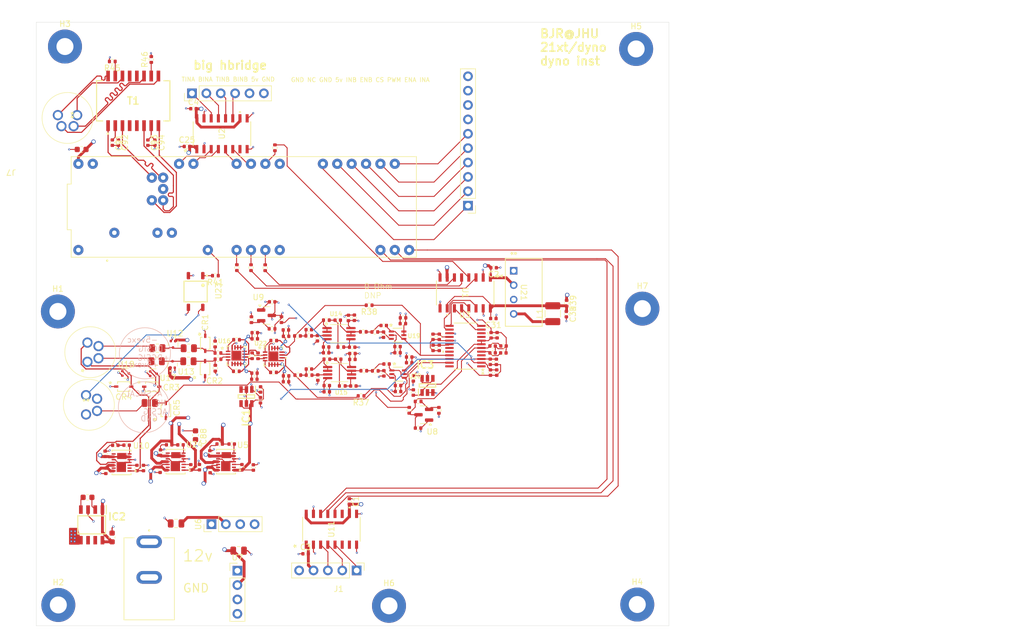
<source format=kicad_pcb>
(kicad_pcb (version 20240108) (generator "pcbnew") (generator_version "8.0")
  (layers (0 "F.Cu" signal) (1 "In1.Cu" signal) (2 "In2.Cu" signal) (31 "B.Cu" signal) (34 "B.Paste" user) (35 "F.Paste" user) (36 "B.SilkS" user "B.Silkscreen") (37 "F.SilkS" user "F.Silkscreen") (38 "B.Mask" user) (39 "F.Mask" user) (44 "Edge.Cuts" user))
  (net 0 "")
  (net 1 "3v3Teensy")
  (net 2 "GND2")
  (net 3 "5venc")
  (net 4 "3v3Ext")
  (net 5 "3V3Ext")
  (net 6 "-2v5ref")
  (net 7 "+2v5ref")
  (net 8 "+2v5adc")
  (net 9 "Net-(U3-REGCAPA)")
  (net 10 "Net-(U3-REGCAPD)")
  (net 11 "5vpwr")
  (net 12 "Net-(IC2-CAP-)")
  (net 13 "Net-(IC2-CAP+)")
  (net 14 "+5vref")
  (net 15 "Net-(U5-BYPP)")
  (net 16 "Net-(U5-OUTN)")
  (net 17 "-5vref")
  (net 18 "+12v")
  (net 19 "-12v")
  (net 20 "-2v5adc")
  (net 21 "+5vexc")
  (net 22 "Net-(U10-BYPP)")
  (net 23 "Net-(U10-OUTN)")
  (net 24 "-5vexc")
  (net 25 "Net-(U14A-+)")
  (net 26 "Net-(U14A--)")
  (net 27 "Net-(C42-Pad1)")
  (net 28 "Net-(U15A-+)")
  (net 29 "Net-(C44-Pad1)")
  (net 30 "Net-(U15A--)")
  (net 31 "Net-(U14B-+)")
  (net 32 "Net-(U14B--)")
  (net 33 "Net-(C48-Pad1)")
  (net 34 "Net-(U15B-+)")
  (net 35 "Net-(C50-Pad1)")
  (net 36 "Net-(U15B--)")
  (net 37 "Net-(U19-+)")
  (net 38 "-DCSIG^'*")
  (net 39 "Net-(C54-Pad1)")
  (net 40 "Net-(U20-+)")
  (net 41 "Net-(C56-Pad1)")
  (net 42 "+DCSIG^'*")
  (net 43 "+DCSIG^")
  (net 44 "GND1")
  (net 45 "-DCSIG^")
  (net 46 "ACSIG^")
  (net 49 "ASCLK")
  (net 50 "Net-(U4-SCK)")
  (net 51 "!ACS")
  (net 52 "Net-(U4-CS1)")
  (net 53 "AMISO")
  (net 54 "Net-(U4-MISO)")
  (net 55 "AMOSI")
  (net 56 "Net-(U4-MOSI)")
  (net 57 "Net-(U8-REF)")
  (net 58 "Net-(U9-REF)")
  (net 59 "-DCSIG^'")
  (net 60 "Net-(U12-C1{slash}A2)")
  (net 61 "+DCSIG")
  (net 62 "Net-(U13-C1{slash}A2)")
  (net 63 "-DCSIG")
  (net 64 "+DCSIG^'")
  (net 65 "Net-(U16-+IN)")
  (net 66 "Net-(U16--IN)")
  (net 67 "Net-(U16--FB)")
  (net 68 "-intout")
  (net 69 "Net-(U16-+FB)")
  (net 70 "+intout")
  (net 71 "Net-(U22-+IN)")
  (net 72 "Net-(U22--IN)")
  (net 73 "Net-(U22--FB)")
  (net 74 "Net-(U22-+FB)")
  (net 75 "ACSIG")
  (net 76 "Net-(R41-Pad2)")
  (net 77 "shcalctrl")
  (net 78 "BOTINB5v")
  (net 79 "!BCS")
  (net 80 "BMISO")
  (net 81 "BMOSI")
  (net 82 "BSCLK")
  (net 83 "Benc1")
  (net 84 "Benc3")
  (net 85 "Benc2")
  (net 87 "Aenc2")
  (net 88 "Aenc3")
  (net 89 "Aenc1")
  (net 97 "CURRSNS")
  (net 98 "Net-(T1-RCT)")
  (net 99 "Net-(T1-TCT)")
  (net 100 "Net-(T1-RXCT)")
  (net 101 "Net-(T1-TXCT)")
  (net 102 "Rx+")
  (net 104 "Td-")
  (net 105 "Td+")
  (net 106 "PWM")
  (net 107 "Rd+")
  (net 111 "INB")
  (net 112 "INA")
  (net 113 "ENA")
  (net 114 "ENB")
  (net 115 "Tx+")
  (net 117 "Tx-")
  (net 124 "ACSHCAL")
  (net 125 "+5vcla")
  (net 126 "Net-(U24-BYPP)")
  (net 127 "Net-(U24-OUTN)")
  (net 128 "-5vcla")
  (net 132 "TOPINA5v")
  (net 133 "TOPINB5v")
  (net 134 "BOTINA5v")
  (net 135 "BOTINB3v3")
  (net 136 "TOPINA3v3")
  (net 137 "TOPINB3v3")
  (net 138 "BOTINA3v3")
  (net 139 "GND3")
  (net 140 "Net-(U21-+VOUT)")
  (net 141 "GNDD")
  (net 142 "GNDA")
  (net 143 "GNDPWR")
  (net 145 "Rd-")
  (net 146 "Rx-")
  (footprint "dynoinst_fp:SOT95P280X145-6N" (layer "F.Cu") (at 66.572721 56.577028 90)
    (property "Reference" "IC3")
    (property "Value" "MCP1502T-25E_CHY" (hide yes))
  )
  (footprint "dynoinst_fp:SOIC127P600X175-8N" (layer "F.Cu") (at 7.262141 81.219819 -90)
    (property "Reference" "IC2")
    (property "Value" "TC7660SEOA713" (hide yes))
  )
  (footprint "Resistor_SMD:R_0402_1005Metric" (layer "F.Cu") (at 56.27 42.4 180)
    (property "Reference" "R38")
    (property "Value" "0")
  )
  (footprint "Capacitor_SMD:C_0402_1005Metric" (layer "F.Cu") (at 78.255 35.775 180)
    (property "Reference" "C2")
    (property "Value" "0.1uF")
  )
  (footprint "Resistor_SMD:R_0402_1005Metric" (layer "F.Cu") (at 37.909867 35.769573 -90)
    (property "Reference" "R3" (hide yes))
    (property "Value" "20" (hide yes))
  )
  (footprint "MountingHole:MountingHole_3mm_Pad" (layer "F.Cu") (at 103.425 -2.9)
    (property "Reference" "H5")
    (property "Value" "MountingHole_Pad")
  )
  (footprint "dynoinst_fp:MODULE_DEV-16771" (layer "F.Cu") (at 34.13 25.02)
    (property "Reference" "U4" (hide yes))
    (property "Value" "DEV-16771")
  )
  (footprint "Package_TO_SOT_SMD:SOT-23" (layer "F.Cu") (at 65.922721 61.752028 180)
    (property "Reference" "U8")
    (property "Value" "TL431DBZ")
  )
  (footprint "Resistor_SMD:R_0402_1005Metric" (layer "F.Cu") (at 63.347948 60.966604 -90)
    (property "Reference" "R5" (hide yes))
    (property "Value" "500")
  )
  (footprint "MountingHole:MountingHole_3mm_Pad" (layer "F.Cu") (at 1.375 95.375)
    (property "Reference" "H2")
    (property "Value" "MountingHole_Pad")
  )
  (footprint "Capacitor_SMD:C_0402_1005Metric" (layer "F.Cu") (at 15.259155 71.172041 90)
    (property "Reference" "C36" (hide yes))
    (property "Value" "0.01uf")
  )
  (footprint "Capacitor_SMD:C_0402_1005Metric" (layer "F.Cu") (at 58.873921 54.432234 -90)
    (property "Reference" "C55" (hide yes))
    (property "Value" "1.3nF" (hide yes))
  )
  (footprint "Resistor_SMD:R_0402_1005Metric" (layer "F.Cu") (at 29.568506 50.842469)
    (property "Reference" "R19" (hide yes))
    (property "Value" "38.3")
  )
  (footprint "Connector_PinHeader_2.54mm:PinHeader_1x06_P2.54mm_Vertical" (layer "F.Cu") (at 24.98 4.945 90)
    (property "Reference" "J5" (hide yes))
    (property "Value" "Conn_01x06")
  )
  (footprint "Capacitor_SMD:C_0402_1005Metric" (layer "F.Cu") (at 64.072721 57.827028 -90)
    (property "Reference" "C28" (hide yes))
    (property "Value" "1uF")
  )
  (footprint "Capacitor_SMD:C_0402_1005Metric" (layer "F.Cu") (at 50.720841 45.037736)
    (property "Reference" "C48" (hide yes))
    (property "Value" "1.5nF")
  )
  (footprint "Capacitor_SMD:C_0402_1005Metric" (layer "F.Cu") (at 24.092279 14.337972)
    (property "Reference" "C25")
    (property "Value" "0.1uF")
  )
  (footprint "Capacitor_SMD:C_0402_1005Metric" (layer "F.Cu") (at 10.917279 13.662972 -90)
    (property "Reference" "C91")
    (property "Value" "0.1uF")
  )
  (footprint "dynoinst_fp:DFN14_DE14MA_ADI" (layer "F.Cu") (at 22.09205 70.046357 180)
    (property "Reference" "U24")
    (property "Value" "LT3032IDE-5-TRPBF")
  )
  (footprint "Resistor_SMD:R_0402_1005Metric" (layer "F.Cu") (at 35.477166 44.952917 90)
    (property "Reference" "R10" (hide yes))
    (property "Value" "100")
  )
  (footprint "Capacitor_SMD:C_0805_2012Metric" (layer "F.Cu") (at 33.21705 85.781357 180)
    (property "Reference" "C87" (hide yes))
    (property "Value" "100uF")
  )
  (footprint "Capacitor_SMD:C_0402_1005Metric" (layer "F.Cu") (at 24.771725 71.050153 90)
    (property "Reference" "C80" (hide yes))
    (property "Value" "0.01uf")
  )
  (footprint "Resistor_SMD:R_0402_1005Metric" (layer "F.Cu") (at 32.85405 48.501002 180)
    (property "Reference" "R24" (hide yes))
    (property "Value" "1.21k")
  )
  (footprint "Resistor_SMD:R_0402_1005Metric" (layer "F.Cu") (at 29.070615 49.252925 -90)
    (property "Reference" "R16" (hide yes))
    (property "Value" "1.78k")
  )
  (footprint "Capacitor_SMD:C_0402_1005Metric" (layer "F.Cu") (at 9.640437 68.66744 90)
    (property "Reference" "C39" (hide yes))
    (property "Value" "10uF")
  )
  (footprint "Capacitor_SMD:C_0402_1005Metric" (layer "F.Cu") (at 77.694735 54.30593 90)
    (property "Reference" "C7" (hide yes))
    (property "Value" "10uF")
  )
  (footprint "Capacitor_SMD:C_0402_1005Metric" (layer "F.Cu") (at 52.775 77.075 -90)
    (property "Reference" "C1")
    (property "Value" "0.1uF")
  )
  (footprint "Resistor_SMD:R_0805_2012Metric" (layer "F.Cu") (at 18.859057 49.989398)
    (property "Reference" "R13" (hide yes))
    (property "Value" "7.5")
  )
  (footprint "Capacitor_SMD:C_0603_1608Metric" (layer "F.Cu") (at 5.492279 14.862972)
    (property "Reference" "C16" (hide yes))
    (property "Value" "100uF")
  )
  (footprint "Resistor_SMD:R_0402_1005Metric" (layer "F.Cu") (at 35.595 51.325 90)
    (property "Reference" "R33" (hide yes))
    (property "Value" "23.2")
  )
  (footprint "Capacitor_SMD:C_0402_1005Metric" (layer "F.Cu") (at 45.05 86.325)
    (property "Reference" "C3")
    (property "Value" "0.1uF")
  )
  (footprint "Capacitor_SMD:C_0402_1005Metric" (layer "F.Cu") (at 62.229174 45.653969 180)
    (property "Reference" "C75" (hide yes))
    (property "Value" "0.1uF")
  )
  (footprint "Capacitor_SMD:C_0402_1005Metric" (layer "F.Cu") (at 35.818826 71.078133 -90)
    (property "Reference" "C19" (hide yes))
    (property "Value" "0.01uf")
  )
  (footprint "dynoinst_fp:DIODE_CDSOD323-T36SC_BRN" (layer "F.Cu") (at 27.292479 53.605314 90)
    (property "Reference" "CR2")
    (property "Value" "CDSOD323-T36SC")
  )
  (footprint "21xt_footprints:749013011" (layer "F.Cu") (at 14.607279 6.272972)
    (property "Reference" "T1")
    (property "Value" "749013011" (hide yes))
  )
  (footprint "Capacitor_SMD:C_0402_1005Metric" (layer "F.Cu") (at 61.28518 50.79277)
    (property "Reference" "C78" (hide yes))
    (property "Value" "10uF")
  )
  (footprint "dynoinst_fp:SOIC254P610X218-4N" (layer "F.Cu") (at 25.62 39.975 -90)
    (property "Reference" "U23")
    (property "Value" "CPC1017N")
  )
  (footprint "Capacitor_SMD:C_0402_1005Metric" (layer "F.Cu") (at 9.763669 71.671357 90)
    (property "Reference" "C40" (hide yes))
    (property "Value" "10uF")
  )
  (footprint "peripheralio:CONN_T4041017041-000_TEC" (layer "F.Cu") (at 6.770799 59.999978 -90)
    (property "Reference" "J3" (hide yes))
    (property "Value" "Conn_01x03")
  )
  (footprint "Connector_PinHeader_2.54mm:PinHeader_1x04_P2.54mm_Vertical" (layer "F.Cu") (at 28.42205 81.098857 90)
    (property "Reference" "U6")
    (property "Value" "1S4E_1.5U")
  )
  (footprint "Capacitor_SMD:C_0402_1005Metric" (layer "F.Cu") (at 19.354955 71.481451 90)
    (property "Reference" "C84" (hide yes))
    (property "Value" "10uF")
  )
  (footprint "Capacitor_SMD:C_0402_1005Metric" (layer "F.Cu") (at 41.600531 54.885181)
    (property "Reference" "C59" (hide yes))
    (property "Value" "10uF")
  )
  (footprint "Capacitor_SMD:C_0402_1005Metric" (layer "F.Cu") (at 53.320614 50.93195)
    (property "Reference" "C65" (hide yes))
    (property "Value" "10uF")
  )
  (footprint "Capacitor_SMD:C_0402_1005Metric" (layer "F.Cu") (at 29.870364 66.932208)
    (property "Reference" "C22" (hide yes))
    (property "Value" "0.01uf")
  )
  (footprint "Resistor_SMD:R_0402_1005Metric" (layer "F.Cu") (at 43.67099 54.753374)
    (property "Reference" "R15" (hide yes))
    (property "Value" "2.26k")
  )
  (footprint "Resistor_SMD:R_0402_1005Metric" (layer "F.Cu") (at 48.716371 45.040602)
    (property "Reference" "R23" (hide yes))
    (property "Value" "6.34k")
  )
  (footprint "dynoinst_fp:SIP4_CME0303_MUR" (layer "F.Cu") (at 81.797721 36.312028 -90)
    (property "Reference" "U21")
    (property "Value" "CME0303S3C")
  )
  (footprint "Capacitor_SMD:C_0402_1005Metric" (layer "F.Cu") (at 19.41971 68.447028 90)
    (property "Reference" "C83" (hide yes))
    (property "Value" "10uF")
  )
  (footprint "Resistor_SMD:R_0805_2012Metric" (layer "F.Cu") (at 24.41788 50.004538)
    (property "Reference" "R21" (hide yes))
    (property "Value" "30")
  )
  (footprint "dynoinst_fp:21-0041_S16&plus_1_MXM_1" (layer "F.Cu") (at 73.235 40.224752 -90)
    (property "Reference" "U1")
    (property "Value" "MAX14931FASE+")
  )
  (footprint "dynoinst_fp:21-0041_S16&plus_1_MXM" (layer "F.Cu") (at 30.277279 12.087724 90)
    (property "Reference" "U2")
    (property "Value" "MAX14930FASE+")
  )
  (footprint "Capacitor_SMD:C_0402_1005Metric" (layer "F.Cu") (at 48.788244 57.693166)
    (property "Reference" "C64" (hide yes))
    (property "Value" "0.1uF")
  )
  (footprint "Resistor_SMD:R_0402_1005Metric" (layer "F.Cu") (at 32.814848 54.076713)
    (property "Reference" "R25" (hide yes))
    (property "Value" "1.21k")
  )
  (footprint "Capacitor_SMD:C_0402_1005Metric" (layer "F.Cu") (at 50.800286 51.938357)
    (property "Reference" "C50" (hide yes))
    (property "Value" "1.5nF")
  )
  (footprint "MountingHole:MountingHole_3mm_Pad" (layer "F.Cu") (at 104.525 43)
    (property "Reference" "H7")
    (property "Value" "MountingHole_Pad")
  )
  (footprint "Capacitor_SMD:C_0402_1005Metric" (layer "F.Cu") (at 58.803963 47.600557 -90)
    (property "Reference" "C53" (hide yes))
    (property "Value" "1.3nF")
  )
  (footprint "Capacitor_SMD:C_0402_1005Metric" (layer "F.Cu") (at 77.807277 47.705665 -90)
    (property "Reference" "C14" (hide yes))
    (property "Value" "0.1uF")
  )
  (footprint "Inductor_SMD:L_1210_3225Metric" (layer "F.Cu") (at 88.700721 43.897028 90)
    (property "Reference" "L1")
    (property "Value" "10uH")
  )
  (footprint "MountingHole:MountingHole_3mm_Pad" (layer "F.Cu") (at 2.55 -3.325)
    (property "Reference" "H3")
    (property "Value" "MountingHole_Pad")
  )
  (footprint "Resistor_SMD:R_0402_1005Metric" (layer "F.Cu") (at 48.806863 51.943084)
    (property "Reference" "R27" (hide yes))
    (property "Value" "6.34k")
  )
  (footprint "Capacitor_SMD:C_0402_1005Metric" (layer "F.Cu") (at 22.955683 67.078856)
    (property "Reference" "C81" (hide yes))
    (property "Value" "0.01uf")
  )
  (footprint "dynoinst_fp:KS-6_ADI" (layer "F.Cu") (at 61.290433 47.689992)
    (property "Reference" "U19")
    (property "Value" "ADA4807-1")
  )
  (footprint "Capacitor_SMD:C_0402_1005Metric" (layer "F.Cu") (at 91.100721 43.972028 -90)
    (property "Reference" "C33")
    (property "Value" "4.7uF")
  )
  (footprint "Capacitor_SMD:C_0402_1005Metric" (layer "F.Cu") (at 47.133434 48.237596 -90)
    (property "Reference" "C41" (hide yes))
    (property "Value" "150pF")
  )
  (footprint "Package_TO_SOT_SMD:SOT-723" (layer "F.Cu") (at 21.540992 52.873482 90)
    (property "Reference" "U13")
    (property "Value" "1SS362FV_L3F")
  )
  (footprint "Package_SO:MSOP-8_3x3mm_P0.65mm" (layer "F.Cu") (at 50.942822 47.420391)
    (property "Reference" "U14")
    (property "Value" "ADA4807-2ARM")
  )
  (footprint "Capacitor_SMD:C_0402_1005Metric" (layer "F.Cu") (at 68.650316 47.97836 -90)
    (property "Reference" "C5" (hide yes))
    (property "Value" "10uF")
  )
  (footprint "Capacitor_SMD:C_0402_1005Metric" (layer "F.Cu") (at 68.654691 49.940583 90)
    (property "Reference" "C17" (hide yes))
    (property "Value" "1uF")
  )
  (footprint "Capacitor_SMD:C_0402_1005Metric" (layer "F.Cu") (at 61.282885 49.705767)
    (property "Reference" "C77" (hide yes))
    (property "Value" "0.1uF")
  )
  (footprint "Resistor_SMD:R_0402_1005Metric" (layer "F.Cu") (at 55.327789 53.976942)
    (property "Reference" "R31" (hide yes))
    (property "Value" "953")
  )
  (footprint "Resistor_SMD:R_0402_1005Metric" (layer "F.Cu") (at 51.267678 49.800249)
    (property "Reference" "R26" (hide yes))
    (property "Value" "14k" (hide yes))
  )
  (footprint "Capacitor_SMD:C_0402_1005Metric" (layer "F.Cu") (at 36.072936 48.338049 180)
    (property "Reference" "C51" (hide yes))
    (property "Value" "10uF")
  )
  (footprint "Capacitor_SMD:C_0402_1005Metric" (layer "F.Cu") (at 67.558153 49.937994 90)
    (property "Reference" "C15" (hide yes))
    (property "Value" "0.1uF")
  )
  (footprint "Capacitor_SMD:C_0402_1005Metric" (layer "F.Cu") (at 78.072721 49.602028 180)
    (property "Reference" "C86" (hide yes))
    (property "Value" "0.1uF")
  )
  (footprint "Resistor_SMD:R_0402_1005Metric" (layer "F.Cu") (at 32.909867 35.749573 -90)
    (property "Reference" "R2" (hide yes))
    (property "Value" "20")
  )
  (footprint "Capacitor_SMD:C_0402_1005Metric" (layer "F.Cu") (at 78.205 44.75 180)
    (property "Reference" "C31")
    (property "Value" "0.1uF")
  )
  (footprint "Capacitor_SMD:C_0402_1005Metric" (layer "F.Cu") (at 41.586575 55.923603)
    (property "Reference" "C60" (hide yes))
    (property "Value" "0.1uF" (hide yes))
  )
  (footprint "Capacitor_SMD:C_0402_1005Metric" (layer "F.Cu") (at 53.662843 44.610593 90)
    (property "Reference" "C57" (hide yes))
    (property "Value" "10uF")
  )
  (footprint "Resistor_SMD:R_0402_1005Metric" (layer "F.Cu") (at 43.610703 47.826736)
    (property "Reference" "R11" (hide yes))
    (property "Value" "2.26k")
  )
  (footprint "Capacitor_SMD:C_0805_2012Metric" (layer "F.Cu") (at 22.16705 80.971357)
    (property "Reference" "C69" (hide yes))
    (property "Value" "100uF")
  )
  (footprint "Resistor_SMD:R_0402_1005Metric" (layer "F.Cu") (at 39.417243 48.643746 180)
    (property "Reference" "R35" (hide yes))
    (property "Value" "750" (hide yes))
  )
  (footprint "Capacitor_SMD:C_0402_1005Metric" (layer "F.Cu") (at 20.946416 67.069116)
    (property "Reference" "C82" (hide yes))
    (property "Value" "0.01uf")
  )
  (footprint "Capacitor_SMD:C_0402_1005Metric" (layer "F.Cu") (at 28.18862 71.526355 90)
    (property "Reference" "C27" (hide yes))
    (property "Value" "10uF")
  )
  (footprint "Resistor_SMD:R_0402_1005Metric" (layer "F.Cu") (at 55.237111 47.098567)
    (property "Reference" "R29" (hide yes))
    (property "Value" "953")
  )
  (footprint "Capacitor_SMD:C_0402_1005Metric" (layer "F.Cu") (at 36.070615 47.252925 180)
    (property "Reference" "C52" (hide yes))
    (property "Value" "0.1uF" (hide yes))
  )
  (footprint "dynoinst_fp:DIODE_CDSOD323-T36SC_BRN" (layer "F.Cu") (at 20.367482 61.005603 90)
    (property "Reference" "CR5")
    (property "Value" "CDSOD323-T36SC" (hide yes))
  )
  (footprint "Capacitor_SMD:C_0402_1005Metric" (layer "F.Cu") (at 52.606737 44.648311 90)
    (property "Reference" "C58" (hide yes))
    (property "Value" "0.1uF")
  )
  (footprint "dynoinst_fp:DIODE_CDSOD323-T36SC_BRN" (layer "F.Cu") (at 12.924674 56.774798)
    (property "Reference" "CR4")
    (property "Value" "CDSOD323-T36SC" (hide yes))
  )
  (footprint "Capacitor_SMD:C_0402_1005Metric" (layer "F.Cu") (at 48.674925 49.776442)
    (property "Reference" "C61" (hide yes))
    (property "Value" "10uF")
  )
  (footprint "Resistor_SMD:R_0402_1005Metric" (layer "F.Cu") (at 57.352467 54.000979)
    (property "Reference" "R32" (hide yes))
    (property "Value" "2.1k")
  )
  (footprint "dynoinst_fp:LFCSP16_ADA4945-1ACPZ-R2_ADI" (layer "F.Cu") (at 32.820614 51.305125)
    (property "Reference" "U16")
    (property "Value" "ADA4945-1ACPZ-R2")
  )
  (footprint "Connector_PinHeader_2.54mm:PinHeader_1x10_P2.54mm_Vertical" (layer "F.Cu") (at 73.725 24.795 180)
    (property "Reference" "J2" (hide yes))
    (property "Value" "Conn_01x10")
  )
  (footprint "Resistor_SMD:R_0402_1005Metric" (layer "F.Cu") (at 35.409867 35.759573 -90)
    (property "Reference" "R4" (hide yes))
    (property "Value" "20")
  )
  (footprint "Resistor_SMD:R_0402_1005Metric" (layer "F.Cu") (at 64.923115 59.405126)
    (property "Reference" "R7" (hide yes))
    (property "Value" "45k")
  )
  (footprint "dynoinst_fp:DIODE_CDSOD323-T36SC_BRN" (layer "F.Cu") (at 27.320614 49.132275 -90)
    (property "Reference" "CR1")
    (property "Value" "CDSOD323-T36SC")
  )
  (footprint "Resistor_SMD:R_0402_1005Metric" (layer "F.Cu") (at 29.100401 53.528096 90)
    (property "Reference" "R17" (hide yes))
    (property "Value" "1.78k")
  )
  (footprint "Capacitor_SMD:C_0402_1005Metric" (layer "F.Cu") (at 33.800105 71.031686 90)
    (property "Reference" "C20" (hide yes))
    (property "Value" "0.01uf")
  )
  (footprint "Resistor_SMD:R_0402_1005Metric" (layer "F.Cu") (at 39.373725 54.266315)
    (property "Reference" "R36" (hide yes))
    (property "Value" "750")
  )
  (footprint "Capacitor_SMD:C_0402_1005Metric" (layer "F.Cu") (at 41.567046 46.772457 180)
    (property "Reference" "C68" (hide yes))
    (property "Value" "0.1uF" (hide yes))
  )
  (footprint "dynoinst_fp:KS-6_ADI" (layer "F.Cu") (at 61.382931 54.574868)
    (property "Reference" "U20")
    (property "Value" "ADA4807-1")
  )
  (footprint "Capacitor_SMD:C_0402_1005Metric" (layer "F.Cu") (at 16.409492 71.173782 -90)
    (property "Reference" "C35" (hide yes))
    (property "Value" "0.01uf")
  )
  (footprint "peripheralio:CONN_T4041017041-000_TEC" (layer "F.Cu") (at 7.020799 50.699978 -90)
    (property "Reference" "J6" (hide yes))
    (property "Value" "Conn_01x04")
  )
  (footprint "Capacitor_SMD:C_0402_1005Metric" (layer "F.Cu") (at 53.482696 56.675733)
    (property "Reference" "C49" (hide yes))
    (property "Value" "10uF" (hide yes))
  )
  (footprint "Resistor_SMD:R_0805_2012Metric" (layer "F.Cu") (at 17.52 59.675)
    (property "Reference" "R40" (hide yes))
    (property "Value" "30")
  )
  (footprint "Capacitor_SMD:C_0402_1005Metric" (layer "F.Cu") (at 77.656356 52.402028 90)
    (property "Reference" "C8" (hide yes))
    (property "Value" "10uF")
  )
  (footprint "Capacitor_SMD:C_0402_1005Metric" (layer "F.Cu") (at 80.002721 49.602028 180)
    (property "Reference" "C85" (hide yes))
    (property "Value" "1uF")
  )
  (footprint "Capacitor_SMD:C_0402_1005Metric" (layer "F.Cu") (at 78.86945 47.70178 -90)
    (property "Reference" "C9" (hide yes))
    (property "Value" "1uF")
  )
  (footprint "Capacitor_SMD:C_0402_1005Metric" (layer "F.Cu") (at 53.26944 49.818875)
    (property "Reference" "C47" (hide yes))
    (property "Value" "10uF")
  )
  (footprint "Capacitor_SMD:C_0402_1005Metric" (layer "F.Cu") (at 64.910171 64.110954 180)
    (property "Reference" "C29" (hide yes))
    (property "Value" "0.1uf")
  )
  (footprint "MountingHole:MountingHole_3mm_Pad" (layer "F.Cu") (at 1.3 43.5)
    (property "Reference" "H1")
    (property "Value" "MountingHole_Pad")
  )
  (footprint "Capacitor_SMD:C_0402_1005Metric" (layer "F.Cu") (at 67.547401 47.985464 -90)
    (property "Reference" "C6" (hide yes))
    (property "Value" "0.1uF")
  )
  (footprint "Capacitor_SMD:C_0402_1005Metric" (layer "F.Cu") (at 41.601671 47.88907 180)
    (property "Reference" "C67" (hide yes))
    (property "Value" "10uF" (hide yes))
  )
  (footprint "Capacitor_SMD:C_0402_1005Metric" (layer "F.Cu") (at 78.797721 54.307028 90)
    (property "Reference" "C10" (hide yes))
    (property "Value" "0.1uF")
  )
  (footprint "Capacitor_SMD:C_0402_1005Metric" (layer "F.Cu") (at 53.315466 51.972812)
    (property "Reference" "C66" (hide yes))
    (property "Value" "0.1uF")
  )
  (footprint "Capacitor_SMD:C_0402_1005Metric" (layer "F.Cu") (at 62.255451 44.625313 180)
    (property "Reference" "C76" (hide yes))
    (property "Value" "10uF")
  )
  (footprint "MountingHole:MountingHole_3mm_Pad" (layer "F.Cu") (at 59.775 95.525)
    (property "Reference" "H6")
    (property "Value" "MountingHole_Pad")
  )
  (footprint "Resistor_SMD:R_0402_1005Metric" (layer "F.Cu") (at 68.586468 60.973868 -90)
    (property "Reference" "R9" (hide yes))
    (property "Value" "100")
  )
  (footprint "Capacitor_SMD:C_0402_1005Metric" (layer "F.Cu") (at 11.992279 13.657972 -90)
    (property "Reference" "C92")
    (property "Value" "0.1uF")
  )
  (footprint "Resistor_SMD:R_0402_1005Metric" (layer "F.Cu") (at 91.147721 42.052028 -90)
    (property "Reference" "R39")
    (property "Value" "100")
  )
  (footprint "Capacitor_SMD:C_0402_1005Metric" (layer "F.Cu") (at 37.07 59.185 90)
    (property "Reference" "C23" (hide yes))
    (property "Value" "1uF")
  )
  (footprint "Connector_PinHeader_2.54mm:PinHeader_1x05_P2.54mm_Vertical" (layer "F.Cu") (at 54.065 89.275 -90)
    (property "Reference" "J1")
    (property "Value" "Conn_01x05")
  )
  (footprint "Package_TO_SOT_SMD:SOT-723" (layer "F.Cu") (at 18.17 54.5)
    (property "Reference" "U17")
    (property "Value" "1SS362FV_L3F" (hide yes))
  )
  (footprint "Capacitor_SMD:C_0603_1608Metric" (layer "F.Cu") (at 25.6 65.375 -90)
    (property "Reference" "C88")
    (property "Value" "1uF")
  )
  (footprint "Resistor_SMD:R_0402_1005Metric" (layer "F.Cu") (at 54.847721 58.427028 180)
    (property "Reference" "R37")
    (property "Value" "0")
  )
  (footprint "Resistor_SMD:R_0402_1005Metric" (layer "F.Cu") (at 17.792279 -1.037028 90)
    (property "Reference" "R46")
    (property "Value" "52.5" (hide yes))
  )
  (footprint "Capacitor_SMD:C_0402_1005Metric" (layer "F.Cu") (at 45.635866 53.679864)
    (property "Reference" "C44" (hide yes))
    (property "Value" "1.5nF")
  )
  (footprint "Capacitor_SMD:C_0402_1005Metric" (layer "F.Cu") (at 13.440034 67.13205)
    (property "Reference" "C37" (hide yes))
    (property "Value" "0.01uf")
  )
  (footprint "Capacitor_SMD:C_0402_1005Metric" (layer "F.Cu") (at 45.606421 46.718517)
    (property "Reference" "C42" (hide yes))
    (property "Value" "1.5nF")
  )
  (footprint "dynoinst_fp:LFCSP16_ADA4945-1ACPZ-R2_ADI" (layer "F.Cu") (at 39.350531 51.437381)
    (property "Reference" "U22")
    (property "Value" "ADA4945-1ACPZ-R2")
  )
  (footprint "Capacitor_SMD:C_0402_1005Metric" (layer "F.Cu") (at 79.972721 50.827028)
    (property "Reference" "C13" (hide yes))
    (property "Value" "0.1uF")
  )
  (footprint "Capacitor_SMD:C_0402_1005Metric" (layer "F.Cu") (at 35.994328 55.485412)
    (property "Reference" "C46" (hide yes))
    (property "Value" "0.1uF")
  )
  (footprint "Package_SO:MSOP-8_3x3mm_P0.65mm" (layer "F.Cu") (at 51.055322 54.305125)
    (property "Reference" "U15")
    (property "Value" "ADA4807-2ARM")
  )
  (footprint "Resistor_SMD:R_0805_2012Metric" (layer "F.Cu") (at 18.750443 52.305465)
    (property "Reference" "R14" (hide yes))
    (property "Value" "7.5")
  )
  (footprint "Capacitor_SMD:C_0402_1005Metric" (layer "F.Cu") (at 47.206151 55.183558 -90)
    (property "Reference" "C43" (hide yes))
    (property "Value" "150pF")
  )
  (footprint "peripheralio:CONN_T4041017041-000_TEC" (layer "F.Cu") (at 3 9.3 180)
    (property "Reference" "J7")
    (property "Value" "Conn_01x04")
  )
  (footprint "dynoinst_fp:DIODE_CDSOD323-T36SC_BRN" (layer "F.Cu") (at 17.87 56.8)
    (property "Reference" "CR3")
    (property "Value" "CDSOD323-T36SC" (hide yes))
  )
  (footprint "dynoinst_fp:CUI_PJ-037A" (layer "F.Cu") (at 17.41705 84.2 -90)
    (property "Reference" "J4" (hide yes))
    (property "Value" "Barrel_Jack")
  )
  (footprint "Capacitor_SMD:C_0402_1005Metric" (layer "F.Cu") (at 64.072721 55.327028 90)
    (property "Reference" "C32" (hide yes))
    (property "Value" "0.1uf")
  )
  (footprint "Resistor_SMD:R_0402_1005Metric" (layer "F.Cu") (at 40.785072 44.9446 90)
    (property "Reference" "R6" (hide yes))
    (property "Value" "500")
  )
  (footprint "Capacitor_SMD:C_0402_1005Metric" (layer "F.Cu") (at 18.442279 13.667972 -90)
    (property "Reference" "C94")
    (property "Value" "0.1uF")
  )
  (footprint "dynoinst_fp:21-0041_S16&plus_1_MXM" (layer "F.Cu") (at 49.605 81.999752 90)
    (property "Reference" "U11")
    (property "Value" "MAX14930FASE+")
  )
  (footprint "Resistor_SMD:R_0402_1005Metric" (layer "F.Cu") (at 39.63 14.57 -90)
    (property "Reference" "R1" (hide yes))
    (property "Value" "20")
  )
  (footprint "Capacitor_SMD:C_0402_1005Metric" (layer "F.Cu") (at 11.442107 67.149658)
    (property "Reference" "C38" (hide yes))
    (property "Value" "0.01uf")
  )
  (footprint "dynoinst_fp:DFN14_DE14MA_ADI" (layer "F.Cu") (at 30.99205 70.046355 180)
    (property "Reference" "U5")
    (property "Value" "LT3032IDE-5-TRPBF")
  )
  (footprint "Capacitor_SMD:C_0402_1005Metric" (layer "F.Cu") (at 39.142721 41.799854)
    (property "Reference" "C30" (hide yes))
    (property "Value" "0.1uf")
  )
  (footprint "Capacitor_SMD:C_0402_1005Metric" (layer "F.Cu") (at 31.997855 66.936847)
    (property "Reference" "C21" (hide yes))
    (property "Value" "0.01uf")
  )
  (footprint "Capacitor_SMD:C_0402_1005Metric" (layer "F.Cu") (at 37.095 57.285 90)
    (property "Reference" "C24" (hide yes))
    (property "Value" "0.1uf")
  )
  (footprint "Resistor_SMD:R_0402_1005Metric" (layer "F.Cu") (at 51.526996 56.668276)
    (property "Reference" "R28" (hide yes))
    (property "Value" "14k")
  )
  (footprint "Resistor_SMD:R_0402_1005Metric" (layer "F.Cu") (at 29.576194 51.941911)
    (property "Reference" "R20" (hide yes))
    (property "Value" "38.3")
  )
  (footprint "dynoinst_fp:DFN14_DE14MA_ADI" (layer "F.Cu") (at 12.54705 70.191357 180)
    (property "Reference" "U10")
    (property "Value" "LT3032IDE-5-TRPBF")
  )
  (footprint "Capacitor_SMD:C_0603_1608Metric" (layer "F.Cu") (at 10.871357 83.443493 -90)
    (property "Reference" "C70" (hide yes))
    (property "Value" "10uF")
  )
  (footprint "Resistor_SMD:R_0402_1005Metric" (layer "F.Cu") (at 36.645 51.34 -90)
    (property "Reference" "R34" (hide yes))
    (property "Value" "23.2")
  )
  (footprint "dynoinst_fp:RU_24_ADI" (layer "F.Cu") (at 73.272721 49.627028 180)
    (property "Reference" "U3")
    (property "Value" "AD7175-2BRUZ")
  )
  (footprint "Capacitor_SMD:C_0402_1005Metric" (layer "F.Cu") (at 78.075123 50.818904)
    (property "Reference" "C12" (hide yes))
    (property "Value" "1uF")
  )
  (footprint "Package_TO_SOT_SMD:SOT-23" (layer "F.Cu") (at 38.141257 44.198165)
    (property "Reference" "U9")
    (property "Value" "TL431DBZ" (hide yes))
  )
  (footprint "Connector_PinHeader_2.54mm:PinHeader_1x04_P2.54mm_Vertical" (layer "F.Cu") (at 33 89.32)
    (property "Reference" "U7")
    (property "Value" "1S4E_1.5U")
  )
  (footprint "Capacitor_SMD:C_0402_1005Metric" (layer "F.Cu") (at 63.340614 51.558954 180)
    (property "Reference" "C72" (hide yes))
    (property "Value" "0.1uF")
  )
  (footprint "Capacitor_SMD:C_0402_1005Metric" (layer "F.Cu") (at 48.789494 56.603165)
    (property "Reference" "C62" (hide yes))
    (property "Value" "10uF")
  )
  (footprint "Capacitor_SMD:C_0402_1005Metric" (layer "F.Cu") (at 63.340614 52.558954 180)
    (property "Reference" "C71" (hide yes))
    (property "Value" "10uF")
  )
  (footprint "Capacitor_SMD:C_0603_1608Metric" (layer "F.Cu") (at 6.531223 76.354188 180)
    (property "Reference" "C18" (hide yes))
    (property "Value" "10uF")
  )
  (footprint "Capacitor_SMD:C_0402_1005Metric" (layer "F.Cu") (at 36.017578 54.39935)
    (property "Reference" "C45" (hide yes))
    (property "Value" "10uF")
  )
  (footprint "Resistor_SMD:R_0402_1005Metric" (layer "F.Cu") (at 57.27 47.125)
    (property "Reference" "R30" (hide yes))
    (property "Value" "2.1k")
  )
  (footprint "Resistor_SMD:R_0402_1005Metric" (layer "F.Cu") (at 45.599657 47.805349)
    (property "Reference" "R12" (hide yes))
    (property "Value" "4.02k")
  )
  (footprint "Capacitor_SMD:C_0402_1005Metric" (layer "F.Cu") (at 59.347787 52.791462)
    (property "Reference" "C56" (hide yes))
    (property "Value" "2.4nF")
  )
  (footprint "Resistor_SMD:R_0402_1005Metric" (layer "F.Cu") (at 39.120382 46.560434 180)
    (property "Reference" "R8" (hide yes))
    (property "Value" "45k")
  )
  (footprint "Package_TO_SOT_SMD:SOT-723" (layer "F.Cu") (at 13.2575 54.45)
    (property "Reference" "U18")
    (property "Value" "1SS362FV_L3F" (hide yes))
  )
  (footprint "Resistor_SMD:R_0805_2012Metric" (layer "F.Cu") (at 24.350643 52.306216)
    (property "Reference" "R22" (hide yes))
    (property "Value" "30")
  )
  (footprint "Package_TO_SOT_SMD:SOT-723" (layer "F.Cu") (at 21.642036 49.305125 -90)
    (property "Reference" "U12")
    (property "Value" "1SS362FV_L3F")
  )
  (footprint "Capacitor_SMD:C_0402_1005Metric" (layer "F.Cu") (at 28.14144 68.586784 90)
    (property "Reference" "C26" (hide yes))
    (property "Value" "10uF")
  )
  (footprint "Capacitor_SMD:C_0402_1005Metric" (layer "F.Cu") (at 48.674103 50.805125)
    (property "Reference" "C63" (hide yes))
    (property "Value" "0.1uF" (hide yes))
  )
  (footprint "Capacitor_SMD:C_0402_1005Metric" (layer "F.Cu") (at 58.844136 45.979837)
    (property "Reference" "C54" (hide yes))
    (property "Value" "2.4nF")
  )
  (footprint "Resistor_SMD:R_0402_1005Metric" (layer "F.Cu") (at 29.115 37.175 180)
    (property "Reference" "R41")
    (property "Value" "330")
  )
  (footprint "dynoinst_fp:SOT95P280X145-6N" (layer "F.Cu") (at 34.595 58.535 -90)
    (property "Reference" "IC1")
    (property "Value" "MCP1502T-25E_CHY" (hide yes))
  )
  (footprint "Resistor_SMD:R_0402_1005Metric" (layer "F.Cu") (at 10.907279 -0.687028 180)
    (property "Reference" "R45")
    (property "Value" "52.5")
  )
  (footprint "Capacitor_SMD:C_0402_1005Metric" (layer "F.Cu") (at 26.29205 71.021357 -90)
    (property "Reference" "C79" (hide yes))
    (property "Value" "0.01uf")
  )
  (footprint "Capacitor_SMD:C_0402_1005Metric" (layer "F.Cu") (at 25.242279 7.662972)
    (property "Reference" "C4")
    (property "Value" "0.1uF")
  )
  (footprint "Capacitor_SMD:C_0402_1005Metric" (layer "F.Cu") (at 78.734669 52.407612 90)
    (property "Reference" "C11" (hide yes))
    (property "Value" "0.1uF")
  )
  (footprint "Capacitor_SMD:C_0402_1005Metric" (layer "F.Cu") (at 17.192279 13.667972 -90)
    (property "Reference" "C93")
    (property "Value" "0.1uF")
  )
  (footprint "MountingHole:MountingHole_3mm_Pad" (layer "F.Cu") (at 103.625 95.3)
    (property "Reference" "H4")
    (property "Value" "MountingHole_Pad")
  )
  (footprint "Resistor_SMD:R_0402_1005Metric" (layer "F.Cu") (at 45.666784 54.752804)
    (property "Reference" "R18" (hide yes))
    (property "Value" "4.02k")
  )
  (footprint "Capacitor_SMD:C_0402_1005Metric" (layer "F.Cu") (at 61.376423 57.654441)
    (property "Reference" "C74" (hide yes))
    (property "Value" "10uF")
  )
  (footprint "Capacitor_SMD:C_0402_1005Metric" (layer "F.Cu") (at 61.371741 56.592536)
    (property "Reference" "C73" (hide yes))
    (property "Value" "0.1uF" (hide yes))
  )
  (gr_circle (center 16.67 50.889421) (end 21.184421 50.889421) (stroke (width 0.1)) (fill none) (layer "B.SilkS"))
  (gr_circle (center 16.495 60.435579) (end 21.009421 60.435579) (stroke (width 0.1)) (fill none) (layer "B.SilkS"))
  (gr_line (start 109.22 99.06) (end -2.54 99.06) (stroke (width 0.05)) (layer "Edge.Cuts"))
  (gr_line (start -2.54 99.06) (end -2.54 -7.62) (stroke (width 0.05)) (layer "Edge.Cuts"))
  (gr_line (start 109.22 -7.62) (end 109.22 99.06) (stroke (width 0.05)) (layer "Edge.Cuts"))
  (gr_line (start -2.54 -7.62) (end 109.22 -7.62) (stroke (width 0.05)) (layer "Edge.Cuts"))
  (gr_text "ACSHCAL" (at 19.795 58.6 0) (layer "B.SilkS") (effects (font (size 1 1) (thickness 0.1)) (justify left bottom mirror)))
  (gr_text "+5vexc" (at 19.184421 53.464421 0) (layer "B.SilkS") (effects (font (size 1 1) (thickness 0.1)) (justify left bottom mirror)))
  (gr_text "-DCSIG" (at 21.209421 50.689421 0) (layer "B.SilkS") (effects (font (size 1 1) (thickness 0.1)) (justify left bottom mirror)))
  (gr_text "GND" (at 19.009421 63.010579 0) (layer "B.SilkS") (effects (font (size 1 1) (thickness 0.1)) (justify left bottom mirror)))
  (gr_text "ACSIG" (at 20.695 61.8 0) (layer "B.SilkS") (effects (font (size 1 1) (thickness 0.1)) (justify left bottom mirror)))
  (gr_text "-5vexc" (at 19.034421 49.089421 0) (layer "B.SilkS") (effects (font (size 1 1) (thickness 0.1)) (justify left bottom mirror)))
  (gr_text "NC" (at 20.545 60.25 0) (layer "B.SilkS") (effects (font (size 1 1) (thickness 0.1)) (justify left bottom mirror)))
  (gr_text "+DCSIG" (at 21.109421 52.264421 0) (layer "B.SilkS") (effects (font (size 1 1) (thickness 0.1)) (justify left bottom mirror)))
  (gr_text "0 Ohm\nDNP" (at 55.32 41.275 0) (layer "F.SilkS") (effects (font (size 1 1) (thickness 0.1)) (justify left bottom)))
  (gr_text "12v" (at 23.225 87.85 0) (layer "F.SilkS") (effects (font (size 2 2) (thickness 0.2)) (justify left bottom)))
  (gr_text "TINA BINA TINB BINB 5v GND" (at 23.067279 2.912972 0) (layer "F.SilkS") (effects (font (size 0.75 0.75) (thickness 0.125) (bold yes)) (justify left bottom)))
  (gr_text "big hbridge" (at 25.067279 0.862972 0) (layer "F.SilkS") (effects (font (size 1.5 1.5) (thickness 0.3) (bold yes)) (justify left bottom)))
  (gr_text "GND" (at 23.275 93.275 0) (layer "F.SilkS") (effects (font (size 1.5 1.5) (thickness 0.2)) (justify left bottom)))
  (gr_text "GND NC GND 5v INB ENB CS PWM ENA INA" (at 42.397279 3.002972 0) (layer "F.SilkS") (effects (font (size 0.75 0.75) (thickness 0.125) (bold yes)) (justify left bottom)))
  (gr_text "BJR@JHU\n21xt/dyno\ndyno inst" (at 86.3 0.1 0) (layer "F.SilkS") (effects (font (size 1.5 1.5) (thickness 0.3) (bold yes)) (justify left bottom)))
  (segment (start 70.022721 35.702028) (end 70.022721 37.498375) (width 0.5) (layer "F.Cu") (net 1))
  (segment (start 46.025 80.875) (end 45.16 80.01) (width 0.5) (layer "F.Cu") (net 1))
  (segment (start 80.489068 37.543375) (end 81.797721 38.852028) (width 0.5) (layer "F.Cu") (net 1))
  (segment (start 76.747721 35.402028) (end 77.396622 35.402028) (width 0.5) (layer "F.Cu") (net 1))
  (segment (start 77.762721 37.468375) (end 77.687721 37.543375) (width 0.16) (layer "F.Cu") (net 1))
  (segment (start 25.357775 14.337972) (end 25.832279 14.812476) (width 0.5) (layer "F.Cu") (net 1))
  (segment (start 77.396622 35.402028) (end 77.762721 35.768127) (width 0.5) (layer "F.Cu") (net 1))
  (segment (start 24.572279 14.337972) (end 25.357775 14.337972) (width 0.5) (layer "F.Cu") (net 1))
  (segment (start 24.572279 15.257972) (end 24.392279 15.437972) (width 0.5) (layer "F.Cu") (net 1))
  (segment (start 77.762721 35.768127) (end 77.762721 37.468375) (width 0.16) (layer "F.Cu") (net 1))
  (segment (start 52.795 77.575) (end 52.775 77.555) (width 0.5) (layer "F.Cu") (net 1))
  (segment (start 52.78 79.275) (end 52.78 79.73915) (width 0.5) (layer "F.Cu") (net 1))
  (segment (start 24.572279 14.337972) (end 24.572279 15.257972) (width 0.5) (layer "F.Cu") (net 1))
  (segment (start 52.775 79.27) (end 52.78 79.275) (width 0.5) (layer "F.Cu") (net 1))
  (segment (start 51.64415 80.875) (end 46.025 80.875) (width 0.5) (layer "F.Cu") (net 1))
  (segment (start 52.775 77.555) (end 52.775 79.27) (width 0.5) (layer "F.Cu") (net 1))
  (segment (start 52.78 79.73915) (end 51.64415 80.875) (width 0.5) (layer "F.Cu") (net 1))
  (segment (start 54.85 77.575) (end 52.795 77.575) (width 0.5) (layer "F.Cu") (net 1))
  (segment (start 77.687721 37.543375) (end 80.489068 37.543375) (width 0.5) (layer "F.Cu") (net 1))
  (segment (start 45.16 80.01) (end 45.16 79.275) (width 0.5) (layer "F.Cu") (net 1))
  (segment (start 70.022721 37.498375) (end 70.067721 37.543375) (width 0.5) (layer "F.Cu") (net 1))
  (via (at 54.85 77.575) (size 0.75) (drill 0.5) (layers "F.Cu" "B.Cu") (net 1))
  (via (at 76.747721 35.402028) (size 0.75) (drill 0.5) (layers "F.Cu" "B.Cu") (net 1))
  (via (at 70.022721 35.702028) (size 0.75) (drill 0.5) (layers "F.Cu" "B.Cu") (net 1))
  (via (at 24.392279 15.437972) (size 0.75) (drill 0.5) (layers "F.Cu" "B.Cu") (net 1))
  (segment (start 54.05 84.724504) (end 54.05 86.1) (width 0.16) (layer "F.Cu") (net 2))
  (segment (start 54.05 86.1) (end 54.1 86.15) (width 0.16) (layer "F.Cu") (net 2))
  (segment (start 46.43 84.724504) (end 46.43 85.98) (width 0.16) (layer "F.Cu") (net 2))
  (segment (start 44.57 86.325) (end 43.85 86.325) (width 0.16) (layer "F.Cu") (net 2))
  (segment (start 46.43 85.98) (end 46.725 86.275) (width 0.16) (layer "F.Cu") (net 2))
  (segment (start 43.85 86.325) (end 43.8 86.375) (width 0.16) (layer "F.Cu") (net 2))
  (via (at 43.8 86.375) (size 0.35) (drill 0.15) (layers "F.Cu" "B.Cu") (net 2))
  (via (at 54.1 86.15) (size 0.35) (drill 0.15) (layers "F.Cu" "B.Cu") (net 2))
  (via (at 46.725 86.275) (size 0.35) (drill 0.15) (layers "F.Cu" "B.Cu") (net 2))
  (segment (start 45.53 85.094504) (end 45.16 84.724504) (width 0.5) (layer "F.Cu") (net 3))
  (segment (start 46.445 89.275) (end 45.53 88.36) (width 0.5) (layer "F.Cu") (net 3))
  (segment (start 45.53 86.325) (end 45.53 85.094504) (width 0.5) (layer "F.Cu") (net 3))
  (segment (start 45.53 88.36) (end 45.53 86.325) (width 0.5) (layer "F.Cu") (net 3))
  (segment (start 88.700721 42.497028) (end 78.183572 42.497028) (width 0.5) (layer "F.Cu") (net 4))
  (segment (start 88.700721 42.497028) (end 91.082721 42.497028) (width 0.5) (layer "F.Cu") (net 4))
  (segment (start 71.349749 40.85) (end 76.345693 40.85) (width 0.16) (layer "F.Cu") (net 4))
  (segment (start 70.067721 42.992879) (end 70.067721 42.132028) (width 0.16) (layer "F.Cu") (net 4))
  (segment (start 70.067721 42.132028) (end 71.349749 40.85) (width 0.16) (layer "F.Cu") (net 4))
  (segment (start 91.147721 43.445028) (end 91.100721 43.492028) (width 0.5) (layer "F.Cu") (net 4))
  (segment (start 76.345693 40.85) (end 77.687721 42.192028) (width 0.16) (layer "F.Cu") (net 4))
  (segment (start 77.742721 44.768127) (end 77.742721 43.047879) (width 0.16) (layer "F.Cu") (net 4))
  (segment (start 77.742721 43.047879) (end 77.687721 42.992879) (width 0.16) (layer "F.Cu") (net 4))
  (segment (start 91.082721 42.497028) (end 91.147721 42.562028) (width 0.5) (layer "F.Cu") (net 4))
  (segment (start 91.147721 42.562028) (end 91.147721 43.445028) (width 0.5) (layer "F.Cu") (net 4))
  (segment (start 77.687721 42.192028) (end 77.687721 42.992879) (width 0.16) (layer "F.Cu") (net 4))
  (segment (start 78.183572 42.497028) (end 77.687721 42.992879) (width 0.5) (layer "F.Cu") (net 4))
  (segment (start 68.650316 47.49836) (end 69.153983 48.002027) (width 0.16) (layer "F.Cu") (net 5))
  (segment (start 68.650316 47.49836) (end 67.554505 47.49836) (width 0.16) (layer "F.Cu") (net 5))
  (segment (start 67.554505 47.49836) (end 67.547401 47.505464) (width 0.16) (layer "F.Cu") (net 5))
  (segment (start 69.153983 48.002027) (end 70.453321 48.002027) (width 0.16) (layer "F.Cu") (net 5))
  (segment (start 40.785072 43.96685) (end 41.003757 43.748165) (width 0.16) (layer "F.Cu") (net 6))
  (segment (start 40.785072 44.4346) (end 40.785072 43.96685) (width 0.16) (layer "F.Cu") (net 6))
  (segment (start 78.797721 53.827028) (end 77.695833 53.827028) (width 0.16) (layer "F.Cu") (net 6))
  (segment (start 39.622721 41.799854) (end 39.622721 43.654201) (width 0.16) (layer "F.Cu") (net 6))
  (segment (start 34.374814 49.35) (end 33.867489 49.857325) (width 0.2) (layer "F.Cu") (net 6))
  (segment (start 39.100531 49.989581) (end 40.100532 49.989581) (width 0.16) (layer "F.Cu") (net 6))
  (segment (start 34.92 47.9) (end 35.358049 48.338049) (width 0.2) (layer "F.Cu") (net 6))
  (segment (start 39.078757 44.198165) (end 39.078757 44.823165) (width 0.16) (layer "F.Cu") (net 6))
  (segment (start 35.358049 48.338049) (end 35.592936 48.338049) (width 0.2) (layer "F.Cu") (net 6))
  (segment (start 40.640475 49.989581) (end 40.711274 50.06038) (width 0.2) (layer "F.Cu") (net 6))
  (segment (start 39.630382 46.560434) (end 39.630382 47.29654) (width 0.16) (layer "F.Cu") (net 6))
  (segment (start 40.785072 44.699522) (end 40.785072 44.4346) (width 0.16) (layer "F.Cu") (net 6))
  (segment (start 35.590615 48.335728) (end 35.592936 48.338049) (width 0.16) (layer "F.Cu") (net 6))
  (segment (start 41.121671 47.88907) (end 41.121671 46.807082) (width 0.2) (layer "F.Cu") (net 6))
  (segment (start 77.176356 53.307551) (end 77.694735 53.82593) (width 0.16) (layer "F.Cu") (net 6))
  (segment (start 39.630382 46.560434) (end 39.630382 45.854212) (width 0.16) (layer "F.Cu") (net 6))
  (segment (start 74.297721 52.049785) (end 74.297721 51.477028) (width 0.16) (layer "F.Cu") (net 6))
  (segment (start 35.590615 47.252925) (end 35.590615 48.335728) (width 0.16) (layer "F.Cu") (net 6))
  (segment (start 76.696522 52.552028) (end 77.176356 53.031862) (width 0.16) (layer "F.Cu") (net 6))
  (segment (start 39.630382 47.29654) (end 39.628757 47.298165) (width 0.16) (layer "F.Cu") (net 6))
  (segment (start 39.622721 41.799854) (end 40.080446 41.799854) (width 0.16) (layer "F.Cu") (net 6))
  (segment (start 77.176356 53.031862) (end 77.176356 53.307551) (width 0.16) (layer "F.Cu") (net 6))
  (segment (start 74.799964 52.552028) (end 74.297721 52.049785) (width 0.16) (layer "F.Cu") (net 6))
  (segment (start 32.570614 49.857325) (end 33.570615 49.857325) (width 0.16) (layer "F.Cu") (net 6))
  (segment (start 33.867489 49.857325) (end 33.570615 49.857325) (width 0.2) (layer "F.Cu") (net 6))
  (segment (start 76.092121 52.552028) (end 76.696522 52.552028) (width 0.16) (layer "F.Cu") (net 6))
  (segment (start 40.100532 49.989581) (end 40.640475 49.989581) (width 0.2) (layer "F.Cu") (net 6))
  (segment (start 39.078757 44.823165) (end 39.153757 44.898165) (width 0.16) (layer "F.Cu") (net 6))
  (segment (start 41.486846 48.254245) (end 41.121671 47.88907) (width 0.2) (layer "F.Cu") (net 6))
  (segment (start 41.121671 46.807082) (end 41.087046 46.772457) (width 0.2) (layer "F.Cu") (net 6))
  (segment (start 40.548637 44.198165) (end 40.785072 44.4346) (width 0.16) (layer "F.Cu") (net 6))
  (segment (start 77.695833 53.827028) (end 77.694735 53.82593) (width 0.16) (layer "F.Cu") (net 6))
  (segment (start 76.092121 52.552028) (end 74.799964 52.552028) (width 0.16) (layer "F.Cu") (net 6))
  (segment (start 39.630382 45.854212) (end 40.785072 44.699522) (width 0.16) (layer "F.Cu") (net 6))
  (segment (start 39.622721 43.654201) (end 39.078757 44.198165) (width 0.16) (layer "F.Cu") (net 6))
  (segment (start 40.080446 41.799854) (end 40.253757 41.973165) (width 0.16) (layer "F.Cu") (net 6))
  (segment (start 41.486846 48.805125) (end 41.486846 48.254245) (width 0.2) (layer "F.Cu") (net 6))
  (segment (start 39.078757 44.198165) (end 40.548637 44.198165) (width 0.16) (layer "F.Cu") (net 6))
  (via (at 41.003757 43.748165) (size 0.35) (drill 0.15) (layers "F.Cu" "B.Cu") (net 6))
  (via (at 40.253757 41.973165) (size 0.35) (drill 0.15) (layers "F.Cu" "B.Cu") (net 6))
  (via (at 42.072721 42.302028) (size 0.35) (drill 0.15) (layers "F.Cu" "B.Cu") (net 6))
  (via (at 41.486846 48.805125) (size 0.6) (drill 0.3) (layers "F.Cu" "B.Cu") (net 6))
  (via (at 40.711274 50.06038) (size 0.6) (drill 0.3) (layers "F.Cu" "B.Cu") (net 6))
  (via (at 34.374814 49.35) (size 0.6) (drill 0.3) (layers "F.Cu" "B.Cu") (net 6))
  (via (at 34.92 47.9) (size 0.6) (drill 0.3) (layers "F.Cu" "B.Cu") (net 6))
  (via (at 39.153757 44.898165) (size 0.35) (drill 0.15) (layers "F.Cu" "B.Cu") (net 6))
  (via (at 74.297721 51.477028) (size 0.35) (drill 0.15) (layers "F.Cu" "B.Cu") (net 6))
  (via (at 39.628757 47.298165) (size 0.35) (drill 0.15) (layers "F.Cu" "B.Cu") (net 6))
  (segment (start 74.297721 51.477028) (end 71.902721 49.082028) (width 0.16) (layer "B.Cu") (net 6))
  (segment (start 48.852721 49.082028) (end 42.072721 42.302028) (width 0.16) (layer "B.Cu") (net 6))
  (segment (start 34.374814 48.445186) (end 34.92 47.9) (width 0.2) (layer "B.Cu") (net 6))
  (segment (start 71.902721 49.082028) (end 48.852721 49.082028) (width 0.16) (layer "B.Cu") (net 6))
  (segment (start 40.711274 49.580697) (end 40.711274 50.06038) (width 0.2) (layer "B.Cu") (net 6))
  (segment (start 34.374814 49.35) (end 34.374814 48.445186) (width 0.2) (layer "B.Cu") (net 6))
  (segment (start 41.486846 48.805125) (end 40.711274 49.580697) (width 0.2) (layer "B.Cu") (net 6))
  (segment (start 76.092121 51.90203) (end 77.636358 51.90203) (width 0.16) (layer "F.Cu") (net 7))
  (segment (start 33.570615 52.752925) (end 34.222085 52.752925) (width 0.2) (layer "F.Cu") (net 7))
  (segment (start 41.40738 50.68738) (end 40.798331 50.68738) (width 0.16) (layer "F.Cu") (net 7))
  (segment (start 35.514328 55.485412) (end 35.514328 54.4226) (width 0.16) (layer "F.Cu") (net 7))
  (segment (start 34.268414 50.555124) (end 34.268414 50.173414) (width 0.16) (layer "F.Cu") (net 7))
  (segment (start 76.092121 51.90203) (end 74.822719 51.90203) (width 0.16) (layer "F.Cu") (net 7))
  (segment (start 35.545 56.475) (end 35.445 56.375) (width 0.16) (layer "F.Cu") (net 7))
  (segment (start 77.636358 51.90203) (end 77.656356 51.922028) (width 0.16) (layer "F.Cu") (net 7))
  (segment (start 41.106575 55.923603) (end 41.106575 54.899137) (width 0.16) (layer "F.Cu") (net 7))
  (segment (start 40.100532 52.885181) (end 40.833932 52.885181) (width 0.2) (layer "F.Cu") (net 7))
  (segment (start 34.595331 54.076739) (end 35.214967 54.076739) (width 0.2) (layer "F.Cu") (net 7))
  (segment (start 32.570614 52.752925) (end 33.570615 52.752925) (width 0.16) (layer "F.Cu") (net 7))
  (segment (start 41.120531 54.295875) (end 41.315878 54.100528) (width 0.2) (layer "F.Cu") (net 7))
  (segment (start 77.656356 51.922028) (end 78.729085 51.922028) (width 0.16) (layer "F.Cu") (net 7))
  (segment (start 35.214967 54.076739) (end 35.537578 54.39935) (width 0.2) (layer "F.Cu") (net 7))
  (segment (start 35.545 57.285) (end 35.545 56.475) (width 0.16) (layer "F.Cu") (net 7))
  (segment (start 78.729085 51.922028) (end 78.734669 51.927612) (width 0.16) (layer "F.Cu") (net 7))
  (segment (start 34.268414 50.173414) (end 34.22 50.125) (width 0.16) (layer "F.Cu") (net 7))
  (segment (start 34.222085 52.752925) (end 34.292885 52.682125) (width 0.2) (layer "F.Cu") (net 7))
  (segment (start 74.822719 51.90203) (end 74.772721 51.952028) (width 0.16) (layer "F.Cu") (net 7))
  (segment (start 41.52 50.8) (end 41.40738 50.68738) (width 0.16) (layer "F.Cu") (net 7))
  (segment (start 41.106575 54.899137) (end 41.120531 54.885181) (width 0.16) (layer "F.Cu") (net 7))
  (segment (start 41.120531 54.885181) (end 41.120531 54.295875) (width 0.2) (layer "F.Cu") (net 7))
  (segment (start 35.65 57.285) (end 37.07 58.705) (width 0.16) (layer "F.Cu") (net 7))
  (segment (start 40.833932 52.885181) (end 40.904731 52.814382) (width 0.2) (layer "F.Cu") (net 7))
  (segment (start 35.545 57.285) (end 35.65 57.285) (width 0.16) (layer "F.Cu") (net 7))
  (segment (start 38.60053 52.885181) (end 40.100532 52.885181) (width 0.16) (layer "F.Cu") (net 7))
  (segment (start 35.514328 54.4226) (end 35.537578 54.39935) (width 0.16) (layer "F.Cu") (net 7))
  (segment (start 32.070613 52.752925) (end 32.570614 52.752925) (width 0.16) (layer "F.Cu") (net 7))
  (via (at 74.772721 51.952028) (size 0.35) (drill 0.15) (layers "F.Cu" "B.Cu") (net 7))
  (via (at 35.445 56.375) (size 0.35) (drill 0.15) (layers "F.Cu" "B.Cu") (net 7))
  (via (at 34.292885 52.682125) (size 0.6) (drill 0.3) (layers "F.Cu" "B.Cu") (net 7))
  (via (at 41.52 50.8) (size 0.35) (drill 0.15) (layers "F.Cu" "B.Cu") (net 7))
  (via (at 41.315878 54.100528) (size 0.6) (drill 0.3) (layers "F.Cu" "B.Cu") (net 7))
  (via (at 34.22 50.125) (size 0.35) (drill 0.15) (layers "F.Cu" "B.Cu") (net 7))
  (via (at 40.904731 52.814382) (size 0.6) (drill 0.3) (layers "F.Cu" "B.Cu") (net 7))
  (via (at 40.722721 58.952028) (size 0.35) (drill 0.15) (layers "F.Cu" "B.Cu") (net 7))
  (via (at 34.595331 54.076739) (size 0.6) (drill 0.3) (layers "F.Cu" "B.Cu") (net 7))
  (segment (start 59.465729 57.277028) (end 42.397721 57.277028) (width 0.16) (layer "B.Cu") (net 7))
  (segment (start 34.292885 53.774293) (end 34.595331 54.076739) (width 0.2) (layer "B.Cu") (net 7))
  (segment (start 34.22 52.60924) (end 34.292885 52.682125) (width 0.16) (layer "B.Cu") (net 7))
  (segment (start 74.772721 51.952028) (end 64.790729 51.952028) (width 0.16) (layer "B.Cu") (net 7))
  (segment (start 34.292885 52.682125) (end 34.292885 53.774293) (width 0.2) (layer "B.Cu") (net 7))
  (segment (start 64.790729 51.952028) (end 59.465729 57.277028) (width 0.16) (layer "B.Cu") (net 7))
  (segment (start 34.22 50.125) (end 34.22 52.60924) (width 0.16) (layer "B.Cu") (net 7))
  (segment (start 42.397721 57.277028) (end 40.722721 58.952028) (width 0.16) (layer "B.Cu") (net 7))
  (segment (start 41.315878 53.225529) (end 40.904731 52.814382) (width 0.2) (layer "B.Cu") (net 7))
  (segment (start 41.315878 54.100528) (end 41.315878 53.225529) (width 0.2) (layer "B.Cu") (net 7))
  (segment (start 68.960521 56.352028) (end 71.847721 53.464828) (width 0.16) (layer "F.Cu") (net 8))
  (segment (start 77.807277 48.185665) (end 77.340913 48.652029) (width 0.16) (layer "F.Cu") (net 8))
  (segment (start 77.811162 48.18178) (end 77.807277 48.185665) (width 0.16) (layer "F.Cu") (net 8))
  (segment (start 65.622721 57.827028) (end 65.622721 57.527028) (width 0.16) (layer "F.Cu") (net 8))
  (segment (start 64.072721 58.307028) (end 65.142721 58.307028) (width 0.16) (layer "F.Cu") (net 8))
  (segment (start 74.822719 49.30203) (end 76.092121 49.30203) (width 0.16) (layer "F.Cu") (net 8))
  (segment (start 65.622721 57.527028) (end 66.797721 56.352028) (width 0.16) (layer "F.Cu") (net 8))
  (segment (start 71.847721 52.277028) (end 74.822719 49.30203) (width 0.16) (layer "F.Cu") (net 8))
  (segment (start 65.142721 58.307028) (end 65.622721 57.827028) (width 0.16) (layer "F.Cu") (net 8))
  (segment (start 77.340913 48.652029) (end 76.092121 48.652029) (width 0.16) (layer "F.Cu") (net 8))
  (segment (start 66.797721 56.352028) (end 68.960521 56.352028) (width 0.16) (layer "F.Cu") (net 8))
  (segment (start 76.092121 48.652029) (end 76.092121 49.30203) (width 0.16) (layer "F.Cu") (net 8))
  (segment (start 71.847721 53.464828) (end 71.847721 52.277028) (width 0.16) (layer "F.Cu") (net 8))
  (segment (start 78.86945 48.18178) (end 77.811162 48.18178) (width 0.16) (layer "F.Cu") (net 8))
  (segment (start 77.595123 50.818904) (end 77.378249 50.60203) (width 0.16) (layer "F.Cu") (net 9))
  (segment (start 79.492721 50.827028) (end 79.020845 51.298904) (width 0.16) (layer "F.Cu") (net 9))
  (segment (start 77.378249 50.60203) (end 76.092121 50.60203) (width 0.16) (layer "F.Cu") (net 9))
  (segment (start 78.075123 51.298904) (end 77.595123 50.818904) (width 0.16) (layer "F.Cu") (net 9))
  (segment (start 79.020845 51.298904) (end 78.075123 51.298904) (width 0.16) (layer "F.Cu") (net 9))
  (segment (start 68.654691 49.460583) (end 70.294765 49.460583) (width 0.16) (layer "F.Cu") (net 10))
  (segment (start 70.294765 49.460583) (end 70.453321 49.302027) (width 0.16) (layer "F.Cu") (net 10))
  (segment (start 67.558153 49.457994) (end 68.652102 49.457994) (width 0.16) (layer "F.Cu") (net 10))
  (segment (start 68.652102 49.457994) (end 68.654691 49.460583) (width 0.16) (layer "F.Cu") (net 10))
  (segment (start 25.735 9.234148) (end 25.735 7.645) (width 0.5) (layer "F.Cu") (net 11))
  (segment (start 26.592279 10.912972) (end 25.86 10.180693) (width 0.5) (layer "F.Cu") (net 11))
  (segment (start 25.86 9.359148) (end 25.735 9.234148) (width 0.5) (layer "F.Cu") (net 11))
  (segment (start 25.78 7.69) (end 26.615 7.69) (width 0.5) (layer "F.Cu") (net 11))
  (segment (start 4.92 17.4) (end 4.92 16.210251) (width 0.5) (layer "F.Cu") (net 11))
  (segment (start 4.92 16.210251) (end 6.267279 14.862972) (width 0.5) (layer "F.Cu") (net 11))
  (segment (start 25.735 7.645) (end 25.78 7.69) (width 0.5) (layer "F.Cu") (net 11))
  (segment (start 7.592279 13.487972) (end 6.267279 14.812972) (width 0.5) (layer "F.Cu") (net 11))
  (segment (start 33.48 9.823298) (end 32.390326 10.912972) (width 0.5) (layer "F.Cu") (net 11))
  (segment (start 33.48 9.359148) (end 33.48 9.823298) (width 0.5) (layer "F.Cu") (net 11))
  (segment (start 32.390326 10.912972) (end 26.592279 10.912972) (width 0.5) (layer "F.Cu") (net 11))
  (segment (start 6.267279 14.812972) (end 6.267279 14.862972) (width 0.5) (layer "F.Cu") (net 11))
  (segment (start 25.86 10.180693) (end 25.86 9.359148) (width 0.5) (layer "F.Cu") (net 11))
  (via (at 26.615 7.69) (size 0.75) (drill 0.5) (layers "F.Cu" "B.Cu") (net 11))
  (via (at 7.592279 13.487972) (size 0.75) (drill 0.5) (layers "F.Cu" "B.Cu") (net 11))
  (segment (start 5.357141 78.519819) (end 5.357141 76.75327) (width 0.16) (layer "F.Cu") (net 12))
  (segment (start 5.357141 76.75327) (end 5.756223 76.354188) (width 0.16) (layer "F.Cu") (net 12))
  (segment (start 7.306223 76.354188) (end 7.306223 77.928901) (width 0.16) (layer "F.Cu") (net 13))
  (segment (start 7.306223 77.928901) (end 7.897141 78.519819) (width 0.16) (layer "F.Cu") (net 13))
  (segment (start 67.522721 55.627028) (end 67.047721 56.102028) (width 0.16) (layer "F.Cu") (net 14))
  (segment (start 62.401683 47.039993) (end 62.401683 45.96146) (width 0.16) (layer "F.Cu") (net 14))
  (segment (start 52.606737 45.128311) (end 52.606737 45.996806) (width 0.16) (layer "F.Cu") (net 14))
  (segment (start 52.840614 50.93195) (end 52.840614 51.967664) (width 0.16) (layer "F.Cu") (net 14))
  (segment (start 37.595 57.305) (end 37.095 56.805) (width 0.16) (layer "F.Cu") (net 14))
  (segment (start 62.709174 44.65159) (end 62.735451 44.625313) (width 0.16) (layer "F.Cu") (net 14))
  (segment (start 35.045 60.585) (end 34.145 60.585) (width 0.16) (layer "F.Cu") (net 14))
  (segment (start 35.772379 71.511686) (end 35.818826 71.558133) (width 0.16) (layer "F.Cu") (net 14))
  (segment (start 62.494181 53.924869) (end 62.494181 54.574868) (width 0.16) (layer "F.Cu") (net 14))
  (segment (start 52.840614 50.93195) (end 52.33805 50.93195) (width 0.16) (layer "F.Cu") (net 14))
  (segment (start 63.820614 52.598436) (end 62.494181 53.924869) (width 0.16) (layer "F.Cu") (net 14))
  (segment (start 33.79814 71.546355) (end 35.14205 70.202445) (width 0.5) (layer "F.Cu") (net 14))
  (segment (start 33.645 60.085) (end 33.645 59.785) (width 0.16) (layer "F.Cu") (net 14))
  (segment (start 35.545 59.785) (end 35.545 60.085) (width 0.16) (layer "F.Cu") (net 14))
  (segment (start 52.33805 50.93195) (end 52.095 51.175) (width 0.16) (layer "F.Cu") (net 14))
  (segment (start 62.709174 45.653969) (end 62.709174 44.65159) (width 0.16) (layer "F.Cu") (net 14))
  (segment (start 63.820614 51.558954) (end 63.820614 52.558954) (width 0.16) (layer "F.Cu") (net 14))
  (segment (start 52.606737 45.996806) (end 53.055322 46.445391) (width 0.16) (layer "F.Cu") (net 14))
  (segment (start 62.735451 43.915451) (end 62.72 43.9) (width 0.16) (layer "F.Cu") (net 14))
  (segment (start 52.835466 51.972812) (end 52.835466 52.997769) (width 0.16) (layer "F.Cu") (net 14))
  (segment (start 33.800105 71.511686) (end 35.772379 71.511686) (width 0.16) (layer "F.Cu") (net 14))
  (segment (start 64.428954 51.558954) (end 64.52 51.65) (width 0.16) (layer "F.Cu") (net 14))
  (segment (start 63.820614 51.558954) (end 64.428954 51.558954) (width 0.16) (layer "F.Cu") (net 14))
  (segment (start 64.072721 54.847028) (end 65.142721 54.847028) (width 0.16) (layer "F.Cu") (net 14))
  (segment (start 54.285593 45.090593) (end 54.37 45.175) (width 0.16) (layer "F.Cu") (net 14))
  (segment (start 34.145 60.585) (end 33.645 60.085) (width 0.16) (layer "F.Cu") (net 14))
  (segment (start 64.717721 54.202028) (end 64.072721 54.847028) (width 0.16) (layer "F.Cu") (net 14))
  (segment (start 63.820614 52.558954) (end 63.820614 52.598436) (width 0.16) (layer "F.Cu") (net 14))
  (segment (start 67.047721 56.102028) (end 65.672721 56.102028) (width 0.16) (layer "F.Cu") (net 14))
  (segment (start 62.735451 44.625313) (end 62.735451 43.915451) (width 0.16) (layer "F.Cu") (net 14))
  (segment (start 53.662843 45.090593) (end 52.644455 45.090593) (width 0.16) (layer "F.Cu") (net 14))
  (segment (start 35.14205 63.47795) (end 35.295 63.325) (width 0.5) (layer "F.Cu") (net 14))
  (segment (start 35.14205 70.202445) (end 35.14205 63.47795) (width 0.5) (layer "F.Cu") (net 14))
  (segment (start 52.644455 45.090593) (end 52.606737 45.128311) (width 0.16) (layer "F.Cu") (net 14))
  (segment (start 37.595 58.932288) (end 37.595 57.305) (width 0.16) (layer "F.Cu") (net 14))
  (segment (start 35.545 60.085) (end 35.045 60.585) (width 0.16) (layer "F.Cu") (net 14))
  (segment (start 52.835466 52.997769) (end 53.167822 53.330125) (width 0.16) (layer "F.Cu") (net 14))
  (segment (start 64.797721 54.202028) (end 64.717721 54.202028) (width 0.16) (layer "F.Cu") (net 14))
  (segment (start 35.295 60.035) (end 35.545 59.785) (width 0.5) (layer "F.Cu") (net 14))
  (segment (start 52.840614 51.967664) (end 52.835466 51.972812) (width 0.16) (layer "F.Cu") (net 14))
  (segment (start 65.622721 56.052028) (end 65.622721 55.327028) (width 0.16) (layer "F.Cu") (net 14))
  (segment (start 65.672721 56.102028) (end 65.622721 56.052028) (width 0.16) (layer "F.Cu") (net 14))
  (segment (start 53.662843 45.090593) (end 54.285593 45.090593) (width 0.16) (layer "F.Cu") (net 14))
  (segment (start 35.295 63.325) (end 35.295 60.035) (width 0.5) (layer "F.Cu") (net 14))
  (segment (start 65.142721 54.847028) (end 65.622721 55.327028) (width 0.16) (layer "F.Cu") (net 14))
  (segment (start 36.175 59.155) (end 37.372288 59.155) (width 0.16) (layer "F.Cu") (net 14))
  (segment (start 37.372288 59.155) (end 37.595 58.932288) (width 0.16) (layer "F.Cu") (net 14))
  (segment (start 32.39205 71.546355) (end 33.79814 71.546355) (width 0.5) (layer "F.Cu") (net 14))
  (segment (start 62.401683 45.96146) (end 62.709174 45.653969) (width 0.16) (layer "F.Cu") (net 14))
  (segment (start 35.545 59.785) (end 36.175 59.155) (width 0.16) (layer "F.Cu") (net 14))
  (segment (start 67.522721 55.327028) (end 67.522721 55.627028) (width 0.16) (layer "F.Cu") (net 14))
  (segment (start 62.401683 47.689992) (end 62.401683 47.039993) (width 0.16) (layer "F.Cu") (net 14))
  (via (at 64.797721 54.202028) (size 0.35) (drill 0.15) (layers "F.Cu" "B.Cu") (net 14))
  (via (at 35.295 63.325) (size 0.75) (drill 0.5) (layers "F.Cu" "B.Cu") (net 14))
  (via (at 52.095 51.175) (size 0.35) (drill 0.15) (layers "F.Cu" "B.Cu") (net 14))
  (via (at 62.72 43.9) (size 0.35) (drill 0.15) (layers "F.Cu" "B.Cu") (net 14))
  (via (at 64.52 51.65) (size 0.35) (drill 0.15) (layers "F.Cu" "B.Cu") (net 14))
  (via (at 54.37 45.175) (size 0.35) (drill 0.15) (layers "F.Cu" "B.Cu") (net 14))
  (segment (start 32.39205 70.546354) (end 33.794773 70.546354) (width 0.16) (layer "F.Cu") (net 15))
  (segment (start 33.794773 70.546354) (end 33.800105 70.551686) (width 0.16) (layer "F.Cu") (net 15))
  (segment (start 32.39205 68.546355) (end 32.39205 67.022652) (width 0.16) (layer "F.Cu") (net 16))
  (segment (start 32.39205 67.022652) (end 32.477855 66.936847) (width 0.16) (layer "F.Cu") (net 16))
  (segment (start 60.222721 57.402028) (end 60.475134 57.654441) (width 0.16) (layer "F.Cu") (net 17))
  (segment (start 30.350364 66.932208) (end 31.513216 66.932208) (width 0.16) (layer "F.Cu") (net 17))
  (segment (start 60.271681 54.574868) (end 60.532031 54.574868) (width 0.16) (layer "F.Cu") (net 17))
  (segment (start 30.350364 63.719636) (end 30.52 63.55) (width 0.5) (layer "F.Cu") (net 17))
  (segment (start 57.497721 58.402028) (end 59.552297 60.456604) (width 0.16) (layer "F.Cu") (net 17))
  (segment (start 48.308244 57.693166) (end 48.308244 56.604415) (width 0.16) (layer "F.Cu") (net 17))
  (segment (start 61.049625 48.461408) (end 60.802885 48.708148) (width 0.16) (layer "F.Cu") (net 17))
  (segment (start 30.528314 63.6) (end 30.528314 63.558314) (width 0.16) (layer "F.Cu") (net 17))
  (segment (start 60.896423 57.654441) (end 60.896423 56.597218) (width 0.16) (layer "F.Cu") (net 17))
  (segment (start 60.80518 49.708062) (end 60.802885 49.705767) (width 0.16) (layer "F.Cu") (net 17))
  (segment (start 28.84205 70.046355) (end 28.687048 70.201357) (width 0.5) (layer "F.Cu") (net 17))
  (segment (start 26.61705 69.471357) (end 27.34705 70.201357) (width 0.5) (layer "F.Cu") (net 17))
  (segment (start 48.194103 49.777264) (end 48.194925 49.776442) (width 0.16) (layer "F.Cu") (net 17))
  (segment (start 60.80518 50.79277) (end 60.25223 50.79277) (width 0.16) (layer "F.Cu") (net 17))
  (segment (start 40.785072 45.4546) (end 41.370149 45.4546) (width 0.16) (layer "F.Cu") (net 17))
  (segment (start 60.991307 47.689992) (end 61.049625 47.74831) (width 0.16) (layer "F.Cu") (net 17))
  (segment (start 57.497721 57.777028) (end 57.497721 58.402028) (width 0.16) (layer "F.Cu") (net 17))
  (segment (start 48.830322 48.395391) (end 48.194925 49.030788) (width 0.16) (layer "F.Cu") (net 17))
  (segment (start 60.475134 57.654441) (end 60.896423 57.654441) (width 0.16) (layer "F.Cu") (net 17))
  (segment (start 60.896423 56.597218) (end 60.891741 56.592536) (width 0.16) (layer "F.Cu") (net 17))
  (segment (start 30.528314 63.558314) (end 30.52 63.55) (width 0.16) (layer "F.Cu") (net 17))
  (segment (start 60.80518 50.79277) (end 60.80518 49.708062) (width 0.16) (layer "F.Cu") (net 17))
  (segment (start 28.806782 70.081623) (end 28.806782 70.046355) (width 0.16) (layer "F.Cu") (net 17))
  (segment (start 48.309494 56.603165) (end 48.309494 55.913453) (width 0.16) (layer "F.Cu") (net 17))
  (segment (start 48.308244 57.693166) (end 47.676834 57.693166) (width 0.16) (layer "F.Cu") (net 17))
  (segment (start 48.309494 55.913453) (end 48.942822 55.280125) (width 0.16) (layer "F.Cu") (net 17))
  (segment (start 30.350364 66.932208) (end 30.350364 63.719636) (width 0.5) (layer "F.Cu") (net 17))
  (segment (start 29.76705 66.096357) (end 28.678877 66.096357) (width 0.5) (layer "F.Cu") (net 17))
  (segment (start 61.049625 47.74831) (end 61.049625 48.461408) (width 0.16) (layer "F.Cu") (net 17))
  (segment (start 48.194925 49.030788) (end 48.194925 49.776442) (width 0.16) (layer "F.Cu") (net 17))
  (segment (start 48.194103 50.805125) (end 48.194103 49.777264) (width 0.16) (layer "F.Cu") (net 17))
  (segment (start 42.147721 44.677028) (end 43.372721 44.677028) (width 0.16) (layer "F.Cu") (net 17))
  (segment (start 27.34705 70.201357) (end 28.687048 70.201357) (width 0.5) (layer "F.Cu") (net 17))
  (segment (start 48.308244 56.604415) (end 48.309494 56.603165) (width 0.16) (layer "F.Cu") (net 17))
  (segment (start 31.513216 66.932208) (end 31.517855 66.936847) (width 0.16) (layer "F.Cu") (net 17))
  (segment (start 48.194103 50.805125) (end 47.639875 50.805125) (width 0.16) (layer "F.Cu") (net 17))
  (segment (start 47.676834 57.693166) (end 47.67 57.7) (width 0.16) (layer "F.Cu") (net 17))
  (segment (start 60.25223 50.79277) (end 60.12 50.925) (width 0.16) (layer "F.Cu") (net 17))
  (segment (start 60.532031 54.574868) (end 60.891741 54.934578) (width 0.16) (layer "F.Cu") (net 17))
  (segment (start 28.687048 70.201357) (end 28.806782 70.081623) (width 0.16) (layer "F.Cu") (net 17))
  (segment (start 60.802885 48.708148) (end 60.802885 49.705767) (width 0.16) (layer "F.Cu") (net 17))
  (segment (start 28.678877 66.096357) (end 26.61705 68.158184) (width 0.5) (layer "F.Cu") (net 17))
  (segment (start 60.891741 54.934578) (end 60.891741 56.592536) (width 0.16) (layer "F.Cu") (net 17))
  (segment (start 41.370149 45.4546) (end 42.147721 44.677028) (width 0.16) (layer "F.Cu") (net 17))
  (segment (start 60.179183 47.689992) (end 60.991307 47.689992) (width 0.16) (layer "F.Cu") (net 17))
  (segment (start 47.639875 50.805125) (end 47.595 50.85) (width 0.16) (layer "F.Cu") (net 17))
  (segment (start 29.59205 70.046355) (end 28.84205 70.046355) (width 0.5) (layer "F.Cu") (net 17))
  (segment (start 26.61705 68.158184) (end 26.61705 69.471357) (width 0.5) (layer "F.Cu") (net 17))
  (segment (start 59.552297 60.456604) (end 63.347948 60.456604) (width 0.16) (layer "F.Cu") (net 17))
  (segment (start 30.350364 66.679671) (end 30.350364 66.932208) (width 0.5) (layer "F.Cu") (net 17))
  (segment (start 29.76705 66.096357) (end 30.350364 66.679671) (width 0.5) (layer "F.Cu") (net 17))
  (via (at 60.222721 57.402028) (size 0.35) (drill 0.15) (layers "F.Cu" "B.Cu") (net 17))
  (via (at 43.372721 44.677028) (size 0.35) (drill 0.15) (layers "F.Cu" "B.Cu") (net 17))
  (via (at 30.52 63.55) (size 0.75) (drill 0.5) (layers "F.Cu" "B.Cu") (net 17))
  (via (at 57.497721 57.777028) (size 0.35) (drill 0.15) (layers "F.Cu" "B.Cu") (net 17))
  (via (at 60.12 50.925) (size 0.35) (drill 0.15) (layers "F.Cu" "B.Cu") (net 17))
  (via (at 47.595 50.85) (size 0.35) (drill 0.15) (layers "F.Cu" "B.Cu") (net 17))
  (via (at 47.67 57.7) (size 0.35) (drill 0.15) (layers "F.Cu" "B.Cu") (net 17))
  (segment (start 17.697721 71.702028) (end 17.697721 73.527028) (width 0.5) (layer "F.Cu") (net 18))
  (segment (start 10.073668 71.191357) (end 10.573668 71.691357) (width 0.5) (layer "F.Cu") (net 18))
  (segment (start 10.871357 84.218493) (end 9.465815 84.218493) (width 0.5) (layer "F.Cu") (net 18))
  (segment (start 8.097721 72.013855) (end 8.920219 71.191357) (width 0.5) (layer "F.Cu") (net 18))
  (segment (start 19.664954 71.001451) (end 20.20986 71.546357) (width 0.5) (layer "F.Cu") (net 18))
  (segment (start 19.810047 70.546359) (end 19.354955 71.001451) (width 0.2) (layer "F.Cu") (net 18))
  (segment (start 27.728394 71.046355) (end 28.18862 71.046355) (width 0.5) (layer "F.Cu") (net 18))
  (segment (start 10.263667 70.691359) (end 11.14705 70.691359) (width 0.5) (layer "F.Cu") (net 18))
  (segment (start 8.097721 72.052028) (end 8.097721 72.013855) (width 0.5) (layer "F.Cu") (net 18))
  (segment (start 9.763669 71.191357) (end 10.073668 71.191357) (width 0.5) (layer "F.Cu") (net 18))
  (segment (start 9.167141 77.107608) (end 9.272721 77.002028) (width 0.5) (layer "F.Cu") (net 18))
  (segment (start 23.11705 80.971357) (end 24.17955 79.908857) (width 0.5) (layer "F.Cu") (net 18))
  (segment (start 9.465815 84.218493) (end 9.167141 83.919819) (width 0.5) (layer "F.Cu") (net 18))
  (segment (start 20.69205 70.546359) (end 19.810047 70.546359) (width 0.2) (layer "F.Cu") (net 18))
  (segment (start 34.19 90.67) (end 34.19 87.704307) (width 0.5) (layer "F.Cu") (net 18))
  (segment (start 28.998619 71.546355) (end 29.59205 71.546355) (width 0.5) (layer "F.Cu") (net 18))
  (segment (start 30.936357 85.781357) (end 30.725 85.57) (width 0.5) (layer "F.Cu") (net 18))
  (segment (start 34.19 87.704307) (end 32.26705 85.781357) (width 0.5) (layer "F.Cu") (net 18))
  (segment (start 28.18862 71.046355) (end 28.498619 71.046355) (width 0.5) (layer "F.Cu") (net 18))
  (segment (start 27.297721 71.477028) (end 27.297721 73.652028) (width 0.5) (layer "F.Cu") (net 18))
  (segment (start 28.18862 71.046355) (end 28.513618 70.721357) (width 0.2) (layer "F.Cu") (net 18))
  (segment (start 19.354955 71.001451) (end 19.664954 71.001451) (width 0.5) (layer "F.Cu") (net 18))
  (segment (start 9.763669 71.191357) (end 10.263667 70.691359) (width 0.5) (layer "F.Cu") (net 18))
  (segment (start 33 91.86) (end 34.19 90.67) (width 0.5) (layer "F.Cu") (net 18))
  (segment (start 27.297721 73.652028) (end 27.047721 73.902028) (width 0.5) (layer "F.Cu") (net 18))
  (segment (start 29.77205 79.908857) (end 30.96205 81.098857) (width 0.5) (layer "F.Cu") (net 18))
  (segment (start 18.398298 71.001451) (end 19.354955 71.001451) (width 0.5) (layer "F.Cu") (net 18))
  (segment (start 20.20986 71.546357) (end 20.69205 71.546357) (width 0.5) (layer "F.Cu") (net 18))
  (segment (start 9.167141 82.514277) (end 9.167141 78.519819) (width 0.5) (layer "F.Cu") (net 18))
  (segment (start 24.17955 79.908857) (end 29.77205 79.908857) (width 0.5) (layer "F.Cu") (net 18))
  (segment (start 8.920219 71.191357) (end 9.763669 71.191357) (width 0.5) (layer "F.Cu") (net 18))
  (segment (start 28.498619 71.046355) (end 28.998619 71.546355) (width 0.5) (layer "F.Cu") (net 18))
  (segment (start 29.41705 70.721357) (end 29.59205 70.546357) (width 0.2) (layer "F.Cu") (net 18))
  (segment (start 32.26705 85.781357) (end 30.936357 85.781357) (width 0.5) (layer "F.Cu") (net 18))
  (segment (start 27.297721 71.477028) (end 27.728394 71.046355) (width 0.5) (layer "F.Cu") (net 18))
  (segment (start 10.573668 71.691357) (end 11.14705 71.691357) (width 0.5) (layer "F.Cu") (net 18))
  (segment (start 9.167141 78.519819) (end 9.167141 77.107608) (width 0.5) (layer "F.Cu") (net 18))
  (segment (start 17.697721 71.702028) (end 18.398298 71.001451) (width 0.5) (layer "F.Cu") (net 18))
  (segment (start 28.513618 70.721357) (end 29.41705 70.721357) (width 0.2) (layer "F.Cu") (net 18))
  (segment (start 10.871357 84.218493) (end 9.167141 82.514277) (width 0.5) (layer "F.Cu") (net 18))
  (via (at 27.047721 73.902028) (size 0.75) (drill 0.5) (layers "F.Cu" "B.Cu") (net 18))
  (via (at 8.097721 72.052028) (size 0.75) (drill 0.5) (layers "F.Cu" "B.Cu") (net 18))
  (via (at 17.697721 73.527028) (size 0.75) (drill 0.5) (layers "F.Cu" "B.Cu") (net 18))
  (via (at 30.725 85.57) (size 0.75) (drill 0.5) (layers "F.Cu" "B.Cu") (net 18))
  (via (at 17.697721 71.702028) (size 0.75) (drill 0.5) (layers "F.Cu" "B.Cu") (net 18))
  (via (at 9.272721 77.002028) (size 0.75) (drill 0.5) (layers "F.Cu" "B.Cu") (net 18))
  (via (at 27.297721 71.477028) (size 0.75) (drill 0.5) (layers "F.Cu" "B.Cu") (net 18))
  (segment (start 9.640437 69.14744) (end 10.247534 69.14744) (width 0.5) (layer "F.Cu") (net 19))
  (segment (start 18.61705 68.571357) (end 18.972721 68.927028) (width 0.5) (layer "F.Cu") (net 19))
  (segment (start 10.247534 69.14744) (end 10.29145 69.191356) (width 0.5) (layer "F.Cu") (net 19))
  (segment (start 31.182049 69.046354) (end 32.39205 69.046354) (width 0.5) (layer "F.Cu") (net 19))
  (segment (start 28.14144 69.066784) (end 29.59382 69.066784) (width 0.5) (layer "F.Cu") (net 19))
  (segment (start 18.972721 68.927028) (end 19.41971 68.927028) (width 0.5) (layer "F.Cu") (net 19))
  (segment (start 8.74705 68.891357) (end 9.003133 69.14744) (width 0.5) (layer "F.Cu") (net 19))
  (segment (start 27.41705 68.796357) (end 27.838309 68.796357) (width 0.5) (layer "F.Cu") (net 19))
  (segment (start 9.003133 69.14744) (end 9.640437 69.14744) (width 0.5) (layer "F.Cu") (net 19))
  (segment (start 30.89127 69.047135) (end 31.03705 68.901355) (width 0.5) (layer "F.Cu") (net 19))
  (segment (start 22.282049 69.046356) (end 23.49205 69.046356) (width 0.5) (layer "F.Cu") (net 19))
  (segment (start 22.13705 68.901357) (end 22.282049 69.046356) (width 0.5) (layer "F.Cu") (net 19))
  (segment (start 31.03705 68.901355) (end 31.182049 69.046354) (width 0.5) (layer "F.Cu") (net 19))
  (segment (start 12.737049 69.191356) (end 12.59205 69.046357) (width 0.5) (layer "F.Cu") (net 19))
  (segment (start 19.41971 68.927028) (end 19.539038 69.046356) (width 0.5) (layer "F.Cu") (net 19))
  (segment (start 13.94705 69.191356) (end 12.737049 69.191356) (width 0.5) (layer "F.Cu") (net 19))
  (segment (start 19.539038 69.046356) (end 20.71425 69.046356) (width 0.5) (layer "F.Cu") (net 19))
  (segment (start 28.108736 69.066784) (end 28.14144 69.066784) (width 0.5) (layer "F.Cu") (net 19))
  (segment (start 27.838309 68.796357) (end 28.108736 69.066784) (width 0.5) (layer "F.Cu") (net 19))
  (segment (start 29.58842 69.047135) (end 30.89127 69.047135) (width 0.5) (layer "F.Cu") (net 19))
  (segment (start 29.59382 69.066784) (end 29.61425 69.046354) (width 0.5) (layer "F.Cu") (net 19))
  (segment (start 10.29145 69.191356) (end 11.16925 69.191356) (width 0.5) (layer "F.Cu") (net 19))
  (via (at 18.61705 68.571357) (size 0.75) (drill 0.5) (layers "F.Cu" "B.Cu") (net 19))
  (via (at 8.74705 68.891357) (size 0.75) (drill 0.5) (layers "F.Cu" "B.Cu") (net 19))
  (via (at 4.297721 82.977028) (size 0.35) (drill 0.15) (layers "F.Cu" "B.Cu") (net 19))
  (via (at 3.672721 82.352028) (size 0.35) (drill 0.15) (layers "F.Cu" "B.Cu") (net 19))
  (via (at 3.672721 83.502028) (size 0.35) (drill 0.15) (layers "F.Cu" "B.Cu") (net 19))
  (via (at 4.272721 83.577028) (size 0.35) (drill 0.15) (layers "F.Cu" "B.Cu") (net 19))
  (via (at 4.322721 82.352028) (size 0.35) (drill 0.15) (layers "F.Cu" "B.Cu") (net 19))
  (via (at 3.697721 82.952028) (size 0.35) (drill 0.15) (layers "F.Cu" "B.Cu") (net 19))
  (via (at 27.41705 68.796357) (size 0.75) (drill 0.5) (layers "F.Cu" "B.Cu") (net 19))
  (via (at 4.247721 84.152028) (size 0.35) (drill 0.15) (layers "F.Cu" "B.Cu") (net 19))
  (via (at 3.672721 84.127028) (size 0.35) (drill 0.15) (layers "F.Cu" "B.Cu") (net 19))
  (segment (start 72.572721 54.074785) (end 72.572721 52.277028) (width 0.16) (layer "F.Cu") (net 20))
  (segment (start 77.592721 49.602028) (end 78.072721 49.122028) (width 0.16) (layer "F.Cu") (net 20))
  (segment (start 77.24272 49.952029) (end 77.592721 49.602028) (width 0.16) (layer "F.Cu") (net 20))
  (segment (start 74.89772 49.952029) (end 76.092121 49.952029) (width 0.16) (layer "F.Cu") (net 20))
  (segment (start 67.73238 58.915126) (end 72.572721 54.074785) (width 0.16) (layer "F.Cu") (net 20))
  (segment (start 64.985221 61.752028) (end 63.623372 61.752028) (width 0.16) (layer "F.Cu") (net 20))
  (segment (start 76.092121 49.952029) (end 77.24272 49.952029) (width 0.16) (layer "F.Cu") (net 20))
  (segment (start 64.413115 59.405126) (end 64.903115 58.915126) (width 0.16) (layer "F.Cu") (net 20))
  (segment (start 72.572721 52.277028) (end 74.89772 49.952029) (width 0.16) (layer "F.Cu") (net 20))
  (segment (start 64.430171 62.307078) (end 64.985221 61.752028) (width 0.16) (layer "F.Cu") (net 20))
  (segment (start 64.430171 64.110954) (end 64.430171 62.307078) (width 0.16) (layer "F.Cu") (net 20))
  (segment (start 78.072721 49.122028) (end 79.042721 49.122028) (width 0.16) (layer "F.Cu") (net 20))
  (segment (start 64.413115 59.405126) (end 64.413115 60.411437) (width 0.16) (layer "F.Cu") (net 20))
  (segment (start 64.903115 58.915126) (end 67.73238 58.915126) (width 0.16) (layer "F.Cu") (net 20))
  (segment (start 64.413115 60.411437) (end 63.347948 61.476604) (width 0.16) (layer "F.Cu") (net 20))
  (segment (start 79.042721 49.122028) (end 79.522721 49.602028) (width 0.16) (layer "F.Cu") (net 20))
  (segment (start 13.94705 71.691357) (end 15.219839 71.691357) (width 0.2) (layer "F.Cu") (net 21))
  (segment (start 15.84205 65.93295) (end 17.62 64.155) (width 0.2) (layer "F.Cu") (net 21))
  (segment (start 16.409492 71.653782) (end 16.093791 71.653782) (width 0.2) (layer "F.Cu") (net 21))
  (segment (start 15.259155 71.652041) (end 16.09205 71.652041) (width 0.2) (layer "F.Cu") (net 21))
  (segment (start 16.093791 71.653782) (end 16.09205 71.652041) (width 0.2) (layer "F.Cu") (net 21))
  (segment (start 19.19715 54.95215) (end 19.19715 56.8) (width 0.2) (layer "F.Cu") (net 21))
  (segment (start 17.62 59.14582) (end 19.19715 57.56867) (width 0.2) (layer "F.Cu") (net 21))
  (segment (start 18.745 54.5) (end 18.690798 54.5) (width 0.2) (layer "F.Cu") (net 21))
  (segment (start 15.259155 71.652041) (end 15.84205 71.069146) (width 0.2) (layer "F.Cu") (net 21))
  (segment (start 17.62 64.155) (end 17.62 59.14582) (width 0.2) (layer "F.Cu") (net 21))
  (segment (start 7.245 53.125) (end 6.52 52.4) (width 0.2) (layer "F.Cu") (net 21))
  (segment (start 18.745 54.5) (end 19.19715 54.95215) (width 0.2) (layer "F.Cu") (net 21))
  (segment (start 15.219839 71.691357) (end 15.259155 71.652041) (width 0.2) (layer "F.Cu") (net 21))
  (segment (start 15.84205 71.069146) (end 15.84205 65.93295) (width 0.2) (layer "F.Cu") (net 21))
  (segment (start 19.19715 57.56867) (end 19.19715 56.8) (width 0.2) (layer "F.Cu") (net 21))
  (segment (start 17.315798 53.125) (end 7.245 53.125) (width 0.2) (layer "F.Cu") (net 21))
  (segment (start 18.690798 54.5) (end 17.315798 53.125) (width 0.2) (layer "F.Cu") (net 21))
  (segment (start 15.259155 70.692041) (end 13.947735 70.692041) (width 0.16) (layer "F.Cu") (net 22))
  (segment (start 13.947735 70.692041) (end 13.94705 70.691356) (width 0.16) (layer "F.Cu") (net 22))
  (segment (start 13.94705 68.691357) (end 13.94705 67.159066) (width 0.16) (layer "F.Cu") (net 23))
  (segment (start 13.94705 67.159066) (end 13.920034 67.13205) (width 0.16) (layer "F.Cu") (net 23))
  (segment (start 11.14705 70.191357) (end 10.141415 70.191357) (width 0.2) (layer "F.Cu") (net 24))
  (segment (start 11.621765 66.45) (end 14.545 66.45) (width 0.2) (layer "F.Cu") (net 24))
  (segment (start 5.42 50.099956) (end 6.52 48.999956) (width 0.2) (layer "F.Cu") (net 24))
  (segment (start 11.422107 66.649658) (end 11.621765 66.45) (width 0.2) (layer "F.Cu") (net 24))
  (segment (start 15.752026 58.275) (end 14.251824 56.774798) (width 0.2) (layer "F.Cu") (net 24))
  (segment (start 14.545 66.45) (end 17.33 63.665) (width 0.2) (layer "F.Cu") (net 24))
  (segment (start 10.141415 70.191357) (end 9.811415 70.521357) (width 0.2) (layer "F.Cu") (net 24))
  (segment (start 8.14705 69.851357) (end 8.14705 68.491357) (width 0.2) (layer "F.Cu") (net 24))
  (segment (start 17.33 63.665) (end 17.33 58.61) (width 0.2) (layer "F.Cu") (net 24))
  (segment (start 16.995 58.275) (end 15.752026 58.275) (width 0.2) (layer "F.Cu") (net 24))
  (segment (start 6.238507 53.66) (end 5.42 52.841493) (width 0.2) (layer "F.Cu") (net 24))
  (segment (start 13.0425 53.66) (end 6.238507 53.66) (width 0.2) (layer "F.Cu") (net 24))
  (segment (start 14.251824 54.869324) (end 13.8325 54.45) (width 0.2) (layer "F.Cu") (net 24))
  (segment (start 8.81705 70.521357) (end 8.14705 69.851357) (width 0.2) (layer "F.Cu") (net 24))
  (segment (start 12.942426 67.149658) (end 12.960034 67.13205) (width 0.2) (layer "F.Cu") (net 24))
  (segment (start 9.811415 70.521357) (end 8.81705 70.521357) (width 0.2) (layer "F.Cu") (net 24))
  (segment (start 13.8325 54.45) (end 13.0425 53.66) (width 0.2) (layer "F.Cu") (net 24))
  (segment (start 11.422107 66.649658) (end 11.922107 67.149658) (width 0.2) (layer "F.Cu") (net 24))
  (segment (start 8.14705 68.491357) (end 9.988749 66.649658) (width 0.2) (layer "F.Cu") (net 24))
  (segment (start 14.251824 56.774798) (end 14.251824 54.869324) (width 0.2) (layer "F.Cu") (net 24))
  (segment (start 5.42 52.841493) (end 5.42 50.099956) (width 0.2) (layer "F.Cu") (net 24))
  (segment (start 9.988749 66.649658) (end 11.422107 66.649658) (width 0.2) (layer "F.Cu") (net 24))
  (segment (start 11.922107 67.149658) (end 12.942426 67.149658) (width 0.2) (layer "F.Cu") (net 24))
  (segment (start 17.33 58.61) (end 16.995 58.275) (width 0.2) (layer "F.Cu") (net 24))
  (segment (start 48.818117 47.757596) (end 48.830322 47.745391) (width 0.16) (layer "F.Cu") (net 25))
  (segment (start 47.133434 47.757596) (end 48.818117 47.757596) (width 0.16) (layer "F.Cu") (net 25))
  (segment (start 47.085681 47.805349) (end 47.133434 47.757596) (width 0.16) (layer "F.Cu") (net 25))
  (segment (start 46.109657 47.805349) (end 47.085681 47.805349) (width 0.16) (layer "F.Cu") (net 25))
  (segment (start 48.206371 45.82144) (end 48.830322 46.445391) (width 0.16) (layer "F.Cu") (net 26))
  (segment (start 46.528456 46.718517) (end 48.206371 45.040602) (width 0.16) (layer "F.Cu") (net 26))
  (segment (start 48.206371 45.040602) (end 48.206371 45.82144) (width 0.16) (layer "F.Cu") (net 26))
  (segment (start 48.830322 46.445391) (end 48.830322 47.095391) (width 0.16) (layer "F.Cu") (net 26))
  (segment (start 46.086421 46.718517) (end 46.528456 46.718517) (width 0.16) (layer "F.Cu") (net 26))
  (segment (start 45.089657 47.805349) (end 45.089657 46.755281) (width 0.16) (layer "F.Cu") (net 27))
  (segment (start 45.089657 46.755281) (end 45.126421 46.718517) (width 0.16) (layer "F.Cu") (net 27))
  (segment (start 44.120703 47.826736) (end 45.06827 47.826736) (width 0.16) (layer "F.Cu") (net 27))
  (segment (start 45.06827 47.826736) (end 45.089657 47.805349) (width 0.16) (layer "F.Cu") (net 27))
  (segment (start 47.156905 54.752804) (end 47.206151 54.703558) (width 0.16) (layer "F.Cu") (net 28))
  (segment (start 48.869389 54.703558) (end 48.942822 54.630125) (width 0.16) (layer "F.Cu") (net 28))
  (segment (start 47.206151 54.703558) (end 48.869389 54.703558) (width 0.16) (layer "F.Cu") (net 28))
  (segment (start 46.176784 54.752804) (end 47.156905 54.752804) (width 0.16) (layer "F.Cu") (net 28))
  (segment (start 44.18099 54.753374) (end 45.156214 54.753374) (width 0.16) (layer "F.Cu") (net 29))
  (segment (start 45.156784 53.680782) (end 45.155866 53.679864) (width 0.16) (layer "F.Cu") (net 29))
  (segment (start 45.156784 54.752804) (end 45.156784 53.680782) (width 0.16) (layer "F.Cu") (net 29))
  (segment (start 45.156214 54.753374) (end 45.156784 54.752804) (width 0.16) (layer "F.Cu") (net 29))
  (segment (start 48.296863 52.684166) (end 48.942822 53.330125) (width 0.16) (layer "F.Cu") (net 30))
  (segment (start 46.115866 53.679864) (end 46.560083 53.679864) (width 0.16) (layer "F.Cu") (net 30))
  (segment (start 46.560083 53.679864) (end 48.296863 51.943084) (width 0.16) (layer "F.Cu") (net 30))
  (segment (start 48.942822 53.330125) (end 48.942822 53.980125) (width 0.16) (layer "F.Cu") (net 30))
  (segment (start 48.296863 51.943084) (end 48.296863 52.684166) (width 0.16) (layer "F.Cu") (net 30))
  (segment (start 52.78944 49.818875) (end 52.78944 48.661273) (width 0.16) (layer "F.Cu") (net 31))
  (segment (start 51.777678 49.800249) (end 52.770814 49.800249) (width 0.16) (layer "F.Cu") (net 31))
  (segment (start 52.770814 49.800249) (end 52.78944 49.818875) (width 0.16) (layer "F.Cu") (net 31))
  (segment (start 52.78944 48.661273) (end 53.055322 48.395391) (width 0.16) (layer "F.Cu") (net 31))
  (segment (start 51.200841 46.053409) (end 52.242823 47.095391) (width 0.16) (layer "F.Cu") (net 32))
  (segment (start 53.055322 47.745391) (end 53.055322 47.095391) (width 0.16) (layer "F.Cu") (net 32))
  (segment (start 52.242823 47.095391) (end 53.055322 47.095391) (width 0.16) (layer "F.Cu") (net 32))
  (segment (start 53.055322 47.095391) (end 54.723935 47.095391) (width 0.16) (layer "F.Cu") (net 32))
  (segment (start 51.200841 45.037736) (end 51.200841 46.053409) (width 0.16) (layer "F.Cu") (net 32))
  (segment (start 54.723935 47.095391) (end 54.727111 47.098567) (width 0.16) (layer "F.Cu") (net 32))
  (segment (start 49.229237 45.037736) (end 49.226371 45.040602) (width 0.16) (layer "F.Cu") (net 33))
  (segment (start 50.757678 49.800249) (end 50.757678 45.554573) (width 0.16) (layer "F.Cu") (net 33))
  (segment (start 50.240841 45.037736) (end 49.229237 45.037736) (width 0.16) (layer "F.Cu") (net 33))
  (segment (start 50.757678 45.554573) (end 50.240841 45.037736) (width 0.16) (layer "F.Cu") (net 33))
  (segment (start 52.036996 56.668276) (end 52.995239 56.668276) (width 0.16) (layer "F.Cu") (net 34))
  (segment (start 53.002696 56.675733) (end 53.002696 55.445251) (width 0.16) (layer "F.Cu") (net 34))
  (segment (start 52.995239 56.668276) (end 53.002696 56.675733) (width 0.16) (layer "F.Cu") (net 34))
  (segment (start 53.002696 55.445251) (end 53.167822 55.280125) (width 0.16) (layer "F.Cu") (net 34))
  (segment (start 50.315559 51.943084) (end 50.320286 51.938357) (width 0.16) (layer "F.Cu") (net 35))
  (segment (start 49.316863 51.943084) (end 50.315559 51.943084) (width 0.16) (layer "F.Cu") (net 35))
  (segment (start 51.016996 56.668276) (end 51.016996 52.635067) (width 0.16) (layer "F.Cu") (net 35))
  (segment (start 51.016996 52.635067) (end 50.320286 51.938357) (width 0.16) (layer "F.Cu") (net 35))
  (segment (start 53.167822 53.980125) (end 54.814606 53.980125) (width 0.16) (layer "F.Cu") (net 36))
  (segment (start 52.355323 53.980125) (end 53.167822 53.980125) (width 0.16) (layer "F.Cu") (net 36))
  (segment (start 54.814606 53.980125) (end 54.817789 53.976942) (width 0.16) (layer "F.Cu") (net 36))
  (segment (start 51.280286 51.938357) (end 51.280286 52.905088) (width 0.16) (layer "F.Cu") (net 36))
  (segment (start 51.280286 52.905088) (end 52.355323 53.980125) (width 0.16) (layer "F.Cu") (net 36))
  (segment (start 53.167822 54.630125) (end 53.167822 53.980125) (width 0.16) (layer "F.Cu") (net 36))
  (segment (start 58.803963 47.225121) (end 58.803963 47.120557) (width 0.16) (layer "F.Cu") (net 37))
  (segment (start 58.803963 47.120557) (end 57.784443 47.120557) (width 0.16) (layer "F.Cu") (net 37))
  (segment (start 57.784443 47.120557) (end 57.78 47.125) (width 0.16) (layer "F.Cu") (net 37))
  (segment (start 60.179183 48.339991) (end 59.918833 48.339991) (width 0.16) (layer "F.Cu") (net 37))
  (segment (start 59.918833 48.339991) (end 58.803963 47.225121) (width 0.16) (layer "F.Cu") (net 37))
  (segment (start 56.78 42.4) (end 62.07 42.4) (width 0.16) (layer "F.Cu") (net 38))
  (segment (start 59.324136 45.979837) (end 59.324136 46.184946) (width 0.16) (layer "F.Cu") (net 38))
  (segment (start 59.324136 46.184946) (end 60.179183 47.039993) (width 0.16) (layer "F.Cu") (net 38))
  (segment (start 62.07 42.4) (end 65.32 45.65) (width 0.16) (layer "F.Cu") (net 38))
  (segment (start 60.841335 47.039993) (end 60.179183 47.039993) (width 0.16) (layer "F.Cu") (net 38))
  (segment (start 70.453321 51.252026) (end 65.314411 51.252026) (width 0.16) (layer "F.Cu") (net 38))
  (segment (start 65.32 45.65) (end 65.32 51.241688) (width 0.16) (layer "F.Cu") (net 38))
  (segment (start 65.31169 51.249998) (end 62.401683 48.339991) (width 0.16) (layer "F.Cu") (net 38))
  (segment (start 62.141333 48.339991) (end 60.841335 47.039993) (width 0.16) (layer "F.Cu") (net 38))
  (segment (start 65.32 51.241688) (end 65.31169 51.249998) (width 0.16) (layer "F.Cu") (net 38))
  (segment (start 62.401683 48.339991) (end 62.141333 48.339991) (width 0.16) (layer "F.Cu") (net 38))
  (segment (start 56.76 47.125) (end 56.795 47.125) (width 0.16) (layer "F.Cu") (net 39))
  (segment (start 56.76 47.125) (end 55.773544 47.125) (width 0.16) (layer "F.Cu") (net 39))
  (segment (start 56.795 47.125) (end 57.940163 45.979837) (width 0.16) (layer "F.Cu") (net 39))
  (segment (start 55.773544 47.125) (end 55.747111 47.098567) (width 0.16) (layer "F.Cu") (net 39))
  (segment (start 57.940163 45.979837) (end 58.364136 45.979837) (width 0.16) (layer "F.Cu") (net 39))
  (segment (start 58.825176 54.000979) (end 58.873921 53.952234) (width 0.16) (layer "F.Cu") (net 40))
  (segment (start 60.011331 55.224867) (end 60.271681 55.224867) (width 0.16) (layer "F.Cu") (net 40))
  (segment (start 58.873921 54.087457) (end 60.011331 55.224867) (width 0.16) (layer "F.Cu") (net 40))
  (segment (start 58.873921 53.952234) (end 58.873921 54.087457) (width 0.16) (layer "F.Cu") (net 40))
  (segment (start 57.862467 54.000979) (end 58.825176 54.000979) (width 0.16) (layer "F.Cu") (net 40))
  (segment (start 55.837789 53.976942) (end 56.81843 53.976942) (width 0.16) (layer "F.Cu") (net 41))
  (segment (start 58.051984 52.791462) (end 58.867787 52.791462) (width 0.16) (layer "F.Cu") (net 41))
  (segment (start 56.81843 53.976942) (end 56.842467 54.000979) (width 0.16) (layer "F.Cu") (net 41))
  (segment (start 56.842467 54.000979) (end 58.051984 52.791462) (width 0.16) (layer "F.Cu") (net 41))
  (segment (start 62.494181 55.224867) (end 62.77 55.224867) (width 0.16) (layer "F.Cu") (net 42))
  (segment (start 62.95 55.680686) (end 62.494181 55.224867) (width 0.16) (layer "F.Cu") (net 42))
  (segment (start 62.18823 55.224867) (end 62.494181 55.224867) (width 0.16) (layer "F.Cu") (net 42))
  (segment (start 59.827787 53.480975) (end 60.271681 53.924869) (width 0.16) (layer "F.Cu") (net 42))
  (segment (start 62.800132 55.224867) (end 62.494181 55.224867) (width 0.16) (layer "F.Cu") (net 42))
  (segment (start 70.453321 51.902027) (end 65.497722 51.902027) (width 0.16) (layer "F.Cu") (net 42))
  (segment (start 61.886031 54.922668) (end 62.18823 55.224867) (width 0.16) (layer "F.Cu") (net 42))
  (segment (start 61.763152 58.5) (end 62.705221 57.557931) (width 0.16) (layer "F.Cu") (net 42))
  (segment (start 61.569869 53.924869) (end 61.886031 54.241031) (width 0.16) (layer "F.Cu") (net 42))
  (segment (start 59.827787 52.791462) (end 59.827787 53.480975) (width 0.16) (layer "F.Cu") (net 42))
  (segment (start 60.271681 53.924869) (end 61.569869 53.924869) (width 0.16) (layer "F.Cu") (net 42))
  (segment (start 62.95 56.172506) (end 62.95 55.680686) (width 0.16) (layer "F.Cu") (net 42))
  (segment (start 60.675 58.5) (end 61.763152 58.5) (width 0.16) (layer "F.Cu") (net 42))
  (segment (start 63.102331 54.922668) (end 62.800132 55.224867) (width 0.16) (layer "F.Cu") (net 42))
  (segment (start 63.102331 54.292669) (end 63.102331 54.922668) (width 0.16) (layer "F.Cu") (net 42))
  (segment (start 61.886031 54.241031) (end 61.886031 54.922668) (width 0.16) (layer "F.Cu") (net 42))
  (segment (start 62.705221 56.417285) (end 62.95 56.172506) (width 0.16) (layer "F.Cu") (net 42))
  (segment (start 62.705221 57.557931) (end 62.705221 56.417285) (width 0.16) (layer "F.Cu") (net 42))
  (segment (start 65.495001 51.899999) (end 63.102331 54.292669) (width 0.16) (layer "F.Cu") (net 42))
  (segment (start 56.662721 57.122028) (end 59.297028 57.122028) (width 0.16) (layer "F.Cu") (net 42))
  (segment (start 55.357721 58.427028) (end 56.662721 57.122028) (width 0.16) (layer "F.Cu") (net 42))
  (segment (start 59.297028 57.122028) (end 60.675 58.5) (width 0.16) (layer "F.Cu") (net 42))
  (segment (start 26.865727 50.004538) (end 27.320614 50.459425) (width 0.16) (layer "F.Cu") (net 43))
  (segment (start 25.33038 50.004538) (end 26.865727 50.004538) (width 0.16) (layer "F.Cu") (net 43))
  (segment (start 28.675462 50.459425) (end 29.058506 50.842469) (width 0.16) (layer "F.Cu") (net 43))
  (segment (start 29.058506 49.775034) (end 29.070615 49.762925) (width 0.16) (layer "F.Cu") (net 43))
  (segment (start 29.058506 50.842469) (end 29.058506 49.775034) (width 0.16) (layer "F.Cu") (net 43))
  (segment (start 27.320614 50.459425) (end 28.675462 50.459425) (width 0.16) (layer "F.Cu") (net 43))
  (segment (start 27.320614 47.000614) (end 27.095 46.775) (width 0.16) (layer "F.Cu") (net 44))
  (segment (start 23.45 64.6) (end 25.6 64.6) (width 0.16) (layer "F.Cu") (net 44))
  (segment (start 10.569798 56.774798) (end 10.545 56.75) (width 0.16) (layer "F.Cu") (net 44))
  (segment (start 27.095 55.95) (end 27.07 55.975) (width 0.16) (layer "F.Cu") (net 44))
  (segment (start 24.327721 43.647028) (end 23.897721 44.077028) (width 0.16) (layer "F.Cu") (net 44))
  (segment (start 27.320614 47.805125) (end 27.320614 47.000614) (width 0.16) (layer "F.Cu") (net 44))
  (segment (start 11.597524 56.774798) (end 10.569798 56.774798) (width 0.16) (layer "F.Cu") (net 44))
  (segment (start 27.292479 54.932464) (end 27.292479 55.777521) (width 0.16) (layer "F.Cu") (net 44))
  (segment (start 27.292479 55.777521) (end 27.12 55.95) (width 0.16) (layer "F.Cu") (net 44))
  (segment (start 27.095 46.75) (end 27.07 46.725) (width 0.16) (layer "F.Cu") (net 44))
  (segment (start 27.12 55.95) (end 27.095 55.95) (width 0.16) (layer "F.Cu") (net 44))
  (segment (start 16.54285 57.33965) (end 16.3075 57.575) (width 0.16) (layer "F.Cu") (net 44))
  (segment (start 20.367482 61.627518) (end 20.495 61.5) (width 0.16) (layer "F.Cu") (net 44))
  (segment (start 16.54285 56.8) (end 16.54285 57.33965) (width 0.16) (layer "F.Cu") (net 44))
  (segment (start 24.327721 42.777028) (end 24.327721 43.647028) (width 0.16) (layer "F.Cu") (net 44))
  (segment (start 27.095 46.775) (end 27.095 46.75) (width 0.16) (layer "F.Cu") (net 44))
  (segment (start 20.367482 62.332753) (end 20.367482 61.627518) (width 0.16) (layer "F.Cu") (net 44))
  (segment (start 23.375 64.525) (end 23.45 64.6) (width 0.16) (layer "F.Cu") (net 44))
  (via (at 16.3075 57.575) (size 0.35) (drill 0.15) (layers "F.Cu" "B.Cu") (net 44))
  (via (at 20.495 61.5) (size 0.35) (drill 0.15) (layers "F.Cu" "B.Cu") (net 44))
  (via (at 23.897721 44.077028) (size 0.35) (drill 0.15) (layers "F.Cu" "B.Cu") (net 44))
  (via (at 10.545 56.75) (size 0.35) (drill 0.15) (layers "F.Cu" "B.Cu") (net 44))
  (via (at 27.07 55.975) (size 0.35) (drill 0.15) (layers "F.Cu" "B.Cu") (net 44))
  (via (at 27.07 46.725) (size 0.35) (drill 0.15) (layers "F.Cu" "B.Cu") (net 44))
  (via (at 23.375 64.525) (size 0.35) (drill 0.15) (layers "F.Cu" "B.Cu") (net 44))
  (segment (start 27.292479 52.278164) (end 28.729941 52.278164) (width 0.16) (layer "F.Cu") (net 45))
  (segment (start 29.066194 51.941911) (end 29.066194 52.983889) (width 0.16) (layer "F.Cu") (net 45))
  (segment (start 25.263143 52.306216) (end 27.268909 52.306216) (width 0.16) (layer "F.Cu") (net 45))
  (segment (start 27.268909 52.306216) (end 27.292479 52.282646) (width 0.16) (layer "F.Cu") (net 45))
  (segment (start 29.066194 52.983889) (end 29.100401 53.018096) (width 0.16) (layer "F.Cu") (net 45))
  (segment (start 27.292479 52.282646) (end 27.292479 52.278164) (width 0.16) (layer "F.Cu") (net 45))
  (segment (start 28.729941 52.278164) (end 29.066194 51.941911) (width 0.16) (layer "F.Cu") (net 45))
  (segment (start 35.277243 55.97) (end 34.732243 56.515) (width 0.16) (layer "F.Cu") (net 46))
  (segment (start 23.530935 56.515) (end 20.367482 59.678453) (width 0.16) (layer "F.Cu") (net 46))
  (segment (start 34.732243 56.515) (end 23.530935 56.515) (width 0.16) (layer "F.Cu") (net 46))
  (segment (start 62.955221 58.044779) (end 62.306423 58.693577) (width 0.16) (layer "F.Cu") (net 46))
  (segment (start 43.652028 58.977028) (end 43.65 58.975) (width 0.16) (layer "F.Cu") (net 46))
  (segment (start 62.306423 59.068577) (end 62.025 59.35) (width 0.16) (layer "F.Cu") (net 46))
  (segment (start 60.05 59.35) (end 58.072028 57.372028) (width 0.16) (layer "F.Cu") (net 46))
  (segment (start 57.167799 57.372028) (end 55.562799 58.977028) (width 0.16) (layer "F.Cu") (net 46))
  (segment (start 55.562799 58.977028) (end 43.652028 58.977028) (width 0.16) (layer "F.Cu") (net 46))
  (segment (start 43.345693 58.975) (end 40.340693 55.97) (width 0.16) (layer "F.Cu") (net 46))
  (segment (start 62.955221 57.084271) (end 62.955221 58.044779) (width 0.16) (layer "F.Cu") (net 46))
  (segment (start 70.453321 52.552026) (end 65.372723 52.552026) (width 0.16) (layer "F.Cu") (net 46))
  (segment (start 18.4325 59.675) (end 20.364029 59.675) (width 0.16) (layer "F.Cu") (net 46))
  (segment (start 63.352331 56.847028) (end 63.192464 56.847028) (width 0.16) (layer "F.Cu") (net 46))
  (segment (start 58.072028 57.372028) (end 57.167799 57.372028) (width 0.16) (layer "F.Cu") (net 46))
  (segment (start 65.372723 52.552026) (end 63.352331 54.572418) (width 0.16) (layer "F.Cu") (net 46))
  (segment (start 62.306423 58.693577) (end 62.306423 59.068577) (width 0.16) (layer "F.Cu") (net 46))
  (segment (start 62.025 59.35) (end 60.05 59.35) (width 0.16) (layer "F.Cu") (net 46))
  (segment (start 20.364029 59.675) (end 20.367482 59.678453) (width 0.16) (layer "F.Cu") (net 46))
  (segment (start 63.352331 54.572418) (end 63.352331 56.847028) (width 0.16) (layer "F.Cu") (net 46))
  (segment (start 43.65 58.975) (end 43.345693 58.975) (width 0.16) (layer "F.Cu") (net 46))
  (segment (start 40.340693 55.97) (end 35.277243 55.97) (width 0.16) (layer "F.Cu") (net 46))
  (segment (start 63.192464 56.847028) (end 62.955221 57.084271) (width 0.16) (layer "F.Cu") (net 46))
  (segment (start 73.87 37.5) (end 71.032972 34.662972) (width 0.16) (layer "F.Cu") (net 49))
  (segment (start 41.79 14.59) (end 41.26 14.06) (width 0.16) (layer "F.Cu") (net 49))
  (segment (start 41.79 17.79) (end 41.79 14.59) (width 0.16) (layer "F.Cu") (net 49))
  (segment (start 58.662972 34.662972) (end 41.79 17.79) (width 0.16) (layer "F.Cu") (net 49))
  (segment (start 41.26 14.06) (end 39.63 14.06) (width 0.16) (layer "F.Cu") (net 49))
  (segment (start 71.032972 34.662972) (end 58.662972 34.662972) (width 0.16) (layer "F.Cu") (net 49))
  (segment (start 73.877721 37.543375) (end 73.877721 36.952721) (width 0.16) (layer "F.Cu") (net 49))
  (segment (start 39.63 15.08) (end 39.63 15.71) (width 0.16) (layer "F.Cu") (net 50))
  (segment (start 39.63 15.71) (end 37.94 17.4) (width 0.16) (layer "F.Cu") (net 50))
  (segment (start 32.909867 36.259573) (end 36.050294 39.4) (width 0.16) (layer "F.Cu") (net 51))
  (segment (start 36.050294 39.4) (end 73.291096 39.4) (width 0.16) (layer "F.Cu") (net 51))
  (segment (start 73.291096 39.4) (end 75.147721 37.543375) (width 0.16) (layer "F.Cu") (net 51))
  (segment (start 32.86 32.64) (end 32.86 35.0675) (width 0.16) (layer "F.Cu") (net 52))
  (segment (start 32.86 35.0675) (end 32.895 35.1025) (width 0.16) (layer "F.Cu") (net 52))
  (segment (start 40.380294 38.75) (end 37.909867 36.279573) (width 0.16) (layer "F.Cu") (net 53))
  (segment (start 71.33 37.5) (end 70.08 38.75) (width 0.16) (layer "F.Cu") (net 53))
  (segment (start 70.08 38.75) (end 40.380294 38.75) (width 0.16) (layer "F.Cu") (net 53))
  (segment (start 37.94 35.0775) (end 37.895 35.1225) (width 0.16) (layer "F.Cu") (net 54))
  (segment (start 37.94 32.64) (end 37.94 35.0775) (width 0.16) (layer "F.Cu") (net 54))
  (segment (start 72.2 39) (end 38.140294 39) (width 0.16) (layer "F.Cu") (net 55))
  (segment (start 38.140294 39) (end 35.409867 36.269573) (width 0.16) (layer "F.Cu") (net 55))
  (segment (start 72.607721 37.543375) (end 72.607721 38.592279) (width 0.16) (layer "F.Cu") (net 55))
  (segment (start 72.607721 38.592279) (end 72.2 39) (width 0.16) (layer "F.Cu") (net 55))
  (segment (start 35.4 32.64) (end 35.4 35.1075) (width 0.16) (layer "F.Cu") (net 56))
  (segment (start 35.4 35.1075) (end 35.395 35.1125) (width 0.16) (layer "F.Cu") (net 56))
  (segment (start 67.198381 60.463868) (end 66.860221 60.802028) (width 0.16) (layer "F.Cu") (net 57))
  (segment (start 66.860221 60.802028) (end 65.463319 59.405126) (width 0.16) (layer "F.Cu") (net 57))
  (segment (start 65.463319 59.405126) (end 65.433115 59.405126) (width 0.16) (layer "F.Cu") (net 57))
  (segment (start 68.586468 60.463868) (end 67.198381 60.463868) (width 0.16) (layer "F.Cu") (net 57))
  (segment (start 36.889005 45.462917) (end 37.203757 45.148165) (width 0.16) (layer "F.Cu") (net 58))
  (segment (start 38.610382 46.55479) (end 38.610382 46.560434) (width 0.16) (layer "F.Cu") (net 58))
  (segment (start 35.477166 45.462917) (end 36.889005 45.462917) (width 0.16) (layer "F.Cu") (net 58))
  (segment (start 37.203757 45.148165) (end 38.610382 46.55479) (width 0.16) (layer "F.Cu") (net 58))
  (segment (start 41.30634 51.187381) (end 40.798331 51.187381) (width 0.2) (layer "F.Cu") (net 59))
  (segment (start 40.538746 48.643746) (end 39.927243 48.643746) (width 0.2) (layer "F.Cu") (net 59))
  (segment (start 42.245 50.676041) (end 41.696041 51.225) (width 0.2) (layer "F.Cu") (net 59))
  (segment (start 42.07 49.775) (end 41.67 49.775) (width 0.2) (layer "F.Cu") (net 59))
  (segment (start 41.343959 51.225) (end 41.30634 51.187381) (width 0.2) (layer "F.Cu") (net 59))
  (segment (start 43.100703 47.826736) (end 48.477439 42.45) (width 0.16) (layer "F.Cu") (net 59))
  (segment (start 41.67 49.775) (end 40.538746 48.643746) (width 0.2) (layer "F.Cu") (net 59))
  (segment (start 41.67 51.225) (end 41.343959 51.225) (width 0.2) (layer "F.Cu") (net 59))
  (segment (start 55.71 42.45) (end 55.76 42.4) (width 0.16) (layer "F.Cu") (net 59))
  (segment (start 42.245 49.95) (end 42.245 50.676041) (width 0.2) (layer "F.Cu") (net 59))
  (segment (start 42.07 49.775) (end 43.100703 48.744297) (width 0.16) (layer "F.Cu") (net 59))
  (segment (start 42.07 49.775) (end 42.245 49.95) (width 0.2) (layer "F.Cu") (net 59))
  (segment (start 41.696041 51.225) (end 41.67 51.225) (width 0.2) (layer "F.Cu") (net 59))
  (segment (start 43.100703 48.744297) (end 43.100703 47.826736) (width 0.16) (layer "F.Cu") (net 59))
  (segment (start 48.477439 42.45) (end 55.71 42.45) (width 0.16) (layer "F.Cu") (net 59))
  (segment (start 21.642036 49.880125) (end 21.014875 49.880125) (width 0.16) (layer "F.Cu") (net 60))
  (segment (start 23.50538 50.004538) (end 21.766449 50.004538) (width 0.16) (layer "F.Cu") (net 60))
  (segment (start 21.014875 49.880125) (end 20.905602 49.989398) (width 0.16) (layer "F.Cu") (net 60))
  (segment (start 21.766449 50.004538) (end 21.642036 49.880125) (width 0.16) (layer "F.Cu") (net 60))
  (segment (start 20.905602 49.989398) (end 19.771557 49.989398) (width 0.16) (layer "F.Cu") (net 60))
  (segment (start 17.582138 49.624979) (end 17.946557 49.989398) (width 0.16) (layer "F.Cu") (net 61))
  (segment (start 8.469999 49.624979) (end 17.582138 49.624979) (width 0.16) (layer "F.Cu") (net 61))
  (segment (start 23.320614 52.305125) (end 21.431197 52.305125) (width 0.16) (layer "F.Cu") (net 62))
  (segment (start 21.540992 52.298482) (end 19.669926 52.298482) (width 0.16) (layer "F.Cu") (net 62))
  (segment (start 19.669926 52.298482) (end 19.662943 52.305465) (width 0.16) (layer "F.Cu") (net 62))
  (segment (start 8.469999 51.774906) (end 17.307384 51.774906) (width 0.16) (layer "F.Cu") (net 63))
  (segment (start 17.307384 51.774906) (end 17.837943 52.305465) (width 0.16) (layer "F.Cu") (net 63))
  (segment (start 43.16099 54.719404) (end 41.504731 53.063145) (width 0.16) (layer "F.Cu") (net 64))
  (segment (start 41.504731 51.760382) (end 41.504731 53.063145) (width 0.2) (layer "F.Cu") (net 64))
  (segment (start 53.995812 58.703244) (end 54.272028 58.427028) (width 0.16) (layer "F.Cu") (net 64))
  (segment (start 41.504731 53.063145) (end 40.301561 54.266315) (width 0.2) (layer "F.Cu") (net 64))
  (segment (start 40.798331 51.687381) (end 41.43173 51.687381) (width 0.2) (layer "F.Cu") (net 64))
  (segment (start 43.16099 54.753374) (end 47.11086 58.703244) (width 0.16) (layer "F.Cu") (net 64))
  (segment (start 47.11086 58.703244) (end 53.995812 58.703244) (width 0.16) (layer "F.Cu") (net 64))
  (segment (start 43.16099 54.753374) (end 43.16099 54.719404) (width 0.16) (layer "F.Cu") (net 64))
  (segment (start 40.301561 54.266315) (end 39.883725 54.266315) (width 0.2) (layer "F.Cu") (net 64))
  (segment (start 41.43173 51.687381) (end 41.504731 51.760382) (width 0.2) (layer "F.Cu") (net 64))
  (segment (start 30.078506 50.842469) (end 30.291162 51.055125) (width 0.16) (layer "F.Cu") (net 65))
  (segment (start 30.291162 51.055125) (end 31.372814 51.055125) (width 0.16) (layer "F.Cu") (net 65))
  (segment (start 30.47298 51.555125) (end 31.372814 51.555125) (width 0.16) (layer "F.Cu") (net 66))
  (segment (start 30.086194 51.941911) (end 30.47298 51.555125) (width 0.16) (layer "F.Cu") (net 66))
  (segment (start 31.372814 49.472238) (end 31.372814 50.555124) (width 0.16) (layer "F.Cu") (net 67))
  (segment (start 32.34405 48.501002) (end 31.372814 49.472238) (width 0.16) (layer "F.Cu") (net 67))
  (segment (start 34.268414 51.055125) (end 35.051765 51.055125) (width 0.2) (layer "F.Cu") (net 68))
  (segment (start 35.27164 50.355) (end 36.17 50.355) (width 0.2) (layer "F.Cu") (net 68))
  (segment (start 35.051765 51.055125) (end 35.051765 50.574875) (width 0.2) (layer "F.Cu") (net 68))
  (segment (start 33.36405 48.501002) (end 34.296002 48.501002) (width 0.2) (layer "F.Cu") (net 68))
  (segment (start 34.296002 48.501002) (end 34.974814 49.179814) (width 0.2) (layer "F.Cu") (net 68))
  (segment (start 34.901813 51.055125) (end 34.268414 51.055125) (width 0.2) (layer "F.Cu") (net 68))
  (segment (start 35.051765 50.574875) (end 35.27164 50.355) (width 0.2) (layer "F.Cu") (net 68))
  (segment (start 34.974814 49.179814) (end 34.974814 50.982124) (width 0.2) (layer "F.Cu") (net 68))
  (segment (start 36.17 50.355) (end 36.645 50.83) (width 0.2) (layer "F.Cu") (net 68))
  (segment (start 34.974814 50.982124) (end 34.901813 51.055125) (width 0.2) (layer "F.Cu") (net 68))
  (segment (start 31.372814 53.144679) (end 32.304848 54.076713) (width 0.16) (layer "F.Cu") (net 69))
  (segment (start 31.372814 52.055126) (end 31.372814 53.144679) (width 0.16) (layer "F.Cu") (net 69))
  (segment (start 34.974814 52.848726) (end 33.746827 54.076713) (width 0.2) (layer "F.Cu") (net 70))
  (segment (start 35.154689 51.835) (end 35.595 51.835) (width 0.2) (layer "F.Cu") (net 70))
  (segment (start 34.901813 51.555125) (end 34.974814 51.628126) (width 0.2) (layer "F.Cu") (net 70))
  (segment (start 33.746827 54.076713) (end 33.324848 54.076713) (width 0.2) (layer "F.Cu") (net 70))
  (segment (start 34.268414 51.555125) (end 34.874814 51.555125) (width 0.2) (layer "F.Cu") (net 70))
  (segment (start 34.268414 51.555125) (end 34.901813 51.555125) (width 0.2) (layer "F.Cu") (net 70))
  (segment (start 34.974814 51.628126) (end 34.974814 52.848726) (width 0.2) (layer "F.Cu") (net 70))
  (segment (start 34.874814 51.555125) (end 35.154689 51.835) (width 0.2) (layer "F.Cu") (net 70))
  (segment (start 35.595 50.815) (end 36.05 51.27) (width 0.16) (layer "F.Cu") (net 71))
  (segment (start 37.820112 51.27) (end 37.902731 51.187381) (width 0.16) (layer "F.Cu") (net 71))
  (segment (start 36.05 51.27) (end 37.820112 51.27) (width 0.16) (layer "F.Cu") (net 71))
  (segment (start 36.645 51.85) (end 37.740112 51.85) (width 0.16) (layer "F.Cu") (net 72))
  (segment (start 37.740112 51.85) (end 37.902731 51.687381) (width 0.16) (layer "F.Cu") (net 72))
  (segment (start 38.907243 48.643746) (end 37.902731 49.648258) (width 0.16) (layer "F.Cu") (net 73))
  (segment (start 37.902731 49.648258) (end 37.902731 50.68738) (width 0.16) (layer "F.Cu") (net 73))
  (segment (start 37.902731 52.187382) (end 37.902731 53.305321) (width 0.16) (layer "F.Cu") (net 74))
  (segment (start 37.902731 53.305321) (end 38.863725 54.266315) (width 0.16) (layer "F.Cu") (net 74))
  (segment (start 8.219999 61.074906) (end 15.207594 61.074906) (width 0.16) (layer "F.Cu") (net 75))
  (segment (start 15.207594 61.074906) (end 16.6075 59.675) (width 0.16) (layer "F.Cu") (net 75))
  (segment (start 26.867721 37.177028) (end 28.587721 37.177028) (width 0.16) (layer "F.Cu") (net 76))
  (segment (start 29.625 34.485) (end 27.78 32.64) (width 0.16) (layer "F.Cu") (net 77))
  (segment (start 29.625 37.175) (end 29.625 34.485) (width 0.16) (layer "F.Cu") (net 77))
  (segment (start 32.21 5.335) (end 32.6 4.945) (width 0.16) (layer "F.Cu") (net 78))
  (segment (start 32.21 9.359148) (end 32.21 5.335) (width 0.16) (layer "F.Cu") (net 78))
  (segment (start 70.453321 46.702028) (end 69.894521 46.702028) (width 0.16) (layer "F.Cu") (net 79))
  (segment (start 71.089496 41.55) (end 74.125 41.55) (width 0.16) (layer "F.Cu") (net 79))
  (segment (start 69.894521 46.702028) (end 69.546721 46.354228) (width 0.16) (layer "F.Cu") (net 79))
  (segment (start 74.125 41.55) (end 75.147721 42.572721) (width 0.16) (layer "F.Cu") (net 79))
  (segment (start 70.522721 43.777028) (end 70.522721 42.116775) (width 0.16) (layer "F.Cu") (net 79))
  (segment (start 70.522721 42.116775) (end 71.089496 41.55) (width 0.16) (layer "F.Cu") (net 79))
  (segment (start 69.546721 44.753028) (end 70.522721 43.777028) (width 0.16) (layer "F.Cu") (net 79))
  (segment (start 69.546721 46.354228) (end 69.546721 44.753028) (width 0.16) (layer "F.Cu") (net 79))
  (segment (start 75.147721 42.572721) (end 75.147721 42.992879) (width 0.16) (layer "F.Cu") (net 79))
  (segment (start 76.092121 46.70203) (end 75.046872 46.70203) (width 0.16) (layer "F.Cu") (net 80))
  (segment (start 75.046872 46.70203) (end 71.337721 42.992879) (width 0.16) (layer "F.Cu") (net 80))
  (segment (start 76.092121 46.052029) (end 75.666871 46.052029) (width 0.16) (layer "F.Cu") (net 81))
  (segment (start 75.666871 46.052029) (end 72.607721 42.992879) (width 0.16) (layer "F.Cu") (net 81))
  (segment (start 70.772721 45.732629) (end 70.772721 42.220329) (width 0.16) (layer "F.Cu") (net 82))
  (segment (start 70.453321 46.052029) (end 70.772721 45.732629) (width 0.16) (layer "F.Cu") (net 82))
  (segment (start 70.772721 42.220329) (end 71.026365 41.966685) (width 0.16) (layer "F.Cu") (net 82))
  (segment (start 71.026365 41.966685) (end 73.041685 41.966685) (width 0.16) (layer "F.Cu") (net 82))
  (segment (start 73.041685 41.966685) (end 73.877721 42.802721) (width 0.16) (layer "F.Cu") (net 82))
  (segment (start 73.877721 42.802721) (end 73.877721 42.992879) (width 0.16) (layer "F.Cu") (net 82))
  (segment (start 50.24 79.275) (end 50.24 78.377712) (width 0.16) (layer "F.Cu") (net 83))
  (segment (start 99.09 32.64) (end 66.544307 32.64) (width 0.16) (layer "F.Cu") (net 83))
  (segment (start 50.24 78.377712) (end 52.472712 76.145) (width 0.16) (layer "F.Cu") (net 83))
  (segment (start 52.472712 76.145) (end 98.37 76.145) (width 0.16) (layer "F.Cu") (net 83))
  (segment (start 66.544307 32.64) (end 63.34 32.64) (width 0.16) (layer "F.Cu") (net 83))
  (segment (start 100.25 74.325) (end 100.25 33.8) (width 0.16) (layer "F.Cu") (net 83))
  (segment (start 100.25 33.8) (end 99.09 32.64) (width 0.16) (layer "F.Cu") (net 83))
  (segment (start 98.37 76.145) (end 98.4 76.175) (width 0.16) (layer "F.Cu") (net 83))
  (segment (start 98.4 76.175) (end 100.25 74.325) (width 0.16) (layer "F.Cu") (net 83))
  (segment (start 98.275 34.775) (end 97.912972 34.412972) (width 0.16) (layer "F.Cu") (net 84))
  (segment (start 97.912972 34.412972) (end 60.032972 34.412972) (width 0.16) (layer "F.Cu") (net 84))
  (segment (start 52.25 74.725) (end 96.7 74.725) (width 0.16) (layer "F.Cu") (net 84))
  (segment (start 96.7 74.725) (end 98.275 73.15) (width 0.16) (layer "F.Cu") (net 84))
  (segment (start 47.7 79.275) (end 52.25 74.725) (width 0.16) (layer "F.Cu") (net 84))
  (segment (start 98.275 73.15) (end 98.275 34.775) (width 0.16) (layer "F.Cu") (net 84))
  (segment (start 60.032972 34.412972) (end 58.26 32.64) (width 0.16) (layer "F.Cu") (net 84))
  (segment (start 62.322972 34.162972) (end 60.8 32.64) (width 0.16) (layer "F.Cu") (net 85))
  (segment (start 97.225 75.55) (end 99.35 73.425) (width 0.16) (layer "F.Cu") (net 85))
  (segment (start 99.35 35.496446) (end 98.016526 34.162972) (width 0.16) (layer "F.Cu") (net 85))
  (segment (start 98.016526 34.162972) (end 96.5 34.162972) (width 0.16) (layer "F.Cu") (net 85))
  (segment (start 99.35 73.425) (end 99.35 35.496446) (width 0.16) (layer "F.Cu") (net 85))
  (segment (start 52.15 75.55) (end 97.225 75.55) (width 0.16) (layer "F.Cu") (net 85))
  (segment (start 96.5 34.162972) (end 62.322972 34.162972) (width 0.16) (layer "F.Cu") (net 85))
  (segment (start 48.97 79.275) (end 48.97 78.73) (width 0.16) (layer "F.Cu") (net 85))
  (segment (start 48.97 78.73) (end 52.15 75.55) (width 0.16) (layer "F.Cu") (net 85))
  (segment (start 51.525 87.279504) (end 48.97 84.724504) (width 0.16) (layer "F.Cu") (net 87))
  (segment (start 51.525 89.275) (end 51.525 87.279504) (width 0.16) (layer "F.Cu") (net 87))
  (segment (start 48.985 86.009504) (end 47.7 84.724504) (width 0.16) (layer "F.Cu") (net 88))
  (segment (start 48.985 89.275) (end 48.985 86.009504) (width 0.16) (layer "F.Cu") (net 88))
  (segment (start 54.065 89.275) (end 54.065 88.549504) (width 0.16) (layer "F.Cu") (net 89))
  (segment (start 54.065 88.549504) (end 50.24 84.724504) (width 0.16) (layer "F.Cu") (net 89))
  (segment (start 55.72 17.4) (end 61.495 23.175) (width 0.16) (layer "F.Cu") (net 97))
  (segment (start 67.725 23.175) (end 73.725 17.175) (width 0.16) (layer "F.Cu") (net 97))
  (segment (start 61.495 23.175) (end 67.725 23.175) (width 0.16) (layer "F.Cu") (net 97))
  (segment (start 11.432279 10.657972) (end 11.432279 12.617972) (width 0.16) (layer "F.Cu") (net 98))
  (segment (start 11.432279 12.667972) (end 10.917279 13.182972) (width 0.16) (layer "F.Cu") (net 98))
  (segment (start 11.432279 10.657972) (end 11.432279 12.667972) (width 0.16) (layer "F.Cu") (net 98))
  (segment (start 11.432279 12.617972) (end 11.992279 13.177972) (width 0.16) (layer "F.Cu") (net 98))
  (segment (start 17.782279 12.597972) (end 17.192279 13.187972) (width 0.16) (layer "F.Cu") (net 99))
  (segment (start 17.782279 10.657972) (end 17.782279 12.597972) (width 0.16) (layer "F.Cu") (net 99))
  (segment (start 17.782279 10.657972) (end 17.782279 12.527972) (width 0.16) (layer "F.Cu") (net 99))
  (segment (start 17.782279 12.527972) (end 18.442279 13.187972) (width 0.16) (layer "F.Cu") (net 99))
  (segment (start 11.432279 1.887972) (end 11.432279 -0.672028) (width 0.16) (layer "F.Cu") (net 100))
  (segment (start 11.432279 -0.672028) (end 11.417279 -0.687028) (width 0.16) (layer "F.Cu") (net 100))
  (segment (start 17.782279 1.887972) (end 17.782279 -0.517028) (width 0.16) (layer "F.Cu") (net 101))
  (segment (start 17.782279 -0.517028) (end 17.792279 -0.527028) (width 0.16) (layer "F.Cu") (net 101))
  (segment (start 10.162279 1.887972) (end 9.862279 1.887972) (width 0.2) (layer "F.Cu") (net 102))
  (segment (start 7.642375 2.456804) (end 1.299978 8.799201) (width 0.2) (layer "F.Cu") (net 102))
  (segment (start 8.782279 1.887972) (end 8.662279 1.887972) (width 0.2) (layer "F.Cu") (net 102))
  (segment (start 9.622279 2.127972) (end 9.622279 2.380832) (width 0.2) (layer "F.Cu") (net 102))
  (segment (start 8.662279 1.887972) (end 8.211207 1.887972) (width 0.2) (layer "F.Cu") (net 102))
  (segment (start 9.382279 2.620832) (end 9.262279 2.620832) (width 0.2) (layer "F.Cu") (net 102))
  (segment (start 9.022279 2.380832) (end 9.022279 2.127972) (width 0.2) (layer "F.Cu") (net 102))
  (segment (start 8.211207 1.887972) (end 7.642375 2.456804) (width 0.2) (layer "F.Cu") (net 102))
  (arc (start 9.862279 1.887972) (mid 9.692573 1.958266) (end 9.622279 2.127972) (width 0.2) (layer "F.Cu") (net 102))
  (arc (start 9.022279 2.127972) (mid 8.951985 1.958266) (end 8.782279 1.887972) (width 0.2) (layer "F.Cu") (net 102))
  (arc (start 9.262279 2.620832) (mid 9.092573 2.550538) (end 9.022279 2.380832) (width 0.2) (layer "F.Cu") (net 102))
  (arc (start 9.622279 2.380832) (mid 9.551985 2.550538) (end 9.382279 2.620832) (width 0.2) (layer "F.Cu") (net 102))
  (segment (start 21.075 26) (end 20.04 26) (width 0.2) (layer "F.Cu") (net 104))
  (segment (start 22.225 24.85) (end 21.075 26) (width 0.2) (layer "F.Cu") (net 104))
  (segment (start 19.052279 10.657972) (end 19.2 10.805693) (width 0.2) (layer "F.Cu") (net 104))
  (segment (start 20.04 26) (end 17.89 23.85) (width 0.2) (layer "F.Cu") (net 104))
  (segment (start 22.225 18.925) (end 22.225 24.85) (width 0.2) (layer "F.Cu") (net 104))
  (segment (start 19.2 10.805693) (end 19.2 15.9) (width 0.2) (layer "F.Cu") (net 104))
  (segment (start 19.2 15.9) (end 22.225 18.925) (width 0.2) (layer "F.Cu") (net 104))
  (segment (start 19.89 23.85) (end 19.89 25.365) (width 0.2) (layer "F.Cu") (net 105))
  (segment (start 21.7 19.436265) (end 16.512279 14.248544) (width 0.2) (layer "F.Cu") (net 105))
  (segment (start 20.525 23.85) (end 19.89 23.85) (width 0.2) (layer "F.Cu") (net 105))
  (segment (start 21.46 23.162378) (end 21.054442 23.162378) (width 0.2) (layer "F.Cu") (net 105))
  (segment (start 20.814442 22.922378) (end 20.814442 22.802378) (width 0.2) (layer "F.Cu") (net 105))
  (segment (start 20.964878 25.7) (end 21.7 24.964878) (width 0.2) (layer "F.Cu") (net 105))
  (segment (start 21.054442 22.562378) (end 21.46 22.562378) (width 0.2) (layer "F.Cu") (net 105))
  (segment (start 21.7 24.964878) (end 21.7 23.402378) (width 0.2) (layer "F.Cu") (net 105))
  (segment (start 16.512279 14.248544) (end 16.512279 10.657972) (width 0.2) (layer "F.Cu") (net 105))
  (segment (start 20.225 25.7) (end 20.964878 25.7) (width 0.2) (layer "F.Cu") (net 105))
  (segment (start 19.89 25.365) (end 20.225 25.7) (width 0.2) (layer "F.Cu") (net 105))
  (segment (start 21.7 22.202378) (end 21.7 21.266274) (width 0.2) (layer "F.Cu") (net 105))
  (segment (start 21.7 21.266274) (end 21.7 19.436265) (width 0.2) (layer "F.Cu") (net 105))
  (segment (start 21.7 22.322378) (end 21.7 22.202378) (width 0.2) (layer "F.Cu") (net 105))
  (arc (start 20.814442 22.802378) (mid 20.884736 22.632672) (end 21.054442 22.562378) (width 0.2) (layer "F.Cu") (net 105))
  (arc (start 21.7 23.402378) (mid 21.629706 23.232672) (end 21.46 23.162378) (width 0.2) (layer "F.Cu") (net 105))
  (arc (start 21.46 22.562378) (mid 21.629706 22.492084) (end 21.7 22.322378) (width 0.2) (layer "F.Cu") (net 105))
  (arc (start 21.054442 23.162378) (mid 20.884736 23.092084) (end 20.814442 22.922378) (width 0.2) (layer "F.Cu") (net 105))
  (segment (start 53.18 17.4) (end 61.495 25.715) (width 0.16) (layer "F.Cu") (net 106))
  (segment (start 67.725 25.715) (end 73.725 19.715) (width 0.16) (layer "F.Cu") (net 106))
  (segment (start 61.495 25.715) (end 67.725 25.715) (width 0.16) (layer "F.Cu") (net 106))
  (segment (start 17.89 19.69) (end 14.175 15.975) (width 0.2) (layer "F.Cu") (net 107))
  (segment (start 14.175 15.975) (end 10.754307 15.975) (width 0.2) (layer "F.Cu") (net 107))
  (segment (start 17.89 19.85) (end 17.89 19.69) (width 0.2) (layer "F.Cu") (net 107))
  (segment (start 10.754307 15.975) (end 10.162279 15.382972) (width 0.2) (layer "F.Cu") (net 107))
  (segment (start 10.162279 15.382972) (end 10.162279 10.657972) (width 0.2) (layer "F.Cu") (net 107))
  (segment (start 60.8 17.4) (end 68.42 17.4) (width 0.16) (layer "F.Cu") (net 111))
  (segment (start 68.42 17.4) (end 73.725 12.095) (width 0.16) (layer "F.Cu") (net 111))
  (segment (start 48.1 17.4) (end 48.1 18.3) (width 0.16) (layer "F.Cu") (net 112))
  (segment (start 60.595 30.795) (end 67.725 30.795) (width 0.16) (layer "F.Cu") (net 112))
  (segment (start 48.1 18.3) (end 60.595 30.795) (width 0.16) (layer "F.Cu") (net 112))
  (segment (start 67.725 30.795) (end 73.725 24.795) (width 0.16) (layer "F.Cu") (net 112))
  (segment (start 67.725 28.255) (end 73.725 22.255) (width 0.16) (layer "F.Cu") (net 113))
  (segment (start 50.64 17.4) (end 61.495 28.255) (width 0.16) (layer "F.Cu") (net 113))
  (segment (start 61.495 28.255) (end 67.725 28.255) (width 0.16) (layer "F.Cu") (net 113))
  (segment (start 67.725 20.635) (end 73.725 14.635) (width 0.16) (layer "F.Cu") (net 114))
  (segment (start 58.26 17.4) (end 61.495 20.635) (width 0.16) (layer "F.Cu") (net 114))
  (segment (start 61.495 20.635) (end 67.725 20.635) (width 0.16) (layer "F.Cu") (net 114))
  (segment (start 12.285346 3.31174) (end 12.370201 3.226886) (width 0.2) (layer "F.Cu") (net 115))
  (segment (start 15.752279 3.032972) (end 15.782279 3.002972) (width 0.2) (layer "F.Cu") (net 115))
  (segment (start 10.900333 5.660256) (end 10.588313 5.348236) (width 0.2) (layer "F.Cu") (net 115))
  (segment (start 11.748863 4.811726) (end 11.436826 4.499689) (width 0.2) (layer "F.Cu") (net 115))
  (segment (start 11.748862 5.151139) (end 11.748862 5.151138) (width 0.2) (layer "F.Cu") (net 115))
  (segment (start 10.81548 6.084523) (end 10.900332 5.999669) (width 0.2) (layer "F.Cu") (net 115))
  (segment (start 13.445922 3.454079) (end 13.867028 3.032972) (width 0.2) (layer "F.Cu") (net 115))
  (segment (start 15.782279 3.002972) (end 16.512279 2.272972) (width 0.2) (layer "F.Cu") (net 115))
  (segment (start 9.739756 5.85733) (end 9.824611 5.772476) (width 0.2) (layer "F.Cu") (net 115))
  (segment (start 10.164021 5.772477) (end 10.476068 6.084524) (width 0.2) (layer "F.Cu") (net 115))
  (segment (start 12.709611 3.226887) (end 13.021658 3.538934) (width 0.2) (layer "F.Cu") (net 115))
  (segment (start 16.512279 2.272972) (end 16.512279 1.887972) (width 0.2) (layer "F.Cu") (net 115))
  (segment (start 10.900332 5.999669) (end 10.900332 5.999668) (width 0.2) (layer "F.Cu") (net 115))
  (segment (start 12.51254 4.387463) (end 12.597392 4.302609) (width 0.2) (layer "F.Cu") (net 115))
  (segment (start 12.597393 3.963196) (end 12.285347 3.65115) (width 0.2) (layer "F.Cu") (net 115))
  (segment (start 13.867028 3.032972) (end 15.752279 3.032972) (width 0.2) (layer "F.Cu") (net 115))
  (segment (start 11.86109 4.075426) (end 12.173128 4.387464) (width 0.2) (layer "F.Cu") (net 115))
  (segment (start 11.66401 5.235993) (end 11.748862 5.151139) (width 0.2) (layer "F.Cu") (net 115))
  (segment (start 6.1508 10.7492) (end 10.051802 6.848198) (width 0.2) (layer "F.Cu") (net 115))
  (segment (start 11.012577 4.923973) (end 11.324598 5.235994) (width 0.2) (layer "F.Cu") (net 115))
  (segment (start 10.051803 6.508786) (end 9.739757 6.19674) (width 0.2) (layer "F.Cu") (net 115))
  (segment (start 10.588312 5.008826) (end 10.673167 4.923972) (width 0.2) (layer "F.Cu") (net 115))
  (segment (start 11.436825 4.160279) (end 11.52168 4.075425) (width 0.2) (layer "F.Cu") (net 115))
  (segment (start 4.074999 10.7492) (end 6.1508 10.7492) (width 0.2) (layer "F.Cu") (net 115))
  (segment (start 12.597392 4.302609) (end 12.597392 4.302608) (width 0.2) (layer "F.Cu") (net 115))
  (segment (start 13.36107 3.538933) (end 13.445922 3.454079) (width 0.2) (layer "F.Cu") (net 115))
  (segment (start 16.512279 1.887972) (end 16.517279 1.882972) (width 0.2) (layer "F.Cu") (net 115))
  (arc (start 10.900332 5.999668) (mid 10.970627 5.829962) (end 10.900333 5.660256) (width 0.2) (layer "F.Cu") (net 115))
  (arc (start 11.324598 5.235994) (mid 11.494303 5.306289) (end 11.66401 5.235993) (width 0.2) (layer "F.Cu") (net 115))
  (arc (start 12.597392 4.302608) (mid 12.667687 4.132902) (end 12.597393 3.963196) (width 0.2) (layer "F.Cu") (net 115))
  (arc (start 11.748862 5.151138) (mid 11.819157 4.981432) (end 11.748863 4.811726) (width 0.2) (layer "F.Cu") (net 115))
  (arc (start 9.739757 6.19674) (mid 9.669463 6.027034) (end 9.739756 5.85733) (width 0.2) (layer "F.Cu") (net 115))
  (arc (start 12.370201 3.226886) (mid 12.539906 3.156592) (end 12.709611 3.226887) (width 0.2) (layer "F.Cu") (net 115))
  (arc (start 10.673167 4.923972) (mid 10.842872 4.853678) (end 11.012577 4.923973) (width 0.2) (layer "F.Cu") (net 115))
  (arc (start 10.476068 6.084524) (mid 10.645773 6.154819) (end 10.81548 6.084523) (width 0.2) (layer "F.Cu") (net 115))
  (arc (start 12.285347 3.65115) (mid 12.215053 3.481444) (end 12.285346 3.31174) (width 0.2) (layer "F.Cu") (net 115))
  (arc (start 11.436826 4.499689) (mid 11.366532 4.329983) (end 11.436825 4.160279) (width 0.2) (layer "F.Cu") (net 115))
  (arc (start 10.051802 6.848198) (mid 10.122097 6.678492) (end 10.051803 6.508786) (width 0.2) (layer "F.Cu") (net 115))
  (arc (start 10.588313 5.348236) (mid 10.518019 5.17853) (end 10.588312 5.008826) (width 0.2) (layer "F.Cu") (net 115))
  (arc (start 12.173128 4.387464) (mid 12.342833 4.457759) (end 12.51254 4.387463) (width 0.2) (layer "F.Cu") (net 115))
  (arc (start 13.021658 3.538934) (mid 13.191363 3.609229) (end 13.36107 3.538933) (width 0.2) (layer "F.Cu") (net 115))
  (arc (start 11.52168 4.075425) (mid 11.691385 4.005131) (end 11.86109 4.075426) (width 0.2) (layer "F.Cu") (net 115))
  (arc (start 9.824611 5.772476) (mid 9.994316 5.702182) (end 10.164021 5.772477) (width 0.2) (layer "F.Cu") (net 115))
  (segment (start 1.925072 10.7492) (end 3.015072 11.8392) (width 0.2) (layer "F.Cu") (net 117))
  (segment (start 5.470922 11.8392) (end 13.98715 3.322972) (width 0.2) (layer "F.Cu") (net 117))
  (segment (start 19.052279 2.522972) (end 19.052279 1.887972) (width 0.2) (layer "F.Cu") (net 117))
  (segment (start 3.015072 11.8392) (end 5.470922 11.8392) (width 0.2) (layer "F.Cu") (net 117))
  (segment (start 18.252279 3.322972) (end 19.052279 2.522972) (width 0.2) (layer "F.Cu") (net 117))
  (segment (start 13.98715 3.322972) (end 18.252279 3.322972) (width 0.2) (layer "F.Cu") (net 117))
  (segment (start 26.122721 43.522028) (end 26.122721 44.127028) (width 0.16) (layer "F.Cu") (net 124))
  (segment (start 26.867721 42.777028) (end 26.122721 43.522028) (width 0.16) (layer "F.Cu") (net 124))
  (via (at 26.122721 44.127028) (size 0.35) (drill 0.15) (layers "F.Cu" "B.Cu") (net 124))
  (segment (start 16.919956 47.65) (end 6.27 58.299956) (width 0.16) (layer "B.Cu") (net 124))
  (segment (start 26.122721 44.127028) (end 22.599749 47.65) (width 0.16) (layer "B.Cu") (net 124))
  (segment (start 22.599749 47.65) (end 16.919956 47.65) (width 0.16) (layer "B.Cu") (net 124))
  (segment (start 12.12 54.4) (end 12.02 54.3) (width 0.2) (layer "F.Cu") (net 125))
  (segment (start 21.97 53.47749) (end 21.940992 53.448482) (width 0.2) (layer "F.Cu") (net 125))
  (segment (start 24.958254 71.530153) (end 24.771725 71.530153) (width 0.5) (layer "F.Cu") (net 125))
  (segment (start 16.845 54.15) (end 17.595 54.9) (width 0.2) (layer "F.Cu") (net 125))
  (segment (start 25.594852 68.017106) (end 25.594852 70.893555) (width 0.5) (layer "F.Cu") (net 125))
  (segment (start 12.02 54.3) (end 11.995 54.3) (width 0.2) (layer "F.Cu") (net 125))
  (segment (start 22.72 63.4) (end 22.72 65.142254) (width 0.5) (layer "F.Cu") (net 125))
  (segment (start 12.2325 54.4) (end 12.12 54.4) (width 0.2) (layer "F.Cu") (net 125))
  (segment (start 21.97 54.15) (end 21.97 53.47749) (width 0.2) (layer "F.Cu") (net 125))
  (segment (start 12.2325 54.4) (end 12.6825 54.85) (width 0.2) (layer "F.Cu") (net 125))
  (segment (start 22.72 65.142254) (end 25.594852 68.017106) (width 0.5) (layer "F.Cu") (net 125))
  (segment (start 23.49205 71.546357) (end 26.37205 71.546357) (width 0.2) (layer "F.Cu") (net 125))
  (segment (start 21.495 48.15) (end 21.495 48.477161) (width 0.2) (layer "F.Cu") (net 125))
  (segment (start 25.594852 70.893555) (end 24.958254 71.530153) (width 0.5) (layer "F.Cu") (net 125))
  (segment (start 21.97 54.15) (end 21.92 54.2) (width 0.2) (layer "F.Cu") (net 125))
  (segment (start 21.495 48.477161) (end 21.242036 48.730125) (width 0.2) (layer "F.Cu") (net 125))
  (via (at 21.92 54.2) (size 0.4) (drill 0.2) (layers "F.Cu" "B.Cu") (net 125))
  (via (at 22.72 63.4) (size 0.7) (drill 0.5) (layers "F.Cu" "B.Cu") (net 125))
  (via (at 11.995 54.3) (size 0.4) (drill 0.2) (layers "F.Cu" "B.Cu") (net 125))
  (via (at 21.495 48.15) (size 0.4) (drill 0.2) (layers "F.Cu" "B.Cu") (net 125))
  (via (at 16.845 54.15) (size 0.4) (drill 0.2) (layers "F.Cu" "B.Cu") (net 125))
  (segment (start 24.747928 70.546356) (end 24.771725 70.570153) (width 0.16) (layer "F.Cu") (net 126))
  (segment (start 23.49205 70.546356) (end 24.747928 70.546356) (width 0.16) (layer "F.Cu") (net 126))
  (segment (start 23.49205 68.546357) (end 23.49205 67.135223) (width 0.16) (layer "F.Cu") (net 127))
  (segment (start 23.49205 67.135223) (end 23.435683 67.078856) (width 0.16) (layer "F.Cu") (net 127))
  (segment (start 21.063656 66.396357) (end 21.426416 66.759117) (width 0.5) (layer "F.Cu") (net 128))
  (segment (start 13.6825 55.525) (end 13.67 55.525) (width 0.2) (layer "F.Cu") (net 128))
  (segment (start 21.045 53.544474) (end 21.140992 53.448482) (width 0.6) (layer "F.Cu") (net 128))
  (segment (start 18.5575 56.3875) (end 18.5575 55.0625) (width 0.2) (layer "F.Cu") (net 128))
  (segment (start 21.22 63.25) (end 22.17 62.3) (width 0.5) (layer "F.Cu") (net 128))
  (segment (start 21.045 54.775) (end 21.045 53.544474) (width 0.6) (layer "F.Cu") (net 128))
  (segment (start 17.86705 69.43453) (end 17.86705 68.033184) (width 0.5) (layer "F.Cu") (net 128))
  (segment (start 13.67 55.525) (end 13.645 55.55) (width 0.2) (layer "F.Cu") (net 128))
  (segment (start 18.395 56.55) (end 18.5575 56.3875) (width 0.2) (layer "F.Cu") (net 128))
  (segment (start 21.426416 63.456416) (end 21.22 63.25) (width 0.5) (layer "F.Cu") (net 128))
  (segment (start 19.679477 70.046357) (end 19.404477 70.321357) (width 0.5) (layer "F.Cu") (net 128))
  (segment (start 19.404477 70.321357) (end 18.753877 70.321357) (width 0.5) (layer "F.Cu") (net 128))
  (segment (start 24.795 55.525) (end 24.495 55.225) (width 0.6) (layer "F.Cu") (net 128))
  (segment (start 21.436156 67.078856) (end 21.426416 67.069116) (width 0.2) (layer "F.Cu") (net 128))
  (segment (start 24.145 48.55) (end 22.222161 48.55) (width 0.5) (layer "F.Cu") (net 128))
  (segment (start 18.753877 70.321357) (end 17.86705 69.43453) (width 0.5) (layer "F.Cu") (net 128))
  (segment (start 24.495 55.225) (end 21.495 55.225) (width 0.6) (layer "F.Cu") (net 128))
  (segment (start 22.475683 67.078856) (end 21.436156 67.078856) (width 0.2) (layer "F.Cu") (net 128))
  (segment (start 21.495 55.225) (end 21.045 54.775) (width 0.6) (layer "F.Cu") (net 128))
  (segment (start 18.5575 55.0625) (end 17.595 54.1) (width 0.2) (layer "F.Cu") (net 128))
  (segment (start 18.395 56.55) (end 18.37 56.55) (width 0.2) (layer "F.Cu") (net 128))
  (segment (start 19.503877 66.396357) (end 21.063656 66.396357) (width 0.5) (layer "F.Cu") (net 128))
  (segment (start 13.6825 55.05) (end 12.6825 54.05) (width 0.2) (layer "F.Cu") (net 128))
  (segment (start 13.6825 55.525) (end 13.6825 55.05) (width 0.2) (layer "F.Cu") (net 128))
  (segment (start 22.222161 48.55) (end 22.042036 48.730125) (width 0.5) (layer "F.Cu") (net 128))
  (segment (start 20.69205 70.046357) (end 19.679477 70.046357) (width 0.5) (layer "F.Cu") (net 128))
  (segment (start 22.17 62.3) (end 24.295 62.3) (width 0.5) (layer "F.Cu") (net 128))
  (segment (start 21.426416 67.069116) (end 21.426416 63.456416) (width 0.5) (layer "F.Cu") (net 128))
  (segment (start 17.86705 68.033184) (end 19.503877 66.396357) (width 0.5) (layer "F.Cu") (net 128))
  (segment (start 21.426416 66.759117) (end 21.426416 67.069116) (width 0.5) (layer "F.Cu") (net 128))
  (via (at 13.645 55.55) (size 0.4) (drill 0.2) (layers "F.Cu" "B.Cu") (net 128))
  (via (at 18.37 56.55) (size 0.4) (drill 0.2) (layers "F.Cu" "B.Cu") (net 128))
  (via (at 24.145 48.55) (size 0.7) (drill 0.5) (layers "F.Cu" "B.Cu") (net 128))
  (via (at 21.22 63.25) (size 0.7) (drill 0.5) (layers "F.Cu" "B.Cu") (net 128))
  (via (at 24.795 55.525) (size 0.7) (drill 0.5) (layers "F.Cu" "B.Cu") (net 128))
  (via (at 24.295 62.3) (size 0.7) (drill 0.5) (layers "F.Cu" "B.Cu") (net 128))
  (segment (start 28.4 8.365) (end 28.4 9.359148) (width 0.16) (layer "F.Cu") (net 132))
  (segment (start 24.98 4.945) (end 28.4 8.365) (width 0.16) (layer "F.Cu") (net 132))
  (segment (start 30.94 9.359148) (end 30.94 5.825) (width 0.16) (layer "F.Cu") (net 133))
  (segment (start 30.94 5.825) (end 30.06 4.945) (width 0.16) (layer "F.Cu") (net 133))
  (segment (start 29.67 7.095) (end 27.52 4.945) (width 0.16) (layer "F.Cu") (net 134))
  (segment (start 29.67 9.359148) (end 29.67 7.095) (width 0.16) (layer "F.Cu") (net 134))
  (segment (start 32.21 14.808652) (end 34.801348 17.4) (width 0.16) (layer "F.Cu") (net 135))
  (segment (start 34.801348 17.4) (end 35.4 17.4) (width 0.16) (layer "F.Cu") (net 135))
  (segment (start 28.4 14.876202) (end 27.206202 16.07) (width 0.16) (layer "F.Cu") (net 136))
  (segment (start 27.206202 16.07) (end 24.03 16.07) (width 0.16) (layer "F.Cu") (net 136))
  (segment (start 28.4 14.808652) (end 28.4 14.876202) (width 0.16) (layer "F.Cu") (net 136))
  (segment (start 24.03 16.07) (end 22.7 17.4) (width 0.16) (layer "F.Cu") (net 136))
  (segment (start 30.94 15.48) (end 30.94 14.808652) (width 0.16) (layer "F.Cu") (net 137))
  (segment (start 32.86 17.4) (end 30.94 15.48) (width 0.16) (layer "F.Cu") (net 137))
  (segment (start 29.67 14.808652) (end 28.408652 16.07) (width 0.16) (layer "F.Cu") (net 138))
  (segment (start 28.408652 16.07) (end 27.559756 16.07) (width 0.16) (layer "F.Cu") (net 138))
  (segment (start 27.559756 16.07) (end 27.309756 16.32) (width 0.16) (layer "F.Cu") (net 138))
  (segment (start 27.309756 16.32) (end 26.32 16.32) (width 0.16) (layer "F.Cu") (net 138))
  (segment (start 26.32 16.32) (end 25.24 17.4) (width 0.16) (layer "F.Cu") (net 138))
  (segment (start 25.147721 37.177028) (end 25.197721 37.127028) (width 0.16) (layer "F.Cu") (net 139))
  (segment (start 27.13 9.359148) (end 27.13 8.22) (width 0.16) (layer "F.Cu") (net 139))
  (segment (start 18.442279 14.687972) (end 18.392279 14.737972) (width 0.16) (layer "F.Cu") (net 139))
  (segment (start 24.327721 37.177028) (end 25.147721 37.177028) (width 0.16) (layer "F.Cu") (net 139))
  (segment (start 27.13 13.85) (end 27.215 13.765) (width 0.16) (layer "F.Cu") (net 139))
  (segment (start 46.43 78.02) (end 46.45 78) (width 0.16) (layer "F.Cu") (net 139))
  (segment (start 34.865852 9.359148) (end 35.78 8.445) (width 0.16) (layer "F.Cu") (net 139))
  (segment (start 10.397279 -1.317028) (end 10.492279 -1.412028) (width 0.16) (layer "F.Cu") (net 139))
  (segment (start 10.397279 -0.687028) (end 10.397279 -1.317028) (width 0.16) (layer "F.Cu") (net 139))
  (segment (start 4.717279 14.862972) (end 3.292279 14.862972) (width 0.16) (layer "F.Cu") (net 139))
  (segment (start 23.6 14.345) (end 22.88 14.345) (width 0.16) (layer "F.Cu") (net 139))
  (segment (start 11.987279 14.142972) (end 11.992279 14.137972) (width 0.16) (layer "F.Cu") (net 139))
  (segment (start 35.78 14.445) (end 35.416348 14.808652) (width 0.16) (layer "F.Cu") (net 139))
  (segment (start 11.992279 14.137972) (end 11.992279 14.712972) (width 0.16) (layer "F.Cu") (net 139))
  (segment (start 3.317279 -2.972028) (end 2.867279 -2.522028) (width 0.2) (layer "F.Cu") (net 139))
  (segment (start 2.867279 -2.522028) (end 2.867279 -1.037028) (width 0.2) (layer "F.Cu") (net 139))
  (segment (start 68.797721 37.543375) (end 68.797721 36.602028) (width 0.16) (layer "F.Cu") (net 139))
  (segment (start 76.417721 37.543375) (end 76.417721 36.197028) (width 0.16) (layer "F.Cu") (net 139))
  (segment (start 35.416348 14.808652) (end 34.75 14.808652) (width 0.16) (layer "F.Cu") (net 139))
  (segment (start 23.98 7.645) (end 23.93 7.595) (width 0.16) (layer "F.Cu") (net 139))
  (segment (start 34.75 9.359148) (end 34.865852 9.359148) (width 0.16) (layer "F.Cu") (net 139))
  (segment (start 68.797721 36.602028) (end 68.397721 36.202028) (width 0.16) (layer "F.Cu") (net 139))
  (segment (start 76.417721 36.197028) (end 76.347721 36.127028) (width 0.16) (layer "F.Cu") (net 139))
  (segment (start 10.917279 14.142972) (end 11.987279 14.142972) (width 0.16) (layer "F.Cu") (net 139))
  (segment (start 17.192279 14.147972) (end 18.442279 14.147972) (width 0.16) (layer "F.Cu") (net 139))
  (segment (start 2.942352 -3.262028) (end 0.717352 -1.037028) (width 0.2) (layer "F.Cu") (net 139))
  (segment (start 22.88 14.345) (end 22.805 14.42) (width 0.16) (layer "F.Cu") (net 139))
  (segment (start 53.47 76.595) (end 53.525 76.65) (width 0.16) (layer "F.Cu") (net 139))
  (segment (start 11.992279 14.712972) (end 11.967279 14.737972) (width 0.16) (layer "F.Cu") (net 139))
  (segment (start 17.792279 -1.547028) (end 17.792279 -2.087028) (width 0.16) (layer "F.Cu") (net 139))
  (segment (start 27.13 14.808652) (end 27.13 13.85) (width 0.16) (layer "F.Cu") (net 139))
  (segment (start 54.875 79.275) (end 54.925 79.225) (width 0.16) (layer "F.Cu") (net 139))
  (segment (start 54.05 79.275) (end 54.875 79.275) (width 0.16) (layer "F.Cu") (net 139))
  (segment (start 18.442279 14.147972) (end 18.442279 14.687972) (width 0.16) (layer "F.Cu") (net 139))
  (segment (start 52.775 76.595) (end 53.47 76.595) (width 0.16) (layer "F.Cu") (net 139))
  (segment (start 17.792279 -2.087028) (end 17.742279 -2.137028) (width 0.16) (layer "F.Cu") (net 139))
  (segment (start 78.722721 35.768127) (end 79.406622 35.768127) (width 0.16) (layer "F.Cu") (net 139))
  (segment (start 24.775 7.645) (end 23.98 7.645) (width 0.16) (layer "F.Cu") (net 139))
  (segment (start 46.43 79.275) (end 46.43 78.02) (width 0.16) (layer "F.Cu") (net 139))
  (segment (start 27.13 8.22) (end 27.38 7.97) (width 0.16) (layer "F.Cu") (net 139))
  (via (at 3.292279 14.862972) (size 0.35) (drill 0.15) (layers "F.Cu" "B.Cu") (net 139))
  (via (at 18.392279 14.737972) (size 0.35) (drill 0.15) (layers "F.Cu" "B.Cu") (net 139))
  (via (at 46.45 78) (size 0.35) (drill 0.15) (layers "F.Cu" "B.Cu") (net 139))
  (via (at 35.78 14.445) (size 0.35) (drill 0.15) (layers "F.Cu" "B.Cu") (net 139))
  (via (at 76.347721 36.127028) (size 0.35) (drill 0.15) (layers "F.Cu" "B.Cu") (net 139))
  (via (at 17.742279 -2.137028) (size 0.35) (drill 0.15) (layers "F.Cu" "B.Cu") (net 139))
  (via (at 53.525 76.65) (size 0.35) (drill 0.15) (layers "F.Cu" "B.Cu") (net 139))
  (via (at 27.215 13.765) (size 0.35) (drill 0.15) (layers "F.Cu" "B.Cu") (net 139))
  (via (at 54.925 79.225) (size 0.35) (drill 0.15) (layers "F.Cu" "B.Cu") (net 139))
  (via (at 25.197721 37.127028) (size 0.35) (drill 0.15) (layers "F.Cu" "B.Cu") (net 139))
  (via (at 11.967279 14.737972) (size 0.35) (drill 0.15) (layers "F.Cu" "B.Cu") (net 139))
  (via (at 22.805 14.42) (size 0.35) (drill 0.15) (layers "F.Cu" "B.Cu") (net 139))
  (via (at 68.397721 36.202028) (size 0.35) (drill 0.15) (layers "F.Cu" "B.Cu") (net 139))
  (via (at 27.38 7.97) (size 0.35) (drill 0.15) (layers "F.Cu" "B.Cu") (net 139))
  (via (at 10.492279 -1.412028) (size 0.35) (drill 0.15) (layers "F.Cu" "B.Cu") (net 139))
  (via (at 79.442721 35.732028) (size 0.35) (drill 0.15) (layers "F.Cu" "B.Cu") (net 139))
  (via (at 23.93 7.595) (size 0.35) (drill 0.15) (layers "F.Cu" "B.Cu") (net 139))
  (via (at 35.78 8.445) (size 0.35) (drill 0.15) (layers "F.Cu" "B.Cu") (net 139))
  (segment (start 83.777721 43.932028) (end 85.142721 45.297028) (width 0.5) (layer "F.Cu") (net 140))
  (segment (start 85.142721 45.297028) (end 88.700721 45.297028) (width 0.5) (layer "F.Cu") (net 140))
  (segment (start 81.797721 43.932028) (end 83.777721 43.932028) (width 0.5) (layer "F.Cu") (net 140))
  (segment (start 67.560742 50.420583) (end 67.558153 50.417994) (width 0.16) (layer "F.Cu") (net 141))
  (segment (start 68.843985 48.652029) (end 68.650316 48.45836) (width 0.16) (layer "F.Cu") (net 141))
  (segment (start 67.554505 48.45836) (end 67.547401 48.465464) (width 0.16) (layer "F.Cu") (net 141))
  (segment (start 70.453321 47.352029) (end 71.347722 47.352029) (width 0.16) (layer "F.Cu") (net 141))
  (segment (start 71.347722 47.352029) (end 71.447721 47.452028) (width 0.16) (layer "F.Cu") (net 141))
  (segment (start 76.417721 42.992879) (end 76.417721 44.122028) (width 0.16) (layer "F.Cu") (net 141))
  (segment (start 68.797721 42.992879) (end 68.797721 41.802028) (width 0.16) (layer "F.Cu") (net 141))
  (segment (start 67.558153 50.417994) (end 67.078153 49.937994) (width 0.16) (layer "F.Cu") (net 141))
  (segment (start 91.100721 45.199028) (end 91.097721 45.202028) (width 0.16) (layer "F.Cu") (net 141))
  (segment (start 70.453321 48.652029) (end 68.843985 48.652029) (width 0.16) (layer "F.Cu") (net 141))
  (segment (start 70.453321 48.652029) (end 71.422722 48.652029) (width 0.16) (layer "F.Cu") (net 141))
  (segment (start 78.702721 44.147028) (end 78.747721 44.102028) (width 0.16) (layer "F.Cu") (net 141))
  (segment (start 91.247721 40.577028) (end 91.147721 40.677028) (width 0.5) (layer "F.Cu") (net 141))
  (segment (start 67.078153 48.934712) (end 67.547401 48.465464) (width 0.16) (layer "F.Cu") (net 141))
  (segment (start 78.702721 44.768127) (end 78.702721 44.147028) (width 0.16) (layer "F.Cu") (net 141))
  (segment (start 76.417721 44.122028) (end 76.522721 44.227028) (width 0.16) (layer "F.Cu") (net 141))
  (segment (start 68.797721 41.802028) (end 68.822721 41.777028) (width 0.16) (layer "F.Cu") (net 141))
  (segment (start 71.422722 48.652029) (end 71.447721 48.677028) (width 0.16) (layer "F.Cu") (net 141))
  (segment (start 67.078153 49.937994) (end 67.078153 48.934712) (width 0.16) (layer "F.Cu") (net 141))
  (segment (start 68.650316 48.45836) (end 67.554505 48.45836) (width 0.16) (layer "F.Cu") (net 141))
  (segment (start 68.654691 50.420583) (end 67.560742 50.420583) (width 0.16) (layer "F.Cu") (net 141))
  (segment (start 91.100721 44.452028) (end 91.100721 45.199028) (width 0.16) (layer "F.Cu") (net 141))
  (segment (start 91.147721 40.677028) (end 91.147721 41.542028) (width 0.5) (layer "F.Cu") (net 141))
  (via (at 91.247721 40.577028) (size 0.75) (drill 0.5) (layers "F.Cu" "B.Cu") (net 141))
  (via (at 91.097721 45.202028) (size 0.35) (drill 0.15) (layers "F.Cu" "B.Cu") (net 141))
  (via (at 78.747721 44.102028) (size 0.35) (drill 0.15) (layers "F.Cu" "B.Cu") (net 141))
  (via (at 71.447721 48.677028) (size 0.35) (drill 0.15) (layers "F.Cu" "B.Cu") (net 141))
  (via (at 68.822721 41.777028) (size 0.35) (drill 0.15) (layers "F.Cu" "B.Cu") (net 141))
  (via (at 71.447721 47.452028) (size 0.35) (drill 0.15) (layers "F.Cu" "B.Cu") (net 141))
  (via (at 76.522721 44.227028) (size 0.35) (drill 0.15) (layers "F.Cu" "B.Cu") (net 141))
  (segment (start 38.848711 49.175) (end 39.37 49.175) (width 0.16) (layer "F.Cu") (net 142))
  (segment (start 63.455221 57.347028) (end 63.360221 57.252028) (width 0.16) (layer "F.Cu") (net 142))
  (segment (start 62.860614 51.558954) (end 62.860614 50.865614) (width 0.16) (layer "F.Cu") (net 142))
  (segment (start 33.342046 69.546353) (end 33.347721 69.552028) (width 0.16) (layer "F.Cu") (net 142))
  (segment (start 9.640437 68.18744) (end 9.640437 67.99797) (width 0.16) (layer "F.Cu") (net 142))
  (segment (start 18.482144 71.961451) (end 18.397721 71.877028) (width 0.16) (layer "F.Cu") (net 142))
  (segment (start 78.552721 49.602028) (end 79.032721 50.082028) (width 0.16) (layer "F.Cu") (net 142))
  (segment (start 36.474328 55.485412) (end 36.474328 54.4226) (width 0.16) (layer "F.Cu") (net 142))
  (segment (start 12.50205 70.981357) (end 13.29205 70.191357) (width 0.16) (layer "F.Cu") (net 142))
  (segment (start 20.466416 67.069116) (end 19.644291 67.069116) (width 0.16) (layer "F.Cu") (net 142))
  (segment (start 22.83705 70.046357) (end 23.49205 70.046357) (width 0.16) (layer "F.Cu") (net 142))
  (segment (start 38.60053 49.989581) (end 38.60053 49.423181) (width 0.16) (layer "F.Cu") (net 142))
  (segment (start 37.17 47.325) (end 37.195 47.35) (width 0.16) (layer "F.Cu") (net 142))
  (segment (start 33.645 57.285) (end 34.595 57.285) (width 0.16) (layer "F.Cu") (net 142))
  (segment (start 12.50205 70.817758) (end 12.50205 70.981357) (width 0.16) (layer "F.Cu") (net 142))
  (segment (start 16.409492 70.693782) (end 17.255967 70.693782) (width 0.16) (layer "F.Cu") (net 142))
  (segment (start 47.02 56.375) (end 46.995 56.375) (width 0.16) (layer "F.Cu") (net 142))
  (segment (start 20.92065 69.546358) (end 22.04705 70.672758) (width 0.16) (layer "F.Cu") (net 142))
  (segment (start 67.522721 57.827028) (end 66.572721 57.827028) (width 0.16) (layer "F.Cu") (net 142))
  (segment (start 39.350531 51.437381) (end 38.60053 50.68738) (width 0.16) (layer "F.Cu") (net 142))
  (segment (start 36.497578 54.39935) (end 36.497578 53.772422) (width 0.16) (layer "F.Cu") (net 142))
  (segment (start 32.39205 69.546353) (end 33.342046 69.546353) (width 0.16) (layer "F.Cu") (net 142))
  (segment (start 28.39205 67.196357) (end 29.126215 67.196357) (width 0.16) (layer "F.Cu") (net 142))
  (segment (start 42.066575 56.296575) (end 42.295 56.525) (width 0.16) (layer "F.Cu") (net 142))
  (segment (start 79.487137 54.097612) (end 79.487137 52.887612) (width 0.16) (layer "F.Cu") (net 142))
  (segment (start 26.172721 69.902028) (end 26.172721 70.422028) (width 0.16) (layer "F.Cu") (net 142))
  (segment (start 49.154925 49.776442) (end 49.154925 50.804303) (width 0.16) (layer "F.Cu") (net 142))
  (segment (start 26.172721 70.422028) (end 26.29205 70.541357) (width 0.16) (layer "F.Cu") (net 142))
  (segment (start 38.662721 41.799854) (end 37.930446 41.799854) (width 0.16) (layer "F.Cu") (net 142))
  (segment (start 52.126689 44.168311) (end 51.945 44.35) (width 0.16) (layer "F.Cu") (net 142))
  (segment (start 22.04705 70.672758) (end 22.04705 70.836357) (width 0.16) (layer "F.Cu") (net 142))
  (segment (start 19.41971 67.293697) (end 19.644291 67.069116) (width 0.16) (layer "F.Cu") (net 142))
  (segment (start 36.75 57.765) (end 36.445 57.46) (width 0.16) (layer "F.Cu") (net 142))
  (segment (start 29.070615 48.742925) (end 29.070615 48.125615) (width 0.16) (layer "F.Cu") (net 142))
  (segment (start 76.29652 45.002028) (end 75.372721 45.002028) (width 0.16) (layer "F.Cu") (net 142))
  (segment (start 65.390171 64.110954) (end 65.390171 64.672078) (width 0.16) (layer "F.Cu") (net 142))
  (segment (start 29.37 54.65) (end 29.395 54.675) (width 0.16) (layer "F.Cu") (net 142))
  (segment (start 28.14144 67.446967) (end 28.39205 67.196357) (width 0.16) (layer "F.Cu") (net 142))
  (segment (start 29.59205 69.546356) (end 29.650449 69.604755) (width 0.16) (layer "F.Cu") (net 142))
  (segment (start 30.94705 70.836355) (end 31.73705 70.046355) (width 0.16) (layer "F.Cu") (net 142))
  (segment (start 51.945 44.375) (end 51.92 44.4) (width 0.16) (layer "F.Cu") (net 142))
  (segment (start 36.497578 53.772422) (end 36.595 53.675) (width 0.16) (layer "F.Cu") (net 142))
  (segment (start 34.37 58.36) (end 34.27 58.46) (width 0.16) (layer "F.Cu") (net 142))
  (segment (start 42.080531 54.885181) (end 42.080531 55.909647) (width 0.16) (layer "F.Cu") (net 142))
  (segment (start 78.797721 54.787028) (end 79.487137 54.097612) (width 0.16) (layer "F.Cu") (net 142))
  (segment (start 38.652068 41.799854) (end 38.662721 41.799854) (width 0.16) (layer "F.Cu") (net 142))
  (segment (start 64.022721 55.857028) (end 64.072721 55.807028) (width 0.16) (layer "F.Cu") (net 142))
  (segment (start 52.644455 44.130593) (end 52.606737 44.168311) (width 0.16) (layer "F.Cu") (net 142))
  (segment (start 78.734669 52.887612) (end 79.487137 52.887612) (width 0.16) (layer "F.Cu") (net 142))
  (segment (start 53.74944 49.818875) (end 54.463875 49.818875) (width 0.16) (layer "F.Cu") (net 142))
  (segment (start 20.69205 69.546358) (end 20.92065 69.546358) (width 0.16) (layer "F.Cu") (net 142))
  (segment (start 32.36985 69.568553) (end 32.39205 69.546353) (width 0.16) (layer "F.Cu") (net 142))
  (segment (start 19.957721 67.967028) (end 20.072721 67.852028) (width 0.16) (layer "F.Cu") (net 142))
  (segment (start 36.474328 54.4226) (end 36.497578 54.39935) (width 0.16) (layer "F.Cu") (net 142))
  (segment (start 36.451616 70.598133) (end 36.747721 70.302028) (width 0.16) (layer "F.Cu") (net 142))
  (segment (start 17.255967 70.693782) (end 17.272721 70.677028) (width 0.16) (layer "F.Cu") (net 142))
  (segment (start 14.912048 69.691355) (end 14.947721 69.727028) (width 0.16) (layer "F.Cu") (net 142))
  (segment (start 78.734669 52.887612) (end 77.66194 52.887612) (width 0.16) (layer "F.Cu") (net 142))
  (segment (start 13.29205 70.191357) (end 13.94705 70.191357) (width 0.16) (layer "F.Cu") (net 142))
  (segment (start 64.022721 56.502028) (end 64.022721 55.857028) (width 0.16) (layer "F.Cu") (net 142))
  (segment (start 40.798331 52.187382) (end 40.100532 52.187382) (width 0.16) (layer "F.Cu") (net 142))
  (segment (start 47.133434 48.717596) (end 47.052404 48.717596) (width 0.16) (layer "F.Cu") (net 142))
  (segment (start 80.447721 50.822028) (end 80.452721 50.827028) (width 0.16) (layer "F.Cu") (net 142))
  (segment (start 66.572721 55.327028) (end 66.572721 54.302028) (width 0.16) (layer "F.Cu") (net 142))
  (segment (start 32.070613 49.857325) (end 32.070613 49.483926) (width 0.16) (layer "F.Cu") (net 142))
  (segment (start 61.749174 44.65159) (end 61.775451 44.625313) (width 0.16) (layer "F.Cu") (net 142))
  (segment (start 61.762885 49.705767) (end 61.762885 50.790475) (width 0.16) (layer "F.Cu") (net 142))
  (segment (start 65.390171 64.672078) (end 65.385221 64.677028) (width 0.16) (layer "F.Cu") (net 142))
  (segment (start 77.66194 52.887612) (end 77.656356 52.882028) (width 0.16) (layer "F.Cu") (net 142))
  (segment (start 58.873921 54.912234) (end 58.157766 54.912234) (width 0.16) (layer "F.Cu") (net 142))
  (segment (start 77.694735 54.78593) (end 75.731623 54.78593) (width 0.16) (layer "F.Cu") (net 142))
  (segment (start 9.640437 67.99797) (end 10.488749 67.149658) (width 0.16) (layer "F.Cu") (net 142))
  (segment (start 9.640437 68.18744) (end 10.312309 68.18744) (width 0.16) (layer "F.Cu") (net 142))
  (segment (start 34.595 59.785) (end 34.595 58.36) (width 0.16) (layer "F.Cu") (net 142))
  (segment (start 37.097925 47.252925) (end 37.17 47.325) (width 0.16) (layer "F.Cu") (net 142))
  (segment (start 49.154925 50.804303) (end 49.154103 50.805125) (width 0.16) (layer "F.Cu") (net 142))
  (segment (start 32.070613 49.483926) (end 32.479539 49.075) (width 0.16) (layer "F.Cu") (net 142))
  (segment (start 53.795466 50.937098) (end 53.800614 50.93195) (width 0.16) (layer "F.Cu") (net 142))
  (segment (start 33.570615 52.055126) (end 32.820614 51.305125) (width 0.16) (layer "F.Cu") (net 142))
  (segment (start 37.07 60.235) (end 37.27 60.435) (width 0.16) (layer "F.Cu") (net 142))
  (segment (start 42.047046 46.772457) (end 42.047046 47.854445) (width 0.16) (layer "F.Cu") (net 142))
  (segment (start 78.796623 54.78593) (end 78.797721 54.787028) (width 0.16) (layer "F.Cu") (net 142))
  (segment (start 25.6 67.125) (end 25.775 67.3) (width 0.16) (layer "F.Cu") (net 142))
  (segment (start 32.82 49.075) (end 32.82 49.125) (width 0.16) (layer "F.Cu") (net 142))
  (segment (start 42.047046 46.772457) (end 42.047046 46.072954) (width 0.16) (layer "F.Cu") (net 142))
  (segment (start 67.522721 57.827028) (end 67.997721 57.827028) (width 0.16) (layer "F.Cu") (net 142))
  (segment (start 30.94705 70.276357) (end 30.94705 70.836355) (width 0.16) (layer "F.Cu") (net 142))
  (segment (start 51.945 44.35) (end 51.945 44.375) (width 0.16) (layer "F.Cu") (net 142))
  (segment (start 47.206151 55.663558) (end 47.206151 56.188849) (width 0.16) (layer "F.Cu") (net 142))
  (segment (start 35.477166 43.821574) (end 35.353757 43.698165) (width 0.16) (layer "F.Cu") (net 142))
  (segment (start 58.239443 48.080557) (end 58.17 48.15) (width 0.16) (layer "F.Cu") (net 142))
  (segment (start 77.694735 54.78593) (end 78.796623 54.78593) (width 0.16) (layer "F.Cu") (net 142))
  (segment (start 49.269494 57.691916) (end 49.268244 57.693166) (width 0.16) (layer "F.Cu") (net 142))
  (segment (start 61.851741 57.649759) (end 61.856423 57.654441) (width 0.16) (layer "F.Cu") (net 142))
  (segment (start 30.275448 69.604755) (end 30.94705 70.276357) (width 0.16) (layer "F.Cu") (net 142))
  (segment (start 32.36985 70.046355) (end 32.36985 69.568553) (width 0.16) (layer "F.Cu") (net 142))
  (segment (start 29.126215 67.196357) (end 29.390364 66.932208) (width 0.16) (layer "F.Cu") (net 142))
  (segment (start 61.957213 56.592536) (end 62.522721 56.027028) (width 0.16) (layer "F.Cu") (net 142))
  (segment (start 42.295 56.525) (end 42.32 56.55) (width 0.16) (layer "F.Cu") (net 142))
  (segment (start 80.002721 50.082028) (end 80.482721 49.602028) (width 0.16) (layer "F.Cu") (net 142))
  (segment (start 37.203757 43.248165) (end 38.652068 41.799854) (width 0.16) (layer "F.Cu") (net 142))
  (segment (start 58.02 55.05) (end 57.995 55.075) (width 0.16) (layer "F.Cu") (net 142))
  (segment (start 78.86945 47.22178) (end 79.577969 47.22178) (width 0.16) (layer "F.Cu") (net 142))
  (segment (start 36.550615 47.252925) (end 37.097925 47.252925) (width 0.16) (layer "F.Cu") (net 142))
  (segment (start 68.586468 61.483868) (end 68.586468 62.128275) (width 0.16) (layer "F.Cu") (net 142))
  (segment (start 53.795466 51.972812) (end 53.795466 50.937098) (width 0.16) (layer "F.Cu") (net 142))
  (segment (start 35.477166 44.442917) (end 35.477166 43.821574) (width 0.16) (layer "F.Cu") (net 142))
  (segment (start 8.87205 72.151357) (end 8.822721 72.102028) (width 0.16) (layer "F.Cu") (net 142))
  (segment (start 61.851741 56.592536) (end 61.851741 57.649759) (width 0.16) (layer "F.Cu") (net 142))
  (segment (start 37.07 59.665) (end 37.07 60.235) (width 0.16) (layer "F.Cu") (net 142))
  (segment (start 64.072721 57.347028) (end 63.455221 57.347028) (width 0.16) (layer "F.Cu") (net 142))
  (segment (start 38.60053 49.423181) (end 38.848711 49.175) (width 0.16) (layer "F.Cu") (net 142))
  (segment (start 38.60053 50.68738) (end 38.60053 49.989581) (width 0.16) (layer "F.Cu") (net 142))
  (segment (start 47.052404 48.717596) (end 46.495 49.275) (width 0.16) (layer "F.Cu") (net 142))
  (segment (start 49.154103 50.805125) (end 49.714875 50.805125) (width 0.16) (layer "F.Cu") (net 142))
  (segment (start 53.962696 56.675733) (end 54.670733 56.675733) (width 0.16) (layer "F.Cu") (net 142))
  (segment (start 53.662843 44.130593) (end 52.644455 44.130593) (width 0.16) (layer "F.Cu") (net 142))
  (segment (start 11.14705 69.691358) (end 11.37565 69.691358) (width 0.16) (layer "F.Cu") (net 142))
  (segment (start 42.080531 55.909647) (end 42.066575 55.923603) (width 0.16) (layer "F.Cu") (net 142))
  (segment (start 28.14144 68.106784) (end 28.14144 67.446967) (width 0.16) (layer "F.Cu") (net 142))
  (segment (start 79.032721 50.082028) (end 80.002721 50.082028) (width 0.16) (layer "F.Cu") (net 142))
  (segment (start 62.860614 52.558954) (end 62.860614 51.558954) (width 0.16) (layer "F.Cu") (net 142))
  (segment (start 67.997721 57.827028) (end 68.122721 57.952028) (width 0.16) (layer "F.Cu") (net 142))
  (segment (start 10.312309 68.18744) (end 10.447721 68.052028) (width 0.16) (layer "F.Cu") (net 142))
  (segment (start 34.268414 52.055126) (end 33.570615 52.055126) (width 0.16) (layer "F.Cu") (net 142))
  (segment (start 34.595 58.36) (end 34.595 57.285) (width 0.16) (layer "F.Cu") (net 142))
  (segment (start 58.803963 48.080557) (end 58.239443 48.080557) (width 0.16) (layer "F.Cu") (net 142))
  (segment (start 42.047046 47.854445) (end 42.081671 47.88907) (width 0.16) (layer "F.Cu") (net 142))
  (segment (start 80.482721 48.126532) (end 79.577969 47.22178) (width 0.16) (layer "F.Cu") (net 142))
  (segment (start 24.442048 69.546355) (end 24.472721 69.577028) (width 0.16) (layer "F.Cu") (net 142))
  (segment (start 78.567721 50.127028) (end 78.555123 50.139626) (width 0.16) (layer "F.Cu") (net 142))
  (segment (start 53.800614 50.93195) (end 54.56305 50.93195) (width 0.16) (layer "F.Cu") (net 142))
  (segment (start 40.100532 52.187382) (end 39.350531 51.437381) (width 0.16) (layer "F.Cu") (net 142))
  (segment (start 13.92485 69.713555) (end 13.94705 69.691355) (width 0.16) (layer "F.Cu") (net 142))
  (segment (start 29.100401 54.380401) (end 29.37 54.65) (width 0.16) (layer "F.Cu") (net 142))
  (segment (start 23.46985 69.568555) (end 23.49205 69.546355) (width 0.16) (layer "F.Cu") (net 142))
  (segment (start 49.268244 57.693166) (end 49.268244 58.298244) (width 0.16) (layer "F.Cu") (net 142))
  (segment (start 65.451295 64.110954) (end 65.390171 64.110954) (width 0.16) (layer "F.Cu") (net 142))
  (segment (start 49.269494 56.603165) (end 49.269494 57.691916) (width 0.16) (layer "F.Cu") (net 142))
  (segment (start 58.17 48.15) (end 58.17 48.175) (width 0.16) (layer "F.Cu") (net 142))
  (segment (start 11.37565 69.691358) (end 12.50205 70.817758) (width 0.16) (layer "F.Cu") (net 142))
  (segment (start 28.797721 72.252028) (end 28.434293 72.252028) (width 0.16) (layer "F.Cu") (net 142))
  (segment (start 19.41971 67.967028) (end 19.957721 67.967028) (width 0.16) (layer "F.Cu") (net 142))
  (segment (start 25.6 66.15) (end 25.6 67.125) (width 0.16) (layer "F.Cu") (net 142))
  (segment (start 77.807277 47.225665) (end 77.807277 46.512785) (width 0.16) (layer "F.Cu") (net 142))
  (segment (start 37.28 60.435) (end 37.295 60.45) (width 0.16) (layer "F.Cu") (net 142))
  (segment (start 23.49205 69.546355) (end 24.442048 69.546355) (width 0.16) (layer "F.Cu") (net 142))
  (segment (start 37.095 57.765) (end 36.75 57.765) (width 0.16) (layer "F.Cu") (net 142))
  (segment (start 80.447721 50.227028) (end 80.447721 50.822028) (width 0.16) (layer "F.Cu") (net 142))
  (segment (start 32.820614 51.305125) (end 32.070613 50.555124) (width 0.16) (layer "F.Cu") (net 142))
  (segment (start 80.482721 50.192028) (end 80.447721 50.227028) (width 0.16) (layer "F.Cu") (net 142))
  (segment (start 61.762885 50.790475) (end 61.76518 50.79277) (width 0.16) (layer "F.Cu") (net 142))
  (segment (start 36.552936 47.255246) (end 36.550615 47.252925) (width 0.16) (layer "F.Cu") (net 142))
  (segment (start 28.14144 68.106784) (end 28.617965 68.106784) (width 0.16) (layer "F.Cu") (net 142))
  (segment (start 77.807277 47.225665) (end 78.865565 47.225665) (width 0.16) (layer "F.Cu") (net 142))
  (segment (start 23.46985 70.046357) (end 23.46985 69.568555) (width 0.16) (layer "F.Cu") (net 142))
  (segment (start 13.94705 69.691355) (end 14.912048 69.691355) (width 0.16) (layer "F.Cu") (net 142))
  (segment (start 35.353757 43.698165) (end 35.378757 43.673165) (width 0.16) (layer "F.Cu") (net 142))
  (segment (start 19.354955 71.961451) (end 18.482144 71.961451) (width 0.16) (layer "F.Cu") (net 142))
  (segment (start 80.482721 49.602028) (end 80.482721 50.192028) (width 0.16) (layer "F.Cu") (net 142))
  (segment (start 29.650449 69.604755) (end 30.275448 69.604755) (width 0.16) (layer "F.Cu") (net 142))
  (segment (start 77.807277 46.512785) (end 76.29652 45.002028) (width 0.16) (layer "F.Cu") (net 142))
  (segment (start 32.070613 50.555124) (end 32.070613 49.857325) (width 0.16) (layer "F.Cu") (net 142))
  (segment (start 32.479539 49.075) (end 32.82 49.075) (width 0.16) (layer "F.Cu") (net 142))
  (segment (start 42.066575 55.923603) (end 42.066575 56.296575) (width 0.16) (layer "F.Cu") (net 142))
  (segment (start 35.818826 70.598133) (end 36.451616 70.598133) (width 0.16) (layer "F.Cu") (net 142))
  (segment (start 52.606737 44.168311) (end 52.126689 44.168311) (width 0.16) (layer "F.Cu") (net 142))
  (segment (start 28.434293 72.252028) (end 28.18862 72.006355) (width 0.16) (layer "F.Cu") (net 142))
  (segment (start 58.157766 54.912234) (end 58.02 55.05) (width 0.16) (layer "F.Cu") (net 142))
  (segment (start 9.763669 72.151357) (end 8.87205 72.151357) (width 0.16) (layer "F.Cu") (net 142))
  (segment (start 61.851741 56.592536) (end 61.957213 56.592536) (width 0.16) (layer "F.Cu") (net 142))
  (segment (start 54.463875 49.818875) (end 54.495 49.85) (width 0.16) (layer "F.Cu") (net 142))
  (segment (start 36.552936 48.338049) (end 36.552936 47.255246) (width 0.16) (layer "F.Cu") (net 142))
  (segment (start 47.206151 56.188849) (end 47.02 56.375) (width 0.16) (layer "F.Cu") (net 142))
  (segment (start 78.552721 49.602028) (end 78.552721 50.112028) (width 0.16) (layer "F.Cu") (net 142))
  (segment (start 34.595 58.36) (end 34.37 58.36) (width 0.16) (layer "F.Cu") (net 142))
  (segment (start 75.731623 54.78593) (end 73.597721 52.652028) (width 0.16) (layer "F.Cu") (net 142))
  (segment (start 78.555123 50.139626) (end 78.555123 50.818904) (width 0.16) (layer "F.Cu") (net 142))
  (segment (start 31.73705 70.046355) (end 32.39205 70.046355) (width 0.16) (layer "F.Cu") (net 142))
  (segment (start 19.41971 67.967028) (end 19.41971 67.293697) (width 0.16) (layer "F.Cu") (net 142))
  (segment (start 80.482721 49.602028) (end 80.482721 48.126532) (width 0.16) (layer "F.Cu") (net 142))
  (segment (start 29.100401 54.038096) (end 29.100401 54.380401) (width 0.16) (layer "F.Cu") (net 142))
  (segment (start 28.617965 68.106784) (end 28.847721 67.877028) (width 0.16) (layer "F.Cu") (net 142))
  (segment (start 78.865565 47.225665) (end 78.86945 47.22178) (width 0.16) (layer "F.Cu") (net 142))
  (segment (start 10.962107 67.149658) (end 10.488749 67.149658) (width 0.16) (layer "F.Cu") (net 142))
  (segment (start 78.552721 50.112028) (end 78.567721 50.127028) (width 0.16) (layer "F.Cu") (net 142))
  (segment (start 61.749174 45.653969) (end 61.749174 44.65159) (width 0.16) (layer "F.Cu") (net 142))
  (segment (start 13.92485 70.191357) (end 13.92485 69.713555) (width 0.16) (layer "F.Cu") (net 142))
  (segment (start 36.445 57.46) (end 36.445 57.45) (width 0.16) (layer "F.Cu") (net 142))
  (segment (start 34.27 58.46) (end 34.27 58.45) (width 0.16) (layer "F.Cu") (net 142))
  (segment (start 66.860221 62.702028) (end 65.451295 64.110954) (width 0.16) (layer "F.Cu") (net 142))
  (segment (start 37.27 60.435) (end 37.28 60.435) (width 0.16) (layer "F.Cu") (net 142))
  (segment (start 61.76518 50.79277) (end 61.76518 51.37018) (width 0.16) (layer "F.Cu") (net 142))
  (segment (start 61.775451 44.625313) (end 61.775451 43.819549) (width 0.16) (layer "F.Cu") (net 142))
  (segment (start 22.04705 70.836357) (end 22.83705 70.046357) (width 0.16) (layer "F.Cu") (net 142))
  (via (at 62.860614 50.865614) (size 0.35) (drill 0.15) (layers "F.Cu" "B.Cu") (net 142))
  (via (at 46.495 49.275) (size 0.35) (drill 0.15) (layers "F.Cu" "B.Cu") (net 142))
  (via (at 29.070615 48.125615) (size 0.35) (drill 0.15) (layers "F.Cu" "B.Cu") (net 142))
  (via (at 37.295 60.45) (size 0.35) (drill 0.15) (layers "F.Cu" "B.Cu") (net 142))
  (via (at 64.022721 56.502028) (size 0.35) (drill 0.15) (layers "F.Cu" "B.Cu") (net 142))
  (via (at 49.714875 50.805125) (size 0.35) (drill 0.15) (layers "F.Cu" "B.Cu") (net 142))
  (via (at 25.775 67.3) (size 0.35) (drill 0.15) (layers "F.Cu" "B.Cu") (net 142))
  (via (at 51.92 44.4) (size 0.35) (drill 0.15) (layers "F.Cu" "B.Cu") (net 142))
  (via (at 28.797721 72.252028) (size 0.35) (drill 0.15) (layers "F.Cu" "B.Cu") (net 142))
  (via (at 75.372721 45.002028) (size 0.35) (drill 0.15) (layers "F.Cu" "B.Cu") (net 142))
  (via (at 17.272721 70.677028) (size 0.35) (drill 0.15) (layers "F.Cu" "B.Cu") (net 142))
  (via (at 68.586468 62.128275) (size 0.35) (drill 0.15) (layers "F.Cu" "B.Cu") (net 142))
  (via (at 26.172721 69.902028) (size 0.35) (drill 0.15) (layers "F.Cu" "B.Cu") (net 142))
  (via (at 57.995 55.075) (size 0.35) (drill 0.15) (layers "F.Cu" "B.Cu") (net 142))
  (via (at 24.472721 69.577028) (size 0.35) (drill 0.15) (layers "F.Cu" "B.Cu") (net 142))
  (via (at 33.347721 69.552028) (size 0.35) (drill 0.15) (layers "F.Cu" "B.Cu") (net 142))
  (via (at 36.595 53.675) (size 0.35) (drill 0.15) (layers "F.Cu" "B.Cu") (net 142))
  (via (at 73.597721 52.652028) (size 0.35) (drill 0.15) (layers "F.Cu" "B.Cu") (net 142))
  (via (at 54.670733 56.675733) (size 0.35) (drill 0.15) (layers "F.Cu" "B.Cu") (net 142))
  (via (at 39.37 49.175) (size 0.35) (drill 0.15) (layers "F.Cu" "B.Cu") (net 142))
  (via (at 42.047046 46.072954) (size 0.35) (drill 0.15) (layers "F.Cu" "B.Cu") (net 142))
  (via (at 58.17 48.175) (size 0.35) (drill 0.15) (layers "F.Cu" "B.Cu") (net 142))
  (via (at 35.378757 43.673165) (size 0.35) (drill 0.15) (layers "F.Cu" "B.Cu") (net 142))
  (via (at 36.445 57.45) (size 0.35) (drill 0.15) (layers "F.Cu" "B.Cu") (net 142))
  (via (at 61.76518 51.37018) (size 0.35) (drill 0.15) (layers "F.Cu" "B.Cu") (net 142))
  (via (at 42.32 56.55) (size 0.35) (drill 0.15) (layers "F.Cu" "B.Cu") (net 142))
  (via (at 29.395 54.675) (size 0.35) (drill 0.15) (layers "F.Cu" "B.Cu") (net 142))
  (via (at 36.747721 70.302028) (size 0.35) (drill 0.15) (layers "F.Cu" "B.Cu") (net 142))
  (via (at 32.82 49.125) (size 0.35) (drill 0.15) (layers "F.Cu" "B.Cu") (net 142))
  (via (at 34.27 58.45) (size 0.35) (drill 0.15) (layers "F.Cu" "B.Cu") (net 142))
  (via (at 37.195 47.35) (size 0.35) (drill 0.15) (layers "F.Cu" "B.Cu") (net 142))
  (via (at 65.385221 64.677028) (size 0.35) (drill 0.15) (layers "F.Cu" "B.Cu") (net 142))
  (via (at 10.447721 68.052028) (size 0.35) (drill 0.15) (layers "F.Cu" "B.Cu") (net 142))
  (via (at 49.268244 58.298244) (size 0.35) (drill 0.15) (layers "F.Cu" "B.Cu") (net 142))
  (via (at 20.072721 67.852028) (size 0.35) (drill 0.15) (layers "F.Cu" "B.Cu") (net 142))
  (via (at 28.847721 67.877028) (size 0.35) (drill 0.15) (layers "F.Cu" "B.Cu") (net 142))
  (via (at 54.56305 50.93195) (size 0.35) (drill 0.15) (layers "F.Cu" "B.Cu") (net 142))
  (via (at 46.995 56.375) (size 0.35) (drill 0.15) (layers "F.Cu" "B.Cu") (net 142))
  (via (at 61.775451 43.819549) (size 0.35) (drill 0.15) (layers "F.Cu" "B.Cu") (net 142))
  (via (at 14.947721 69.727028) (size 0.35) (drill 0.15) (layers "F.Cu" "B.Cu") (net 142))
  (via (at 37.930446 41.799854) (size 0.35) (drill 0.15) (layers "F.Cu" "B.Cu") (net 142))
  (via (at 54.495 49.85) (size 0.35) (drill 0.15) (layers "F.Cu" "B.Cu") (net 142))
  (via (at 8.822721 72.102028) (size 0.35) (drill 0.15) (layers "F.Cu" "B.Cu") (net 142))
  (via (at 18.397721 71.877028) (size 0.35) (drill 0.15) (layers "F.Cu" "B.Cu") (net 142))
  (via (at 68.122721 57.952028) (size 0.35) (drill 0.15) (layers "F.Cu" "B.Cu") (net 142))
  (via (at 66.572721 54.302028) (size 0.35) (drill 0.15) (layers "F.Cu" "B.Cu") (net 142))
  (via (at 63.360221 57.252028) (size 0.35) (drill 0.15) (layers "F.Cu" "B.Cu") (net 142))
  (via (at 62.522721 56.027028) (size 0.35) (drill 0.15) (layers "F.Cu" "B.Cu") (net 142))
  (segment (start 21.11705 80.971357) (end 20.14205 79.996357) (width 0.2) (layer "F.Cu") (net 143))
  (segment (start 6.627141 78.519819) (end 6.627141 79.581448) (width 0.2) (layer "F.Cu") (net 143))
  (segment (start 7.59205 80.546357) (end 7.59205 80.596357) (width 0.2) (layer "F.Cu") (net 143))
  (segment (start 34.80705 85.781357) (end 35.44205 86.416357) (width 0.2) (layer "F.Cu") (net 143))
  (segment (start 6.627141 79.581448) (end 7.59205 80.546357) (width 0.2) (layer "F.Cu") (net 143))
  (segment (start 10.871357 82.668493) (end 10.871357 81.76705) (width 0.2) (layer "F.Cu") (net 143))
  (segment (start 21.21705 80.971357) (end 21.11705 80.971357) (width 0.2) (layer "F.Cu") (net 143))
  (segment (start 10.871357 81.76705) (end 11.09205 81.546357) (width 0.2) (layer "F.Cu") (net 143))
  (segment (start 34.16705 85.781357) (end 34.80705 85.781357) (width 0.2) (layer "F.Cu") (net 143))
  (segment (start 11.09205 81.546357) (end 11.09205 81.521357) (width 0.2) (layer "F.Cu") (net 143))
  (via (at 20.14205 79.996357) (size 0.4) (drill 0.2) (layers "F.Cu" "B.Cu") (net 143))
  (via (at 7.59205 80.596357) (size 0.4) (drill 0.2) (layers "F.Cu" "B.Cu") (net 143))
  (via (at 11.09205 81.521357) (size 0.4) (drill 0.2) (layers "F.Cu" "B.Cu") (net 143))
  (via (at 35.44205 86.416357) (size 0.4) (drill 0.2) (layers "F.Cu" "B.Cu") (net 143))
  (segment (start 17.954586 17.383066) (end 18.039438 17.467918) (width 0.2) (layer "F.Cu") (net 145))
  (segment (start 16.742652 17.546086) (end 16.977795 17.781229) (width 0.2) (layer "F.Cu") (net 145))
  (segment (start 19.525 19.85) (end 19.89 19.85) (width 0.2) (layer "F.Cu") (net 145))
  (segment (start 17.33662 17.66162) (end 17.336621 17.661621) (width 0.2) (layer "F.Cu") (net 145))
  (segment (start 18.015442 18.340442) (end 18.045 18.37) (width 0.2) (layer "F.Cu") (net 145))
  (segment (start 16.45 16.775) (end 16.742652 17.067652) (width 0.2) (layer "F.Cu") (net 145))
  (segment (start 15.475 16.775) (end 16.45 16.775) (width 0.2) (layer "F.Cu") (net 145))
  (segment (start 17.930589 18.255589) (end 18.015442 18.340442) (width 0.2) (layer "F.Cu") (net 145))
  (segment (start 17.336621 17.661621) (end 17.506325 17.491914) (width 0.2) (layer "F.Cu") (net 145))
  (segment (start 18.045 18.37) (end 19.525 19.85) (width 0.2) (layer "F.Cu") (net 145))
  (segment (start 12.702279 14.002279) (end 15.475 16.775) (width 0.2) (layer "F.Cu") (net 145))
  (segment (start 17.506325 17.491914) (end 17.615174 17.383065) (width 0.2) (layer "F.Cu") (net 145))
  (segment (start 12.702279 10.657972) (end 12.702279 14.002279) (width 0.2) (layer "F.Cu") (net 145))
  (segment (start 17.217012 17.781229) (end 17.33662 17.66162) (width 0.2) (layer "F.Cu") (net 145))
  (segment (start 18.039438 17.80733) (end 17.93059 17.916179) (width 0.2) (layer "F.Cu") (net 145))
  (arc (start 18.039438 17.467918) (mid 18.109734 17.637625) (end 18.039438 17.80733) (width 0.2) (layer "F.Cu") (net 145))
  (arc (start 17.93059 17.916179) (mid 17.860295 18.085883) (end 17.930589 18.255589) (width 0.2) (layer "F.Cu") (net 145))
  (arc (start 16.977795 17.781229) (mid 17.097404 17.830772) (end 17.217012 17.781229) (width 0.2) (layer "F.Cu") (net 145))
  (arc (start 16.742652 17.067652) (mid 16.792195 17.187261) (end 16.742652 17.306869) (width 0.2) (layer "F.Cu") (net 145))
  (arc (start 17.615174 17.383065) (mid 17.78488 17.312772) (end 17.954586 17.383066) (width 0.2) (layer "F.Cu") (net 145))
  (arc (start 16.742652 17.306869) (mid 16.693109 17.426477) (end 16.742652 17.546086) (width 0.2) (layer "F.Cu") (net 145))
  (segment (start 4.700022 5.809279) (end 7.409301 3.1) (width 0.2) (layer "F.Cu") (net 146))
  (segment (start 4.700022 8.799201) (end 4.700022 5.809279) (width 0.2) (layer "F.Cu") (net 146))
  (segment (start 7.409301 3.1) (end 11.875251 3.1) (width 0.2) (layer "F.Cu") (net 146))
  (segment (start 12.702279 1.887972) (end 12.702279 2.522972) (width 0.2) (layer "F.Cu") (net 146))
  (segment (start 12.702279 2.272972) (end 12.702279 1.887972) (width 0.2) (layer "F.Cu") (net 146))
  (segment (start 11.875251 3.1) (end 12.702279 2.272972) (width 0.2) (layer "F.Cu") (net 146))
  (zone (net 19) (net_name "-12v") (layer "F.Cu") (priority 30) (connect_pads yes (clearance 0.5)) (min_thickness 0.25) (fill yes (thermal_gap 0.5) (thermal_bridge_width 0.5))
    (polygon (pts (xy 5.16705 83.196357) (xy 4.86705 81.746357) (xy 3.26705 81.746357) (xy 3.26705 84.721357) (xy 5.14205 84.721357)))
  )
)
</source>
